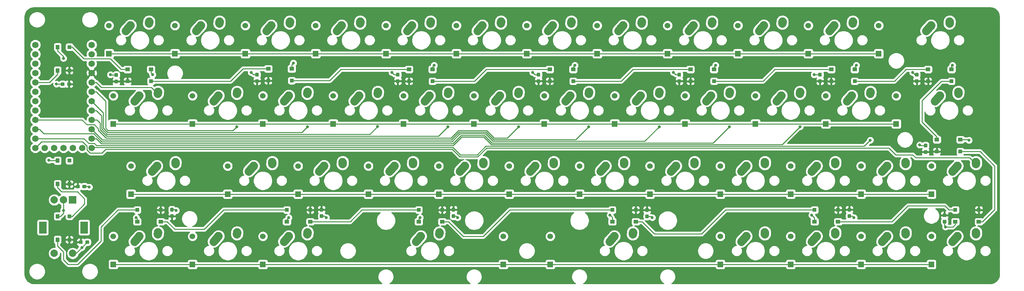
<source format=gbr>
G04 #@! TF.GenerationSoftware,KiCad,Pcbnew,(5.1.2)-2*
G04 #@! TF.CreationDate,2020-02-09T21:54:55+10:00*
G04 #@! TF.ProjectId,AbacusPCB,41626163-7573-4504-9342-2e6b69636164,rev?*
G04 #@! TF.SameCoordinates,Original*
G04 #@! TF.FileFunction,Copper,L2,Bot*
G04 #@! TF.FilePolarity,Positive*
%FSLAX46Y46*%
G04 Gerber Fmt 4.6, Leading zero omitted, Abs format (unit mm)*
G04 Created by KiCad (PCBNEW (5.1.2)-2) date 2020-02-09 21:54:55*
%MOMM*%
%LPD*%
G04 APERTURE LIST*
%ADD10R,1.000000X1.200000*%
%ADD11R,1.000000X1.000000*%
%ADD12R,1.200000X1.000000*%
%ADD13C,2.000000*%
%ADD14R,2.000000X3.200000*%
%ADD15R,2.000000X2.000000*%
%ADD16C,1.750000*%
%ADD17C,2.250000*%
%ADD18C,2.250000*%
%ADD19R,1.524000X1.524000*%
%ADD20C,1.524000*%
%ADD21C,0.100000*%
%ADD22C,0.950000*%
%ADD23C,0.800000*%
%ADD24C,0.250000*%
%ADD25C,0.254000*%
G04 APERTURE END LIST*
D10*
X93650000Y-120142000D03*
D11*
X96850000Y-120142000D03*
D10*
X93650000Y-126492000D03*
D11*
X96850000Y-126492000D03*
D12*
X118935500Y-126193750D03*
D11*
X118935500Y-129393750D03*
D12*
X112585500Y-126193750D03*
D11*
X112585500Y-129393750D03*
D12*
X157035500Y-126035000D03*
D11*
X157035500Y-129235000D03*
D12*
X150685500Y-126035000D03*
D11*
X150685500Y-129235000D03*
D12*
X195135500Y-126193750D03*
D11*
X195135500Y-129393750D03*
D12*
X188785500Y-126193750D03*
D11*
X188785500Y-129393750D03*
D12*
X233235500Y-126193750D03*
D11*
X233235500Y-129393750D03*
D12*
X226885500Y-126193750D03*
D11*
X226885500Y-129393750D03*
D12*
X271335500Y-126193750D03*
D11*
X271335500Y-129393750D03*
D12*
X264985500Y-126193750D03*
D11*
X264985500Y-129393750D03*
D12*
X309435500Y-126193750D03*
D11*
X309435500Y-129393750D03*
D12*
X303085500Y-126193750D03*
D11*
X303085500Y-129393750D03*
D12*
X335629250Y-126193750D03*
D11*
X335629250Y-129393750D03*
D12*
X329279250Y-126193750D03*
D11*
X329279250Y-129393750D03*
D12*
X338010500Y-145243750D03*
D11*
X338010500Y-148443750D03*
D12*
X331660500Y-145243750D03*
D11*
X331660500Y-148443750D03*
D12*
X336677000Y-167493750D03*
D11*
X336677000Y-164293750D03*
D12*
X343027000Y-167493750D03*
D11*
X343027000Y-164293750D03*
D12*
X298577000Y-167493750D03*
D11*
X298577000Y-164293750D03*
D12*
X304927000Y-167493750D03*
D11*
X304927000Y-164293750D03*
D12*
X243808250Y-167493750D03*
D11*
X243808250Y-164293750D03*
D12*
X250158250Y-167493750D03*
D11*
X250158250Y-164293750D03*
D12*
X191420750Y-167493750D03*
D11*
X191420750Y-164293750D03*
D12*
X197770750Y-167493750D03*
D11*
X197770750Y-164293750D03*
D12*
X155702000Y-167493750D03*
D11*
X155702000Y-164293750D03*
D12*
X162052000Y-167493750D03*
D11*
X162052000Y-164293750D03*
D12*
X115220750Y-167493750D03*
D11*
X115220750Y-164293750D03*
D12*
X121570750Y-167493750D03*
D11*
X121570750Y-164293750D03*
D10*
X93650000Y-166020750D03*
D11*
X96850000Y-166020750D03*
D10*
X93650000Y-172370750D03*
D11*
X96850000Y-172370750D03*
D10*
X93650000Y-150939500D03*
D11*
X96850000Y-150939500D03*
D10*
X93650000Y-157289500D03*
D11*
X96850000Y-157289500D03*
D13*
X97750000Y-176068750D03*
D14*
X100850000Y-169068750D03*
D13*
X92750000Y-161568750D03*
D14*
X89650000Y-169068750D03*
D13*
X95250000Y-161568750D03*
D15*
X97750000Y-161568750D03*
D13*
X92750000Y-176068750D03*
D16*
X102870000Y-119538750D03*
X102870000Y-142398750D03*
X102870000Y-122078750D03*
X102870000Y-124618750D03*
X102870000Y-127158750D03*
X102870000Y-129698750D03*
X102870000Y-132238750D03*
X102870000Y-134778750D03*
X102870000Y-137318750D03*
X102870000Y-139858750D03*
X102870000Y-144938750D03*
X102870000Y-147478750D03*
X100330000Y-147478750D03*
X97790000Y-147478750D03*
X95250000Y-147478750D03*
X92710000Y-147478750D03*
X90170000Y-147478750D03*
X87630000Y-147478750D03*
X87630000Y-144938750D03*
X87630000Y-142398750D03*
X87630000Y-139858750D03*
X87630000Y-137318750D03*
X87630000Y-134778750D03*
X87630000Y-132238750D03*
X87630000Y-129698750D03*
X87630000Y-127158750D03*
X87630000Y-124618750D03*
X87630000Y-122078750D03*
X87630000Y-119538750D03*
D17*
X120788750Y-170628750D03*
D18*
X120768750Y-170918750D02*
X120808750Y-170338750D01*
D17*
X120808750Y-170338750D03*
X115113751Y-172148750D03*
D18*
X114458750Y-172878750D02*
X115768752Y-171418750D01*
D17*
X115768750Y-171418750D03*
D19*
X107553125Y-121920000D03*
D20*
X107553125Y-114300000D03*
D19*
X125412500Y-121920000D03*
D20*
X125412500Y-114300000D03*
D19*
X144462500Y-121920000D03*
D20*
X144462500Y-114300000D03*
D19*
X163512500Y-121920000D03*
D20*
X163512500Y-114300000D03*
D19*
X182562500Y-121920000D03*
D20*
X182562500Y-114300000D03*
D19*
X201612500Y-121920000D03*
D20*
X201612500Y-114300000D03*
D19*
X220662500Y-121920000D03*
D20*
X220662500Y-114300000D03*
D19*
X239712500Y-121920000D03*
D20*
X239712500Y-114300000D03*
D19*
X258762500Y-121920000D03*
D20*
X258762500Y-114300000D03*
D19*
X277812500Y-121920000D03*
D20*
X277812500Y-114300000D03*
D19*
X296862500Y-121920000D03*
D20*
X296862500Y-114300000D03*
D19*
X315912500Y-121920000D03*
D20*
X315912500Y-114300000D03*
D19*
X108743750Y-140970000D03*
D20*
X108743750Y-133350000D03*
D19*
X130175000Y-140970000D03*
D20*
X130175000Y-133350000D03*
D19*
X149225000Y-140970000D03*
D20*
X149225000Y-133350000D03*
D19*
X168275000Y-140970000D03*
D20*
X168275000Y-133350000D03*
D19*
X187325000Y-140970000D03*
D20*
X187325000Y-133350000D03*
D19*
X206375000Y-140970000D03*
D20*
X206375000Y-133350000D03*
D19*
X225425000Y-140970000D03*
D20*
X225425000Y-133350000D03*
D19*
X244475000Y-140970000D03*
D20*
X244475000Y-133350000D03*
D19*
X263525000Y-140970000D03*
D20*
X263525000Y-133350000D03*
D19*
X282575000Y-140970000D03*
D20*
X282575000Y-133350000D03*
D19*
X301625000Y-140970000D03*
D20*
X301625000Y-133350000D03*
D19*
X320675000Y-140970000D03*
D20*
X320675000Y-133350000D03*
D19*
X113506250Y-160020000D03*
D20*
X113506250Y-152400000D03*
D19*
X139700000Y-160020000D03*
D20*
X139700000Y-152400000D03*
D19*
X158750000Y-160020000D03*
D20*
X158750000Y-152400000D03*
D19*
X177800000Y-160020000D03*
D20*
X177800000Y-152400000D03*
D19*
X196850000Y-160020000D03*
D20*
X196850000Y-152400000D03*
D19*
X215900000Y-160020000D03*
D20*
X215900000Y-152400000D03*
D19*
X234950000Y-160020000D03*
D20*
X234950000Y-152400000D03*
D19*
X254000000Y-160020000D03*
D20*
X254000000Y-152400000D03*
D19*
X273050000Y-160020000D03*
D20*
X273050000Y-152400000D03*
D19*
X292100000Y-160020000D03*
D20*
X292100000Y-152400000D03*
D19*
X311150000Y-160020000D03*
D20*
X311150000Y-152400000D03*
D19*
X330200000Y-160020000D03*
D20*
X330200000Y-152400000D03*
D19*
X108743750Y-179070000D03*
D20*
X108743750Y-171450000D03*
D19*
X130175000Y-179070000D03*
D20*
X130175000Y-171450000D03*
D19*
X149225000Y-179070000D03*
D20*
X149225000Y-171450000D03*
D19*
X214312500Y-179070000D03*
D20*
X214312500Y-171450000D03*
D19*
X227012500Y-179070000D03*
D20*
X227012500Y-171450000D03*
D19*
X273050000Y-179070000D03*
D20*
X273050000Y-171450000D03*
D19*
X311150000Y-179070000D03*
D20*
X311150000Y-171450000D03*
D19*
X330200000Y-179070000D03*
D20*
X330200000Y-171450000D03*
D19*
X292100000Y-179070000D03*
D20*
X292100000Y-171450000D03*
D17*
X342245000Y-151578750D03*
D18*
X342225000Y-151868750D02*
X342265000Y-151288750D01*
D17*
X342265000Y-151288750D03*
X336570001Y-153098750D03*
D18*
X335915000Y-153828750D02*
X337225002Y-152368750D01*
D17*
X337225000Y-152368750D03*
X142220000Y-170628750D03*
D18*
X142200000Y-170918750D02*
X142240000Y-170338750D01*
D17*
X142240000Y-170338750D03*
X136545001Y-172148750D03*
D18*
X135890000Y-172878750D02*
X137200002Y-171418750D01*
D17*
X137200000Y-171418750D03*
X304145000Y-170628750D03*
D18*
X304125000Y-170918750D02*
X304165000Y-170338750D01*
D17*
X304165000Y-170338750D03*
X298470001Y-172148750D03*
D18*
X297815000Y-172878750D02*
X299125002Y-171418750D01*
D17*
X299125000Y-171418750D03*
X161270000Y-170628750D03*
D18*
X161250000Y-170918750D02*
X161290000Y-170338750D01*
D17*
X161290000Y-170338750D03*
X155595001Y-172148750D03*
D18*
X154940000Y-172878750D02*
X156250002Y-171418750D01*
D17*
X156250000Y-171418750D03*
X285095000Y-170628750D03*
D18*
X285075000Y-170918750D02*
X285115000Y-170338750D01*
D17*
X285115000Y-170338750D03*
X279420001Y-172148750D03*
D18*
X278765000Y-172878750D02*
X280075002Y-171418750D01*
D17*
X280075000Y-171418750D03*
X323195000Y-170628750D03*
D18*
X323175000Y-170918750D02*
X323215000Y-170338750D01*
D17*
X323215000Y-170338750D03*
X317520001Y-172148750D03*
D18*
X316865000Y-172878750D02*
X318175002Y-171418750D01*
D17*
X318175000Y-171418750D03*
X342245000Y-170628750D03*
D18*
X342225000Y-170918750D02*
X342265000Y-170338750D01*
D17*
X342265000Y-170338750D03*
X336570001Y-172148750D03*
D18*
X335915000Y-172878750D02*
X337225002Y-171418750D01*
D17*
X337225000Y-171418750D03*
X118407500Y-113478750D03*
D18*
X118387500Y-113768750D02*
X118427500Y-113188750D01*
D17*
X118427500Y-113188750D03*
X112732501Y-114998750D03*
D18*
X112077500Y-115728750D02*
X113387502Y-114268750D01*
D17*
X113387500Y-114268750D03*
X244356250Y-171418750D03*
X243701251Y-172148750D03*
D18*
X243046250Y-172878750D02*
X244356252Y-171418750D01*
D17*
X249396250Y-170338750D03*
X249376250Y-170628750D03*
D18*
X249356250Y-170918750D02*
X249396250Y-170338750D01*
D17*
X196988750Y-170628750D03*
D18*
X196968750Y-170918750D02*
X197008750Y-170338750D01*
D17*
X197008750Y-170338750D03*
X191313751Y-172148750D03*
D18*
X190658750Y-172878750D02*
X191968752Y-171418750D01*
D17*
X191968750Y-171418750D03*
X270807500Y-113478750D03*
D18*
X270787500Y-113768750D02*
X270827500Y-113188750D01*
D17*
X270827500Y-113188750D03*
X265132501Y-114998750D03*
D18*
X264477500Y-115728750D02*
X265787502Y-114268750D01*
D17*
X265787500Y-114268750D03*
X194607500Y-113478750D03*
D18*
X194587500Y-113768750D02*
X194627500Y-113188750D01*
D17*
X194627500Y-113188750D03*
X188932501Y-114998750D03*
D18*
X188277500Y-115728750D02*
X189587502Y-114268750D01*
D17*
X189587500Y-114268750D03*
X156507500Y-113478750D03*
D18*
X156487500Y-113768750D02*
X156527500Y-113188750D01*
D17*
X156527500Y-113188750D03*
X150832501Y-114998750D03*
D18*
X150177500Y-115728750D02*
X151487502Y-114268750D01*
D17*
X151487500Y-114268750D03*
X180320000Y-132528750D03*
D18*
X180300000Y-132818750D02*
X180340000Y-132238750D01*
D17*
X180340000Y-132238750D03*
X174645001Y-134048750D03*
D18*
X173990000Y-134778750D02*
X175300002Y-133318750D01*
D17*
X175300000Y-133318750D03*
X308907500Y-113478750D03*
D18*
X308887500Y-113768750D02*
X308927500Y-113188750D01*
D17*
X308927500Y-113188750D03*
X303232501Y-114998750D03*
D18*
X302577500Y-115728750D02*
X303887502Y-114268750D01*
D17*
X303887500Y-114268750D03*
X218420000Y-132528750D03*
D18*
X218400000Y-132818750D02*
X218440000Y-132238750D01*
D17*
X218440000Y-132238750D03*
X212745001Y-134048750D03*
D18*
X212090000Y-134778750D02*
X213400002Y-133318750D01*
D17*
X213400000Y-133318750D03*
X199370000Y-132528750D03*
D18*
X199350000Y-132818750D02*
X199390000Y-132238750D01*
D17*
X199390000Y-132238750D03*
X193695001Y-134048750D03*
D18*
X193040000Y-134778750D02*
X194350002Y-133318750D01*
D17*
X194350000Y-133318750D03*
X142220000Y-132528750D03*
D18*
X142200000Y-132818750D02*
X142240000Y-132238750D01*
D17*
X142240000Y-132238750D03*
X136545001Y-134048750D03*
D18*
X135890000Y-134778750D02*
X137200002Y-133318750D01*
D17*
X137200000Y-133318750D03*
X213657500Y-113478750D03*
D18*
X213637500Y-113768750D02*
X213677500Y-113188750D01*
D17*
X213677500Y-113188750D03*
X207982501Y-114998750D03*
D18*
X207327500Y-115728750D02*
X208637502Y-114268750D01*
D17*
X208637500Y-114268750D03*
X335101250Y-113478750D03*
D18*
X335081250Y-113768750D02*
X335121250Y-113188750D01*
D17*
X335121250Y-113188750D03*
X329426251Y-114998750D03*
D18*
X328771250Y-115728750D02*
X330081252Y-114268750D01*
D17*
X330081250Y-114268750D03*
X137457500Y-113478750D03*
D18*
X137437500Y-113768750D02*
X137477500Y-113188750D01*
D17*
X137477500Y-113188750D03*
X131782501Y-114998750D03*
D18*
X131127500Y-115728750D02*
X132437502Y-114268750D01*
D17*
X132437500Y-114268750D03*
X289857500Y-113478750D03*
D18*
X289837500Y-113768750D02*
X289877500Y-113188750D01*
D17*
X289877500Y-113188750D03*
X284182501Y-114998750D03*
D18*
X283527500Y-115728750D02*
X284837502Y-114268750D01*
D17*
X284837500Y-114268750D03*
X232707500Y-113478750D03*
D18*
X232687500Y-113768750D02*
X232727500Y-113188750D01*
D17*
X232727500Y-113188750D03*
X227032501Y-114998750D03*
D18*
X226377500Y-115728750D02*
X227687502Y-114268750D01*
D17*
X227687500Y-114268750D03*
X237470000Y-132528750D03*
D18*
X237450000Y-132818750D02*
X237490000Y-132238750D01*
D17*
X237490000Y-132238750D03*
X231795001Y-134048750D03*
D18*
X231140000Y-134778750D02*
X232450002Y-133318750D01*
D17*
X232450000Y-133318750D03*
X251757500Y-113478750D03*
D18*
X251737500Y-113768750D02*
X251777500Y-113188750D01*
D17*
X251777500Y-113188750D03*
X246082501Y-114998750D03*
D18*
X245427500Y-115728750D02*
X246737502Y-114268750D01*
D17*
X246737500Y-114268750D03*
X161270000Y-132528750D03*
D18*
X161250000Y-132818750D02*
X161290000Y-132238750D01*
D17*
X161290000Y-132238750D03*
X155595001Y-134048750D03*
D18*
X154940000Y-134778750D02*
X156250002Y-133318750D01*
D17*
X156250000Y-133318750D03*
X120788750Y-132528750D03*
D18*
X120768750Y-132818750D02*
X120808750Y-132238750D01*
D17*
X120808750Y-132238750D03*
X115113751Y-134048750D03*
D18*
X114458750Y-134778750D02*
X115768752Y-133318750D01*
D17*
X115768750Y-133318750D03*
X175557500Y-113478750D03*
D18*
X175537500Y-113768750D02*
X175577500Y-113188750D01*
D17*
X175577500Y-113188750D03*
X169882501Y-114998750D03*
D18*
X169227500Y-115728750D02*
X170537502Y-114268750D01*
D17*
X170537500Y-114268750D03*
X151745000Y-151578750D03*
D18*
X151725000Y-151868750D02*
X151765000Y-151288750D01*
D17*
X151765000Y-151288750D03*
X146070001Y-153098750D03*
D18*
X145415000Y-153828750D02*
X146725002Y-152368750D01*
D17*
X146725000Y-152368750D03*
X256520000Y-132528750D03*
D18*
X256500000Y-132818750D02*
X256540000Y-132238750D01*
D17*
X256540000Y-132238750D03*
X250845001Y-134048750D03*
D18*
X250190000Y-134778750D02*
X251500002Y-133318750D01*
D17*
X251500000Y-133318750D03*
X125551250Y-151578750D03*
D18*
X125531250Y-151868750D02*
X125571250Y-151288750D01*
D17*
X125571250Y-151288750D03*
X119876251Y-153098750D03*
D18*
X119221250Y-153828750D02*
X120531252Y-152368750D01*
D17*
X120531250Y-152368750D03*
X189845000Y-151578750D03*
D18*
X189825000Y-151868750D02*
X189865000Y-151288750D01*
D17*
X189865000Y-151288750D03*
X184170001Y-153098750D03*
D18*
X183515000Y-153828750D02*
X184825002Y-152368750D01*
D17*
X184825000Y-152368750D03*
X323195000Y-151578750D03*
D18*
X323175000Y-151868750D02*
X323215000Y-151288750D01*
D17*
X323215000Y-151288750D03*
X317520001Y-153098750D03*
D18*
X316865000Y-153828750D02*
X318175002Y-152368750D01*
D17*
X318175000Y-152368750D03*
X304145000Y-151578750D03*
D18*
X304125000Y-151868750D02*
X304165000Y-151288750D01*
D17*
X304165000Y-151288750D03*
X298470001Y-153098750D03*
D18*
X297815000Y-153828750D02*
X299125002Y-152368750D01*
D17*
X299125000Y-152368750D03*
X208895000Y-151578750D03*
D18*
X208875000Y-151868750D02*
X208915000Y-151288750D01*
D17*
X208915000Y-151288750D03*
X203220001Y-153098750D03*
D18*
X202565000Y-153828750D02*
X203875002Y-152368750D01*
D17*
X203875000Y-152368750D03*
X313670000Y-132528750D03*
D18*
X313650000Y-132818750D02*
X313690000Y-132238750D01*
D17*
X313690000Y-132238750D03*
X307995001Y-134048750D03*
D18*
X307340000Y-134778750D02*
X308650002Y-133318750D01*
D17*
X308650000Y-133318750D03*
X275570000Y-132528750D03*
D18*
X275550000Y-132818750D02*
X275590000Y-132238750D01*
D17*
X275590000Y-132238750D03*
X269895001Y-134048750D03*
D18*
X269240000Y-134778750D02*
X270550002Y-133318750D01*
D17*
X270550000Y-133318750D03*
X294620000Y-132528750D03*
D18*
X294600000Y-132818750D02*
X294640000Y-132238750D01*
D17*
X294640000Y-132238750D03*
X288945001Y-134048750D03*
D18*
X288290000Y-134778750D02*
X289600002Y-133318750D01*
D17*
X289600000Y-133318750D03*
X170795000Y-151578750D03*
D18*
X170775000Y-151868750D02*
X170815000Y-151288750D01*
D17*
X170815000Y-151288750D03*
X165120001Y-153098750D03*
D18*
X164465000Y-153828750D02*
X165775002Y-152368750D01*
D17*
X165775000Y-152368750D03*
X337482500Y-132528750D03*
D18*
X337462500Y-132818750D02*
X337502500Y-132238750D01*
D17*
X337502500Y-132238750D03*
X331807501Y-134048750D03*
D18*
X331152500Y-134778750D02*
X332462502Y-133318750D01*
D17*
X332462500Y-133318750D03*
X285095000Y-151578750D03*
D18*
X285075000Y-151868750D02*
X285115000Y-151288750D01*
D17*
X285115000Y-151288750D03*
X279420001Y-153098750D03*
D18*
X278765000Y-153828750D02*
X280075002Y-152368750D01*
D17*
X280075000Y-152368750D03*
X246995000Y-151578750D03*
D18*
X246975000Y-151868750D02*
X247015000Y-151288750D01*
D17*
X247015000Y-151288750D03*
X241320001Y-153098750D03*
D18*
X240665000Y-153828750D02*
X241975002Y-152368750D01*
D17*
X241975000Y-152368750D03*
X266045000Y-151578750D03*
D18*
X266025000Y-151868750D02*
X266065000Y-151288750D01*
D17*
X266065000Y-151288750D03*
X260370001Y-153098750D03*
D18*
X259715000Y-153828750D02*
X261025002Y-152368750D01*
D17*
X261025000Y-152368750D03*
X227945000Y-151578750D03*
D18*
X227925000Y-151868750D02*
X227965000Y-151288750D01*
D17*
X227965000Y-151288750D03*
X222270001Y-153098750D03*
D18*
X221615000Y-153828750D02*
X222925002Y-152368750D01*
D17*
X222925000Y-152368750D03*
D21*
G36*
X97070779Y-129701144D02*
G01*
X97093834Y-129704563D01*
X97116443Y-129710227D01*
X97138387Y-129718079D01*
X97159457Y-129728044D01*
X97179448Y-129740026D01*
X97198168Y-129753910D01*
X97215438Y-129769562D01*
X97231090Y-129786832D01*
X97244974Y-129805552D01*
X97256956Y-129825543D01*
X97266921Y-129846613D01*
X97274773Y-129868557D01*
X97280437Y-129891166D01*
X97283856Y-129914221D01*
X97285000Y-129937500D01*
X97285000Y-130412500D01*
X97283856Y-130435779D01*
X97280437Y-130458834D01*
X97274773Y-130481443D01*
X97266921Y-130503387D01*
X97256956Y-130524457D01*
X97244974Y-130544448D01*
X97231090Y-130563168D01*
X97215438Y-130580438D01*
X97198168Y-130596090D01*
X97179448Y-130609974D01*
X97159457Y-130621956D01*
X97138387Y-130631921D01*
X97116443Y-130639773D01*
X97093834Y-130645437D01*
X97070779Y-130648856D01*
X97047500Y-130650000D01*
X96472500Y-130650000D01*
X96449221Y-130648856D01*
X96426166Y-130645437D01*
X96403557Y-130639773D01*
X96381613Y-130631921D01*
X96360543Y-130621956D01*
X96340552Y-130609974D01*
X96321832Y-130596090D01*
X96304562Y-130580438D01*
X96288910Y-130563168D01*
X96275026Y-130544448D01*
X96263044Y-130524457D01*
X96253079Y-130503387D01*
X96245227Y-130481443D01*
X96239563Y-130458834D01*
X96236144Y-130435779D01*
X96235000Y-130412500D01*
X96235000Y-129937500D01*
X96236144Y-129914221D01*
X96239563Y-129891166D01*
X96245227Y-129868557D01*
X96253079Y-129846613D01*
X96263044Y-129825543D01*
X96275026Y-129805552D01*
X96288910Y-129786832D01*
X96304562Y-129769562D01*
X96321832Y-129753910D01*
X96340552Y-129740026D01*
X96360543Y-129728044D01*
X96381613Y-129718079D01*
X96403557Y-129710227D01*
X96426166Y-129704563D01*
X96449221Y-129701144D01*
X96472500Y-129700000D01*
X97047500Y-129700000D01*
X97070779Y-129701144D01*
X97070779Y-129701144D01*
G37*
D22*
X96760000Y-130175000D03*
D21*
G36*
X95320779Y-129701144D02*
G01*
X95343834Y-129704563D01*
X95366443Y-129710227D01*
X95388387Y-129718079D01*
X95409457Y-129728044D01*
X95429448Y-129740026D01*
X95448168Y-129753910D01*
X95465438Y-129769562D01*
X95481090Y-129786832D01*
X95494974Y-129805552D01*
X95506956Y-129825543D01*
X95516921Y-129846613D01*
X95524773Y-129868557D01*
X95530437Y-129891166D01*
X95533856Y-129914221D01*
X95535000Y-129937500D01*
X95535000Y-130412500D01*
X95533856Y-130435779D01*
X95530437Y-130458834D01*
X95524773Y-130481443D01*
X95516921Y-130503387D01*
X95506956Y-130524457D01*
X95494974Y-130544448D01*
X95481090Y-130563168D01*
X95465438Y-130580438D01*
X95448168Y-130596090D01*
X95429448Y-130609974D01*
X95409457Y-130621956D01*
X95388387Y-130631921D01*
X95366443Y-130639773D01*
X95343834Y-130645437D01*
X95320779Y-130648856D01*
X95297500Y-130650000D01*
X94722500Y-130650000D01*
X94699221Y-130648856D01*
X94676166Y-130645437D01*
X94653557Y-130639773D01*
X94631613Y-130631921D01*
X94610543Y-130621956D01*
X94590552Y-130609974D01*
X94571832Y-130596090D01*
X94554562Y-130580438D01*
X94538910Y-130563168D01*
X94525026Y-130544448D01*
X94513044Y-130524457D01*
X94503079Y-130503387D01*
X94495227Y-130481443D01*
X94489563Y-130458834D01*
X94486144Y-130435779D01*
X94485000Y-130412500D01*
X94485000Y-129937500D01*
X94486144Y-129914221D01*
X94489563Y-129891166D01*
X94495227Y-129868557D01*
X94503079Y-129846613D01*
X94513044Y-129825543D01*
X94525026Y-129805552D01*
X94538910Y-129786832D01*
X94554562Y-129769562D01*
X94571832Y-129753910D01*
X94590552Y-129740026D01*
X94610543Y-129728044D01*
X94631613Y-129718079D01*
X94653557Y-129710227D01*
X94676166Y-129704563D01*
X94699221Y-129701144D01*
X94722500Y-129700000D01*
X95297500Y-129700000D01*
X95320779Y-129701144D01*
X95320779Y-129701144D01*
G37*
D22*
X95010000Y-130175000D03*
D21*
G36*
X109798279Y-127188644D02*
G01*
X109821334Y-127192063D01*
X109843943Y-127197727D01*
X109865887Y-127205579D01*
X109886957Y-127215544D01*
X109906948Y-127227526D01*
X109925668Y-127241410D01*
X109942938Y-127257062D01*
X109958590Y-127274332D01*
X109972474Y-127293052D01*
X109984456Y-127313043D01*
X109994421Y-127334113D01*
X110002273Y-127356057D01*
X110007937Y-127378666D01*
X110011356Y-127401721D01*
X110012500Y-127425000D01*
X110012500Y-128000000D01*
X110011356Y-128023279D01*
X110007937Y-128046334D01*
X110002273Y-128068943D01*
X109994421Y-128090887D01*
X109984456Y-128111957D01*
X109972474Y-128131948D01*
X109958590Y-128150668D01*
X109942938Y-128167938D01*
X109925668Y-128183590D01*
X109906948Y-128197474D01*
X109886957Y-128209456D01*
X109865887Y-128219421D01*
X109843943Y-128227273D01*
X109821334Y-128232937D01*
X109798279Y-128236356D01*
X109775000Y-128237500D01*
X109300000Y-128237500D01*
X109276721Y-128236356D01*
X109253666Y-128232937D01*
X109231057Y-128227273D01*
X109209113Y-128219421D01*
X109188043Y-128209456D01*
X109168052Y-128197474D01*
X109149332Y-128183590D01*
X109132062Y-128167938D01*
X109116410Y-128150668D01*
X109102526Y-128131948D01*
X109090544Y-128111957D01*
X109080579Y-128090887D01*
X109072727Y-128068943D01*
X109067063Y-128046334D01*
X109063644Y-128023279D01*
X109062500Y-128000000D01*
X109062500Y-127425000D01*
X109063644Y-127401721D01*
X109067063Y-127378666D01*
X109072727Y-127356057D01*
X109080579Y-127334113D01*
X109090544Y-127313043D01*
X109102526Y-127293052D01*
X109116410Y-127274332D01*
X109132062Y-127257062D01*
X109149332Y-127241410D01*
X109168052Y-127227526D01*
X109188043Y-127215544D01*
X109209113Y-127205579D01*
X109231057Y-127197727D01*
X109253666Y-127192063D01*
X109276721Y-127188644D01*
X109300000Y-127187500D01*
X109775000Y-127187500D01*
X109798279Y-127188644D01*
X109798279Y-127188644D01*
G37*
D22*
X109537500Y-127712500D03*
D21*
G36*
X109798279Y-128938644D02*
G01*
X109821334Y-128942063D01*
X109843943Y-128947727D01*
X109865887Y-128955579D01*
X109886957Y-128965544D01*
X109906948Y-128977526D01*
X109925668Y-128991410D01*
X109942938Y-129007062D01*
X109958590Y-129024332D01*
X109972474Y-129043052D01*
X109984456Y-129063043D01*
X109994421Y-129084113D01*
X110002273Y-129106057D01*
X110007937Y-129128666D01*
X110011356Y-129151721D01*
X110012500Y-129175000D01*
X110012500Y-129750000D01*
X110011356Y-129773279D01*
X110007937Y-129796334D01*
X110002273Y-129818943D01*
X109994421Y-129840887D01*
X109984456Y-129861957D01*
X109972474Y-129881948D01*
X109958590Y-129900668D01*
X109942938Y-129917938D01*
X109925668Y-129933590D01*
X109906948Y-129947474D01*
X109886957Y-129959456D01*
X109865887Y-129969421D01*
X109843943Y-129977273D01*
X109821334Y-129982937D01*
X109798279Y-129986356D01*
X109775000Y-129987500D01*
X109300000Y-129987500D01*
X109276721Y-129986356D01*
X109253666Y-129982937D01*
X109231057Y-129977273D01*
X109209113Y-129969421D01*
X109188043Y-129959456D01*
X109168052Y-129947474D01*
X109149332Y-129933590D01*
X109132062Y-129917938D01*
X109116410Y-129900668D01*
X109102526Y-129881948D01*
X109090544Y-129861957D01*
X109080579Y-129840887D01*
X109072727Y-129818943D01*
X109067063Y-129796334D01*
X109063644Y-129773279D01*
X109062500Y-129750000D01*
X109062500Y-129175000D01*
X109063644Y-129151721D01*
X109067063Y-129128666D01*
X109072727Y-129106057D01*
X109080579Y-129084113D01*
X109090544Y-129063043D01*
X109102526Y-129043052D01*
X109116410Y-129024332D01*
X109132062Y-129007062D01*
X109149332Y-128991410D01*
X109168052Y-128977526D01*
X109188043Y-128965544D01*
X109209113Y-128955579D01*
X109231057Y-128947727D01*
X109253666Y-128942063D01*
X109276721Y-128938644D01*
X109300000Y-128937500D01*
X109775000Y-128937500D01*
X109798279Y-128938644D01*
X109798279Y-128938644D01*
G37*
D22*
X109537500Y-129462500D03*
D21*
G36*
X147898279Y-127107394D02*
G01*
X147921334Y-127110813D01*
X147943943Y-127116477D01*
X147965887Y-127124329D01*
X147986957Y-127134294D01*
X148006948Y-127146276D01*
X148025668Y-127160160D01*
X148042938Y-127175812D01*
X148058590Y-127193082D01*
X148072474Y-127211802D01*
X148084456Y-127231793D01*
X148094421Y-127252863D01*
X148102273Y-127274807D01*
X148107937Y-127297416D01*
X148111356Y-127320471D01*
X148112500Y-127343750D01*
X148112500Y-127918750D01*
X148111356Y-127942029D01*
X148107937Y-127965084D01*
X148102273Y-127987693D01*
X148094421Y-128009637D01*
X148084456Y-128030707D01*
X148072474Y-128050698D01*
X148058590Y-128069418D01*
X148042938Y-128086688D01*
X148025668Y-128102340D01*
X148006948Y-128116224D01*
X147986957Y-128128206D01*
X147965887Y-128138171D01*
X147943943Y-128146023D01*
X147921334Y-128151687D01*
X147898279Y-128155106D01*
X147875000Y-128156250D01*
X147400000Y-128156250D01*
X147376721Y-128155106D01*
X147353666Y-128151687D01*
X147331057Y-128146023D01*
X147309113Y-128138171D01*
X147288043Y-128128206D01*
X147268052Y-128116224D01*
X147249332Y-128102340D01*
X147232062Y-128086688D01*
X147216410Y-128069418D01*
X147202526Y-128050698D01*
X147190544Y-128030707D01*
X147180579Y-128009637D01*
X147172727Y-127987693D01*
X147167063Y-127965084D01*
X147163644Y-127942029D01*
X147162500Y-127918750D01*
X147162500Y-127343750D01*
X147163644Y-127320471D01*
X147167063Y-127297416D01*
X147172727Y-127274807D01*
X147180579Y-127252863D01*
X147190544Y-127231793D01*
X147202526Y-127211802D01*
X147216410Y-127193082D01*
X147232062Y-127175812D01*
X147249332Y-127160160D01*
X147268052Y-127146276D01*
X147288043Y-127134294D01*
X147309113Y-127124329D01*
X147331057Y-127116477D01*
X147353666Y-127110813D01*
X147376721Y-127107394D01*
X147400000Y-127106250D01*
X147875000Y-127106250D01*
X147898279Y-127107394D01*
X147898279Y-127107394D01*
G37*
D22*
X147637500Y-127631250D03*
D21*
G36*
X147898279Y-128857394D02*
G01*
X147921334Y-128860813D01*
X147943943Y-128866477D01*
X147965887Y-128874329D01*
X147986957Y-128884294D01*
X148006948Y-128896276D01*
X148025668Y-128910160D01*
X148042938Y-128925812D01*
X148058590Y-128943082D01*
X148072474Y-128961802D01*
X148084456Y-128981793D01*
X148094421Y-129002863D01*
X148102273Y-129024807D01*
X148107937Y-129047416D01*
X148111356Y-129070471D01*
X148112500Y-129093750D01*
X148112500Y-129668750D01*
X148111356Y-129692029D01*
X148107937Y-129715084D01*
X148102273Y-129737693D01*
X148094421Y-129759637D01*
X148084456Y-129780707D01*
X148072474Y-129800698D01*
X148058590Y-129819418D01*
X148042938Y-129836688D01*
X148025668Y-129852340D01*
X148006948Y-129866224D01*
X147986957Y-129878206D01*
X147965887Y-129888171D01*
X147943943Y-129896023D01*
X147921334Y-129901687D01*
X147898279Y-129905106D01*
X147875000Y-129906250D01*
X147400000Y-129906250D01*
X147376721Y-129905106D01*
X147353666Y-129901687D01*
X147331057Y-129896023D01*
X147309113Y-129888171D01*
X147288043Y-129878206D01*
X147268052Y-129866224D01*
X147249332Y-129852340D01*
X147232062Y-129836688D01*
X147216410Y-129819418D01*
X147202526Y-129800698D01*
X147190544Y-129780707D01*
X147180579Y-129759637D01*
X147172727Y-129737693D01*
X147167063Y-129715084D01*
X147163644Y-129692029D01*
X147162500Y-129668750D01*
X147162500Y-129093750D01*
X147163644Y-129070471D01*
X147167063Y-129047416D01*
X147172727Y-129024807D01*
X147180579Y-129002863D01*
X147190544Y-128981793D01*
X147202526Y-128961802D01*
X147216410Y-128943082D01*
X147232062Y-128925812D01*
X147249332Y-128910160D01*
X147268052Y-128896276D01*
X147288043Y-128884294D01*
X147309113Y-128874329D01*
X147331057Y-128866477D01*
X147353666Y-128860813D01*
X147376721Y-128857394D01*
X147400000Y-128856250D01*
X147875000Y-128856250D01*
X147898279Y-128857394D01*
X147898279Y-128857394D01*
G37*
D22*
X147637500Y-129381250D03*
D21*
G36*
X185998279Y-128857394D02*
G01*
X186021334Y-128860813D01*
X186043943Y-128866477D01*
X186065887Y-128874329D01*
X186086957Y-128884294D01*
X186106948Y-128896276D01*
X186125668Y-128910160D01*
X186142938Y-128925812D01*
X186158590Y-128943082D01*
X186172474Y-128961802D01*
X186184456Y-128981793D01*
X186194421Y-129002863D01*
X186202273Y-129024807D01*
X186207937Y-129047416D01*
X186211356Y-129070471D01*
X186212500Y-129093750D01*
X186212500Y-129668750D01*
X186211356Y-129692029D01*
X186207937Y-129715084D01*
X186202273Y-129737693D01*
X186194421Y-129759637D01*
X186184456Y-129780707D01*
X186172474Y-129800698D01*
X186158590Y-129819418D01*
X186142938Y-129836688D01*
X186125668Y-129852340D01*
X186106948Y-129866224D01*
X186086957Y-129878206D01*
X186065887Y-129888171D01*
X186043943Y-129896023D01*
X186021334Y-129901687D01*
X185998279Y-129905106D01*
X185975000Y-129906250D01*
X185500000Y-129906250D01*
X185476721Y-129905106D01*
X185453666Y-129901687D01*
X185431057Y-129896023D01*
X185409113Y-129888171D01*
X185388043Y-129878206D01*
X185368052Y-129866224D01*
X185349332Y-129852340D01*
X185332062Y-129836688D01*
X185316410Y-129819418D01*
X185302526Y-129800698D01*
X185290544Y-129780707D01*
X185280579Y-129759637D01*
X185272727Y-129737693D01*
X185267063Y-129715084D01*
X185263644Y-129692029D01*
X185262500Y-129668750D01*
X185262500Y-129093750D01*
X185263644Y-129070471D01*
X185267063Y-129047416D01*
X185272727Y-129024807D01*
X185280579Y-129002863D01*
X185290544Y-128981793D01*
X185302526Y-128961802D01*
X185316410Y-128943082D01*
X185332062Y-128925812D01*
X185349332Y-128910160D01*
X185368052Y-128896276D01*
X185388043Y-128884294D01*
X185409113Y-128874329D01*
X185431057Y-128866477D01*
X185453666Y-128860813D01*
X185476721Y-128857394D01*
X185500000Y-128856250D01*
X185975000Y-128856250D01*
X185998279Y-128857394D01*
X185998279Y-128857394D01*
G37*
D22*
X185737500Y-129381250D03*
D21*
G36*
X185998279Y-127107394D02*
G01*
X186021334Y-127110813D01*
X186043943Y-127116477D01*
X186065887Y-127124329D01*
X186086957Y-127134294D01*
X186106948Y-127146276D01*
X186125668Y-127160160D01*
X186142938Y-127175812D01*
X186158590Y-127193082D01*
X186172474Y-127211802D01*
X186184456Y-127231793D01*
X186194421Y-127252863D01*
X186202273Y-127274807D01*
X186207937Y-127297416D01*
X186211356Y-127320471D01*
X186212500Y-127343750D01*
X186212500Y-127918750D01*
X186211356Y-127942029D01*
X186207937Y-127965084D01*
X186202273Y-127987693D01*
X186194421Y-128009637D01*
X186184456Y-128030707D01*
X186172474Y-128050698D01*
X186158590Y-128069418D01*
X186142938Y-128086688D01*
X186125668Y-128102340D01*
X186106948Y-128116224D01*
X186086957Y-128128206D01*
X186065887Y-128138171D01*
X186043943Y-128146023D01*
X186021334Y-128151687D01*
X185998279Y-128155106D01*
X185975000Y-128156250D01*
X185500000Y-128156250D01*
X185476721Y-128155106D01*
X185453666Y-128151687D01*
X185431057Y-128146023D01*
X185409113Y-128138171D01*
X185388043Y-128128206D01*
X185368052Y-128116224D01*
X185349332Y-128102340D01*
X185332062Y-128086688D01*
X185316410Y-128069418D01*
X185302526Y-128050698D01*
X185290544Y-128030707D01*
X185280579Y-128009637D01*
X185272727Y-127987693D01*
X185267063Y-127965084D01*
X185263644Y-127942029D01*
X185262500Y-127918750D01*
X185262500Y-127343750D01*
X185263644Y-127320471D01*
X185267063Y-127297416D01*
X185272727Y-127274807D01*
X185280579Y-127252863D01*
X185290544Y-127231793D01*
X185302526Y-127211802D01*
X185316410Y-127193082D01*
X185332062Y-127175812D01*
X185349332Y-127160160D01*
X185368052Y-127146276D01*
X185388043Y-127134294D01*
X185409113Y-127124329D01*
X185431057Y-127116477D01*
X185453666Y-127110813D01*
X185476721Y-127107394D01*
X185500000Y-127106250D01*
X185975000Y-127106250D01*
X185998279Y-127107394D01*
X185998279Y-127107394D01*
G37*
D22*
X185737500Y-127631250D03*
D21*
G36*
X224098279Y-127107394D02*
G01*
X224121334Y-127110813D01*
X224143943Y-127116477D01*
X224165887Y-127124329D01*
X224186957Y-127134294D01*
X224206948Y-127146276D01*
X224225668Y-127160160D01*
X224242938Y-127175812D01*
X224258590Y-127193082D01*
X224272474Y-127211802D01*
X224284456Y-127231793D01*
X224294421Y-127252863D01*
X224302273Y-127274807D01*
X224307937Y-127297416D01*
X224311356Y-127320471D01*
X224312500Y-127343750D01*
X224312500Y-127918750D01*
X224311356Y-127942029D01*
X224307937Y-127965084D01*
X224302273Y-127987693D01*
X224294421Y-128009637D01*
X224284456Y-128030707D01*
X224272474Y-128050698D01*
X224258590Y-128069418D01*
X224242938Y-128086688D01*
X224225668Y-128102340D01*
X224206948Y-128116224D01*
X224186957Y-128128206D01*
X224165887Y-128138171D01*
X224143943Y-128146023D01*
X224121334Y-128151687D01*
X224098279Y-128155106D01*
X224075000Y-128156250D01*
X223600000Y-128156250D01*
X223576721Y-128155106D01*
X223553666Y-128151687D01*
X223531057Y-128146023D01*
X223509113Y-128138171D01*
X223488043Y-128128206D01*
X223468052Y-128116224D01*
X223449332Y-128102340D01*
X223432062Y-128086688D01*
X223416410Y-128069418D01*
X223402526Y-128050698D01*
X223390544Y-128030707D01*
X223380579Y-128009637D01*
X223372727Y-127987693D01*
X223367063Y-127965084D01*
X223363644Y-127942029D01*
X223362500Y-127918750D01*
X223362500Y-127343750D01*
X223363644Y-127320471D01*
X223367063Y-127297416D01*
X223372727Y-127274807D01*
X223380579Y-127252863D01*
X223390544Y-127231793D01*
X223402526Y-127211802D01*
X223416410Y-127193082D01*
X223432062Y-127175812D01*
X223449332Y-127160160D01*
X223468052Y-127146276D01*
X223488043Y-127134294D01*
X223509113Y-127124329D01*
X223531057Y-127116477D01*
X223553666Y-127110813D01*
X223576721Y-127107394D01*
X223600000Y-127106250D01*
X224075000Y-127106250D01*
X224098279Y-127107394D01*
X224098279Y-127107394D01*
G37*
D22*
X223837500Y-127631250D03*
D21*
G36*
X224098279Y-128857394D02*
G01*
X224121334Y-128860813D01*
X224143943Y-128866477D01*
X224165887Y-128874329D01*
X224186957Y-128884294D01*
X224206948Y-128896276D01*
X224225668Y-128910160D01*
X224242938Y-128925812D01*
X224258590Y-128943082D01*
X224272474Y-128961802D01*
X224284456Y-128981793D01*
X224294421Y-129002863D01*
X224302273Y-129024807D01*
X224307937Y-129047416D01*
X224311356Y-129070471D01*
X224312500Y-129093750D01*
X224312500Y-129668750D01*
X224311356Y-129692029D01*
X224307937Y-129715084D01*
X224302273Y-129737693D01*
X224294421Y-129759637D01*
X224284456Y-129780707D01*
X224272474Y-129800698D01*
X224258590Y-129819418D01*
X224242938Y-129836688D01*
X224225668Y-129852340D01*
X224206948Y-129866224D01*
X224186957Y-129878206D01*
X224165887Y-129888171D01*
X224143943Y-129896023D01*
X224121334Y-129901687D01*
X224098279Y-129905106D01*
X224075000Y-129906250D01*
X223600000Y-129906250D01*
X223576721Y-129905106D01*
X223553666Y-129901687D01*
X223531057Y-129896023D01*
X223509113Y-129888171D01*
X223488043Y-129878206D01*
X223468052Y-129866224D01*
X223449332Y-129852340D01*
X223432062Y-129836688D01*
X223416410Y-129819418D01*
X223402526Y-129800698D01*
X223390544Y-129780707D01*
X223380579Y-129759637D01*
X223372727Y-129737693D01*
X223367063Y-129715084D01*
X223363644Y-129692029D01*
X223362500Y-129668750D01*
X223362500Y-129093750D01*
X223363644Y-129070471D01*
X223367063Y-129047416D01*
X223372727Y-129024807D01*
X223380579Y-129002863D01*
X223390544Y-128981793D01*
X223402526Y-128961802D01*
X223416410Y-128943082D01*
X223432062Y-128925812D01*
X223449332Y-128910160D01*
X223468052Y-128896276D01*
X223488043Y-128884294D01*
X223509113Y-128874329D01*
X223531057Y-128866477D01*
X223553666Y-128860813D01*
X223576721Y-128857394D01*
X223600000Y-128856250D01*
X224075000Y-128856250D01*
X224098279Y-128857394D01*
X224098279Y-128857394D01*
G37*
D22*
X223837500Y-129381250D03*
D21*
G36*
X262198279Y-128857394D02*
G01*
X262221334Y-128860813D01*
X262243943Y-128866477D01*
X262265887Y-128874329D01*
X262286957Y-128884294D01*
X262306948Y-128896276D01*
X262325668Y-128910160D01*
X262342938Y-128925812D01*
X262358590Y-128943082D01*
X262372474Y-128961802D01*
X262384456Y-128981793D01*
X262394421Y-129002863D01*
X262402273Y-129024807D01*
X262407937Y-129047416D01*
X262411356Y-129070471D01*
X262412500Y-129093750D01*
X262412500Y-129668750D01*
X262411356Y-129692029D01*
X262407937Y-129715084D01*
X262402273Y-129737693D01*
X262394421Y-129759637D01*
X262384456Y-129780707D01*
X262372474Y-129800698D01*
X262358590Y-129819418D01*
X262342938Y-129836688D01*
X262325668Y-129852340D01*
X262306948Y-129866224D01*
X262286957Y-129878206D01*
X262265887Y-129888171D01*
X262243943Y-129896023D01*
X262221334Y-129901687D01*
X262198279Y-129905106D01*
X262175000Y-129906250D01*
X261700000Y-129906250D01*
X261676721Y-129905106D01*
X261653666Y-129901687D01*
X261631057Y-129896023D01*
X261609113Y-129888171D01*
X261588043Y-129878206D01*
X261568052Y-129866224D01*
X261549332Y-129852340D01*
X261532062Y-129836688D01*
X261516410Y-129819418D01*
X261502526Y-129800698D01*
X261490544Y-129780707D01*
X261480579Y-129759637D01*
X261472727Y-129737693D01*
X261467063Y-129715084D01*
X261463644Y-129692029D01*
X261462500Y-129668750D01*
X261462500Y-129093750D01*
X261463644Y-129070471D01*
X261467063Y-129047416D01*
X261472727Y-129024807D01*
X261480579Y-129002863D01*
X261490544Y-128981793D01*
X261502526Y-128961802D01*
X261516410Y-128943082D01*
X261532062Y-128925812D01*
X261549332Y-128910160D01*
X261568052Y-128896276D01*
X261588043Y-128884294D01*
X261609113Y-128874329D01*
X261631057Y-128866477D01*
X261653666Y-128860813D01*
X261676721Y-128857394D01*
X261700000Y-128856250D01*
X262175000Y-128856250D01*
X262198279Y-128857394D01*
X262198279Y-128857394D01*
G37*
D22*
X261937500Y-129381250D03*
D21*
G36*
X262198279Y-127107394D02*
G01*
X262221334Y-127110813D01*
X262243943Y-127116477D01*
X262265887Y-127124329D01*
X262286957Y-127134294D01*
X262306948Y-127146276D01*
X262325668Y-127160160D01*
X262342938Y-127175812D01*
X262358590Y-127193082D01*
X262372474Y-127211802D01*
X262384456Y-127231793D01*
X262394421Y-127252863D01*
X262402273Y-127274807D01*
X262407937Y-127297416D01*
X262411356Y-127320471D01*
X262412500Y-127343750D01*
X262412500Y-127918750D01*
X262411356Y-127942029D01*
X262407937Y-127965084D01*
X262402273Y-127987693D01*
X262394421Y-128009637D01*
X262384456Y-128030707D01*
X262372474Y-128050698D01*
X262358590Y-128069418D01*
X262342938Y-128086688D01*
X262325668Y-128102340D01*
X262306948Y-128116224D01*
X262286957Y-128128206D01*
X262265887Y-128138171D01*
X262243943Y-128146023D01*
X262221334Y-128151687D01*
X262198279Y-128155106D01*
X262175000Y-128156250D01*
X261700000Y-128156250D01*
X261676721Y-128155106D01*
X261653666Y-128151687D01*
X261631057Y-128146023D01*
X261609113Y-128138171D01*
X261588043Y-128128206D01*
X261568052Y-128116224D01*
X261549332Y-128102340D01*
X261532062Y-128086688D01*
X261516410Y-128069418D01*
X261502526Y-128050698D01*
X261490544Y-128030707D01*
X261480579Y-128009637D01*
X261472727Y-127987693D01*
X261467063Y-127965084D01*
X261463644Y-127942029D01*
X261462500Y-127918750D01*
X261462500Y-127343750D01*
X261463644Y-127320471D01*
X261467063Y-127297416D01*
X261472727Y-127274807D01*
X261480579Y-127252863D01*
X261490544Y-127231793D01*
X261502526Y-127211802D01*
X261516410Y-127193082D01*
X261532062Y-127175812D01*
X261549332Y-127160160D01*
X261568052Y-127146276D01*
X261588043Y-127134294D01*
X261609113Y-127124329D01*
X261631057Y-127116477D01*
X261653666Y-127110813D01*
X261676721Y-127107394D01*
X261700000Y-127106250D01*
X262175000Y-127106250D01*
X262198279Y-127107394D01*
X262198279Y-127107394D01*
G37*
D22*
X261937500Y-127631250D03*
D21*
G36*
X300298279Y-127107394D02*
G01*
X300321334Y-127110813D01*
X300343943Y-127116477D01*
X300365887Y-127124329D01*
X300386957Y-127134294D01*
X300406948Y-127146276D01*
X300425668Y-127160160D01*
X300442938Y-127175812D01*
X300458590Y-127193082D01*
X300472474Y-127211802D01*
X300484456Y-127231793D01*
X300494421Y-127252863D01*
X300502273Y-127274807D01*
X300507937Y-127297416D01*
X300511356Y-127320471D01*
X300512500Y-127343750D01*
X300512500Y-127918750D01*
X300511356Y-127942029D01*
X300507937Y-127965084D01*
X300502273Y-127987693D01*
X300494421Y-128009637D01*
X300484456Y-128030707D01*
X300472474Y-128050698D01*
X300458590Y-128069418D01*
X300442938Y-128086688D01*
X300425668Y-128102340D01*
X300406948Y-128116224D01*
X300386957Y-128128206D01*
X300365887Y-128138171D01*
X300343943Y-128146023D01*
X300321334Y-128151687D01*
X300298279Y-128155106D01*
X300275000Y-128156250D01*
X299800000Y-128156250D01*
X299776721Y-128155106D01*
X299753666Y-128151687D01*
X299731057Y-128146023D01*
X299709113Y-128138171D01*
X299688043Y-128128206D01*
X299668052Y-128116224D01*
X299649332Y-128102340D01*
X299632062Y-128086688D01*
X299616410Y-128069418D01*
X299602526Y-128050698D01*
X299590544Y-128030707D01*
X299580579Y-128009637D01*
X299572727Y-127987693D01*
X299567063Y-127965084D01*
X299563644Y-127942029D01*
X299562500Y-127918750D01*
X299562500Y-127343750D01*
X299563644Y-127320471D01*
X299567063Y-127297416D01*
X299572727Y-127274807D01*
X299580579Y-127252863D01*
X299590544Y-127231793D01*
X299602526Y-127211802D01*
X299616410Y-127193082D01*
X299632062Y-127175812D01*
X299649332Y-127160160D01*
X299668052Y-127146276D01*
X299688043Y-127134294D01*
X299709113Y-127124329D01*
X299731057Y-127116477D01*
X299753666Y-127110813D01*
X299776721Y-127107394D01*
X299800000Y-127106250D01*
X300275000Y-127106250D01*
X300298279Y-127107394D01*
X300298279Y-127107394D01*
G37*
D22*
X300037500Y-127631250D03*
D21*
G36*
X300298279Y-128857394D02*
G01*
X300321334Y-128860813D01*
X300343943Y-128866477D01*
X300365887Y-128874329D01*
X300386957Y-128884294D01*
X300406948Y-128896276D01*
X300425668Y-128910160D01*
X300442938Y-128925812D01*
X300458590Y-128943082D01*
X300472474Y-128961802D01*
X300484456Y-128981793D01*
X300494421Y-129002863D01*
X300502273Y-129024807D01*
X300507937Y-129047416D01*
X300511356Y-129070471D01*
X300512500Y-129093750D01*
X300512500Y-129668750D01*
X300511356Y-129692029D01*
X300507937Y-129715084D01*
X300502273Y-129737693D01*
X300494421Y-129759637D01*
X300484456Y-129780707D01*
X300472474Y-129800698D01*
X300458590Y-129819418D01*
X300442938Y-129836688D01*
X300425668Y-129852340D01*
X300406948Y-129866224D01*
X300386957Y-129878206D01*
X300365887Y-129888171D01*
X300343943Y-129896023D01*
X300321334Y-129901687D01*
X300298279Y-129905106D01*
X300275000Y-129906250D01*
X299800000Y-129906250D01*
X299776721Y-129905106D01*
X299753666Y-129901687D01*
X299731057Y-129896023D01*
X299709113Y-129888171D01*
X299688043Y-129878206D01*
X299668052Y-129866224D01*
X299649332Y-129852340D01*
X299632062Y-129836688D01*
X299616410Y-129819418D01*
X299602526Y-129800698D01*
X299590544Y-129780707D01*
X299580579Y-129759637D01*
X299572727Y-129737693D01*
X299567063Y-129715084D01*
X299563644Y-129692029D01*
X299562500Y-129668750D01*
X299562500Y-129093750D01*
X299563644Y-129070471D01*
X299567063Y-129047416D01*
X299572727Y-129024807D01*
X299580579Y-129002863D01*
X299590544Y-128981793D01*
X299602526Y-128961802D01*
X299616410Y-128943082D01*
X299632062Y-128925812D01*
X299649332Y-128910160D01*
X299668052Y-128896276D01*
X299688043Y-128884294D01*
X299709113Y-128874329D01*
X299731057Y-128866477D01*
X299753666Y-128860813D01*
X299776721Y-128857394D01*
X299800000Y-128856250D01*
X300275000Y-128856250D01*
X300298279Y-128857394D01*
X300298279Y-128857394D01*
G37*
D22*
X300037500Y-129381250D03*
D21*
G36*
X326492029Y-128857394D02*
G01*
X326515084Y-128860813D01*
X326537693Y-128866477D01*
X326559637Y-128874329D01*
X326580707Y-128884294D01*
X326600698Y-128896276D01*
X326619418Y-128910160D01*
X326636688Y-128925812D01*
X326652340Y-128943082D01*
X326666224Y-128961802D01*
X326678206Y-128981793D01*
X326688171Y-129002863D01*
X326696023Y-129024807D01*
X326701687Y-129047416D01*
X326705106Y-129070471D01*
X326706250Y-129093750D01*
X326706250Y-129668750D01*
X326705106Y-129692029D01*
X326701687Y-129715084D01*
X326696023Y-129737693D01*
X326688171Y-129759637D01*
X326678206Y-129780707D01*
X326666224Y-129800698D01*
X326652340Y-129819418D01*
X326636688Y-129836688D01*
X326619418Y-129852340D01*
X326600698Y-129866224D01*
X326580707Y-129878206D01*
X326559637Y-129888171D01*
X326537693Y-129896023D01*
X326515084Y-129901687D01*
X326492029Y-129905106D01*
X326468750Y-129906250D01*
X325993750Y-129906250D01*
X325970471Y-129905106D01*
X325947416Y-129901687D01*
X325924807Y-129896023D01*
X325902863Y-129888171D01*
X325881793Y-129878206D01*
X325861802Y-129866224D01*
X325843082Y-129852340D01*
X325825812Y-129836688D01*
X325810160Y-129819418D01*
X325796276Y-129800698D01*
X325784294Y-129780707D01*
X325774329Y-129759637D01*
X325766477Y-129737693D01*
X325760813Y-129715084D01*
X325757394Y-129692029D01*
X325756250Y-129668750D01*
X325756250Y-129093750D01*
X325757394Y-129070471D01*
X325760813Y-129047416D01*
X325766477Y-129024807D01*
X325774329Y-129002863D01*
X325784294Y-128981793D01*
X325796276Y-128961802D01*
X325810160Y-128943082D01*
X325825812Y-128925812D01*
X325843082Y-128910160D01*
X325861802Y-128896276D01*
X325881793Y-128884294D01*
X325902863Y-128874329D01*
X325924807Y-128866477D01*
X325947416Y-128860813D01*
X325970471Y-128857394D01*
X325993750Y-128856250D01*
X326468750Y-128856250D01*
X326492029Y-128857394D01*
X326492029Y-128857394D01*
G37*
D22*
X326231250Y-129381250D03*
D21*
G36*
X326492029Y-127107394D02*
G01*
X326515084Y-127110813D01*
X326537693Y-127116477D01*
X326559637Y-127124329D01*
X326580707Y-127134294D01*
X326600698Y-127146276D01*
X326619418Y-127160160D01*
X326636688Y-127175812D01*
X326652340Y-127193082D01*
X326666224Y-127211802D01*
X326678206Y-127231793D01*
X326688171Y-127252863D01*
X326696023Y-127274807D01*
X326701687Y-127297416D01*
X326705106Y-127320471D01*
X326706250Y-127343750D01*
X326706250Y-127918750D01*
X326705106Y-127942029D01*
X326701687Y-127965084D01*
X326696023Y-127987693D01*
X326688171Y-128009637D01*
X326678206Y-128030707D01*
X326666224Y-128050698D01*
X326652340Y-128069418D01*
X326636688Y-128086688D01*
X326619418Y-128102340D01*
X326600698Y-128116224D01*
X326580707Y-128128206D01*
X326559637Y-128138171D01*
X326537693Y-128146023D01*
X326515084Y-128151687D01*
X326492029Y-128155106D01*
X326468750Y-128156250D01*
X325993750Y-128156250D01*
X325970471Y-128155106D01*
X325947416Y-128151687D01*
X325924807Y-128146023D01*
X325902863Y-128138171D01*
X325881793Y-128128206D01*
X325861802Y-128116224D01*
X325843082Y-128102340D01*
X325825812Y-128086688D01*
X325810160Y-128069418D01*
X325796276Y-128050698D01*
X325784294Y-128030707D01*
X325774329Y-128009637D01*
X325766477Y-127987693D01*
X325760813Y-127965084D01*
X325757394Y-127942029D01*
X325756250Y-127918750D01*
X325756250Y-127343750D01*
X325757394Y-127320471D01*
X325760813Y-127297416D01*
X325766477Y-127274807D01*
X325774329Y-127252863D01*
X325784294Y-127231793D01*
X325796276Y-127211802D01*
X325810160Y-127193082D01*
X325825812Y-127175812D01*
X325843082Y-127160160D01*
X325861802Y-127146276D01*
X325881793Y-127134294D01*
X325902863Y-127124329D01*
X325924807Y-127116477D01*
X325947416Y-127110813D01*
X325970471Y-127107394D01*
X325993750Y-127106250D01*
X326468750Y-127106250D01*
X326492029Y-127107394D01*
X326492029Y-127107394D01*
G37*
D22*
X326231250Y-127631250D03*
D21*
G36*
X328873279Y-148069894D02*
G01*
X328896334Y-148073313D01*
X328918943Y-148078977D01*
X328940887Y-148086829D01*
X328961957Y-148096794D01*
X328981948Y-148108776D01*
X329000668Y-148122660D01*
X329017938Y-148138312D01*
X329033590Y-148155582D01*
X329047474Y-148174302D01*
X329059456Y-148194293D01*
X329069421Y-148215363D01*
X329077273Y-148237307D01*
X329082937Y-148259916D01*
X329086356Y-148282971D01*
X329087500Y-148306250D01*
X329087500Y-148881250D01*
X329086356Y-148904529D01*
X329082937Y-148927584D01*
X329077273Y-148950193D01*
X329069421Y-148972137D01*
X329059456Y-148993207D01*
X329047474Y-149013198D01*
X329033590Y-149031918D01*
X329017938Y-149049188D01*
X329000668Y-149064840D01*
X328981948Y-149078724D01*
X328961957Y-149090706D01*
X328940887Y-149100671D01*
X328918943Y-149108523D01*
X328896334Y-149114187D01*
X328873279Y-149117606D01*
X328850000Y-149118750D01*
X328375000Y-149118750D01*
X328351721Y-149117606D01*
X328328666Y-149114187D01*
X328306057Y-149108523D01*
X328284113Y-149100671D01*
X328263043Y-149090706D01*
X328243052Y-149078724D01*
X328224332Y-149064840D01*
X328207062Y-149049188D01*
X328191410Y-149031918D01*
X328177526Y-149013198D01*
X328165544Y-148993207D01*
X328155579Y-148972137D01*
X328147727Y-148950193D01*
X328142063Y-148927584D01*
X328138644Y-148904529D01*
X328137500Y-148881250D01*
X328137500Y-148306250D01*
X328138644Y-148282971D01*
X328142063Y-148259916D01*
X328147727Y-148237307D01*
X328155579Y-148215363D01*
X328165544Y-148194293D01*
X328177526Y-148174302D01*
X328191410Y-148155582D01*
X328207062Y-148138312D01*
X328224332Y-148122660D01*
X328243052Y-148108776D01*
X328263043Y-148096794D01*
X328284113Y-148086829D01*
X328306057Y-148078977D01*
X328328666Y-148073313D01*
X328351721Y-148069894D01*
X328375000Y-148068750D01*
X328850000Y-148068750D01*
X328873279Y-148069894D01*
X328873279Y-148069894D01*
G37*
D22*
X328612500Y-148593750D03*
D21*
G36*
X328873279Y-146319894D02*
G01*
X328896334Y-146323313D01*
X328918943Y-146328977D01*
X328940887Y-146336829D01*
X328961957Y-146346794D01*
X328981948Y-146358776D01*
X329000668Y-146372660D01*
X329017938Y-146388312D01*
X329033590Y-146405582D01*
X329047474Y-146424302D01*
X329059456Y-146444293D01*
X329069421Y-146465363D01*
X329077273Y-146487307D01*
X329082937Y-146509916D01*
X329086356Y-146532971D01*
X329087500Y-146556250D01*
X329087500Y-147131250D01*
X329086356Y-147154529D01*
X329082937Y-147177584D01*
X329077273Y-147200193D01*
X329069421Y-147222137D01*
X329059456Y-147243207D01*
X329047474Y-147263198D01*
X329033590Y-147281918D01*
X329017938Y-147299188D01*
X329000668Y-147314840D01*
X328981948Y-147328724D01*
X328961957Y-147340706D01*
X328940887Y-147350671D01*
X328918943Y-147358523D01*
X328896334Y-147364187D01*
X328873279Y-147367606D01*
X328850000Y-147368750D01*
X328375000Y-147368750D01*
X328351721Y-147367606D01*
X328328666Y-147364187D01*
X328306057Y-147358523D01*
X328284113Y-147350671D01*
X328263043Y-147340706D01*
X328243052Y-147328724D01*
X328224332Y-147314840D01*
X328207062Y-147299188D01*
X328191410Y-147281918D01*
X328177526Y-147263198D01*
X328165544Y-147243207D01*
X328155579Y-147222137D01*
X328147727Y-147200193D01*
X328142063Y-147177584D01*
X328138644Y-147154529D01*
X328137500Y-147131250D01*
X328137500Y-146556250D01*
X328138644Y-146532971D01*
X328142063Y-146509916D01*
X328147727Y-146487307D01*
X328155579Y-146465363D01*
X328165544Y-146444293D01*
X328177526Y-146424302D01*
X328191410Y-146405582D01*
X328207062Y-146388312D01*
X328224332Y-146372660D01*
X328243052Y-146358776D01*
X328263043Y-146346794D01*
X328284113Y-146336829D01*
X328306057Y-146328977D01*
X328328666Y-146323313D01*
X328351721Y-146319894D01*
X328375000Y-146318750D01*
X328850000Y-146318750D01*
X328873279Y-146319894D01*
X328873279Y-146319894D01*
G37*
D22*
X328612500Y-146843750D03*
D21*
G36*
X334016779Y-166957394D02*
G01*
X334039834Y-166960813D01*
X334062443Y-166966477D01*
X334084387Y-166974329D01*
X334105457Y-166984294D01*
X334125448Y-166996276D01*
X334144168Y-167010160D01*
X334161438Y-167025812D01*
X334177090Y-167043082D01*
X334190974Y-167061802D01*
X334202956Y-167081793D01*
X334212921Y-167102863D01*
X334220773Y-167124807D01*
X334226437Y-167147416D01*
X334229856Y-167170471D01*
X334231000Y-167193750D01*
X334231000Y-167768750D01*
X334229856Y-167792029D01*
X334226437Y-167815084D01*
X334220773Y-167837693D01*
X334212921Y-167859637D01*
X334202956Y-167880707D01*
X334190974Y-167900698D01*
X334177090Y-167919418D01*
X334161438Y-167936688D01*
X334144168Y-167952340D01*
X334125448Y-167966224D01*
X334105457Y-167978206D01*
X334084387Y-167988171D01*
X334062443Y-167996023D01*
X334039834Y-168001687D01*
X334016779Y-168005106D01*
X333993500Y-168006250D01*
X333518500Y-168006250D01*
X333495221Y-168005106D01*
X333472166Y-168001687D01*
X333449557Y-167996023D01*
X333427613Y-167988171D01*
X333406543Y-167978206D01*
X333386552Y-167966224D01*
X333367832Y-167952340D01*
X333350562Y-167936688D01*
X333334910Y-167919418D01*
X333321026Y-167900698D01*
X333309044Y-167880707D01*
X333299079Y-167859637D01*
X333291227Y-167837693D01*
X333285563Y-167815084D01*
X333282144Y-167792029D01*
X333281000Y-167768750D01*
X333281000Y-167193750D01*
X333282144Y-167170471D01*
X333285563Y-167147416D01*
X333291227Y-167124807D01*
X333299079Y-167102863D01*
X333309044Y-167081793D01*
X333321026Y-167061802D01*
X333334910Y-167043082D01*
X333350562Y-167025812D01*
X333367832Y-167010160D01*
X333386552Y-166996276D01*
X333406543Y-166984294D01*
X333427613Y-166974329D01*
X333449557Y-166966477D01*
X333472166Y-166960813D01*
X333495221Y-166957394D01*
X333518500Y-166956250D01*
X333993500Y-166956250D01*
X334016779Y-166957394D01*
X334016779Y-166957394D01*
G37*
D22*
X333756000Y-167481250D03*
D21*
G36*
X334016779Y-165207394D02*
G01*
X334039834Y-165210813D01*
X334062443Y-165216477D01*
X334084387Y-165224329D01*
X334105457Y-165234294D01*
X334125448Y-165246276D01*
X334144168Y-165260160D01*
X334161438Y-165275812D01*
X334177090Y-165293082D01*
X334190974Y-165311802D01*
X334202956Y-165331793D01*
X334212921Y-165352863D01*
X334220773Y-165374807D01*
X334226437Y-165397416D01*
X334229856Y-165420471D01*
X334231000Y-165443750D01*
X334231000Y-166018750D01*
X334229856Y-166042029D01*
X334226437Y-166065084D01*
X334220773Y-166087693D01*
X334212921Y-166109637D01*
X334202956Y-166130707D01*
X334190974Y-166150698D01*
X334177090Y-166169418D01*
X334161438Y-166186688D01*
X334144168Y-166202340D01*
X334125448Y-166216224D01*
X334105457Y-166228206D01*
X334084387Y-166238171D01*
X334062443Y-166246023D01*
X334039834Y-166251687D01*
X334016779Y-166255106D01*
X333993500Y-166256250D01*
X333518500Y-166256250D01*
X333495221Y-166255106D01*
X333472166Y-166251687D01*
X333449557Y-166246023D01*
X333427613Y-166238171D01*
X333406543Y-166228206D01*
X333386552Y-166216224D01*
X333367832Y-166202340D01*
X333350562Y-166186688D01*
X333334910Y-166169418D01*
X333321026Y-166150698D01*
X333309044Y-166130707D01*
X333299079Y-166109637D01*
X333291227Y-166087693D01*
X333285563Y-166065084D01*
X333282144Y-166042029D01*
X333281000Y-166018750D01*
X333281000Y-165443750D01*
X333282144Y-165420471D01*
X333285563Y-165397416D01*
X333291227Y-165374807D01*
X333299079Y-165352863D01*
X333309044Y-165331793D01*
X333321026Y-165311802D01*
X333334910Y-165293082D01*
X333350562Y-165275812D01*
X333367832Y-165260160D01*
X333386552Y-165246276D01*
X333406543Y-165234294D01*
X333427613Y-165224329D01*
X333449557Y-165216477D01*
X333472166Y-165210813D01*
X333495221Y-165207394D01*
X333518500Y-165206250D01*
X333993500Y-165206250D01*
X334016779Y-165207394D01*
X334016779Y-165207394D01*
G37*
D22*
X333756000Y-165731250D03*
D21*
G36*
X308235779Y-163701144D02*
G01*
X308258834Y-163704563D01*
X308281443Y-163710227D01*
X308303387Y-163718079D01*
X308324457Y-163728044D01*
X308344448Y-163740026D01*
X308363168Y-163753910D01*
X308380438Y-163769562D01*
X308396090Y-163786832D01*
X308409974Y-163805552D01*
X308421956Y-163825543D01*
X308431921Y-163846613D01*
X308439773Y-163868557D01*
X308445437Y-163891166D01*
X308448856Y-163914221D01*
X308450000Y-163937500D01*
X308450000Y-164512500D01*
X308448856Y-164535779D01*
X308445437Y-164558834D01*
X308439773Y-164581443D01*
X308431921Y-164603387D01*
X308421956Y-164624457D01*
X308409974Y-164644448D01*
X308396090Y-164663168D01*
X308380438Y-164680438D01*
X308363168Y-164696090D01*
X308344448Y-164709974D01*
X308324457Y-164721956D01*
X308303387Y-164731921D01*
X308281443Y-164739773D01*
X308258834Y-164745437D01*
X308235779Y-164748856D01*
X308212500Y-164750000D01*
X307737500Y-164750000D01*
X307714221Y-164748856D01*
X307691166Y-164745437D01*
X307668557Y-164739773D01*
X307646613Y-164731921D01*
X307625543Y-164721956D01*
X307605552Y-164709974D01*
X307586832Y-164696090D01*
X307569562Y-164680438D01*
X307553910Y-164663168D01*
X307540026Y-164644448D01*
X307528044Y-164624457D01*
X307518079Y-164603387D01*
X307510227Y-164581443D01*
X307504563Y-164558834D01*
X307501144Y-164535779D01*
X307500000Y-164512500D01*
X307500000Y-163937500D01*
X307501144Y-163914221D01*
X307504563Y-163891166D01*
X307510227Y-163868557D01*
X307518079Y-163846613D01*
X307528044Y-163825543D01*
X307540026Y-163805552D01*
X307553910Y-163786832D01*
X307569562Y-163769562D01*
X307586832Y-163753910D01*
X307605552Y-163740026D01*
X307625543Y-163728044D01*
X307646613Y-163718079D01*
X307668557Y-163710227D01*
X307691166Y-163704563D01*
X307714221Y-163701144D01*
X307737500Y-163700000D01*
X308212500Y-163700000D01*
X308235779Y-163701144D01*
X308235779Y-163701144D01*
G37*
D22*
X307975000Y-164225000D03*
D21*
G36*
X308235779Y-165451144D02*
G01*
X308258834Y-165454563D01*
X308281443Y-165460227D01*
X308303387Y-165468079D01*
X308324457Y-165478044D01*
X308344448Y-165490026D01*
X308363168Y-165503910D01*
X308380438Y-165519562D01*
X308396090Y-165536832D01*
X308409974Y-165555552D01*
X308421956Y-165575543D01*
X308431921Y-165596613D01*
X308439773Y-165618557D01*
X308445437Y-165641166D01*
X308448856Y-165664221D01*
X308450000Y-165687500D01*
X308450000Y-166262500D01*
X308448856Y-166285779D01*
X308445437Y-166308834D01*
X308439773Y-166331443D01*
X308431921Y-166353387D01*
X308421956Y-166374457D01*
X308409974Y-166394448D01*
X308396090Y-166413168D01*
X308380438Y-166430438D01*
X308363168Y-166446090D01*
X308344448Y-166459974D01*
X308324457Y-166471956D01*
X308303387Y-166481921D01*
X308281443Y-166489773D01*
X308258834Y-166495437D01*
X308235779Y-166498856D01*
X308212500Y-166500000D01*
X307737500Y-166500000D01*
X307714221Y-166498856D01*
X307691166Y-166495437D01*
X307668557Y-166489773D01*
X307646613Y-166481921D01*
X307625543Y-166471956D01*
X307605552Y-166459974D01*
X307586832Y-166446090D01*
X307569562Y-166430438D01*
X307553910Y-166413168D01*
X307540026Y-166394448D01*
X307528044Y-166374457D01*
X307518079Y-166353387D01*
X307510227Y-166331443D01*
X307504563Y-166308834D01*
X307501144Y-166285779D01*
X307500000Y-166262500D01*
X307500000Y-165687500D01*
X307501144Y-165664221D01*
X307504563Y-165641166D01*
X307510227Y-165618557D01*
X307518079Y-165596613D01*
X307528044Y-165575543D01*
X307540026Y-165555552D01*
X307553910Y-165536832D01*
X307569562Y-165519562D01*
X307586832Y-165503910D01*
X307605552Y-165490026D01*
X307625543Y-165478044D01*
X307646613Y-165468079D01*
X307668557Y-165460227D01*
X307691166Y-165454563D01*
X307714221Y-165451144D01*
X307737500Y-165450000D01*
X308212500Y-165450000D01*
X308235779Y-165451144D01*
X308235779Y-165451144D01*
G37*
D22*
X307975000Y-165975000D03*
D21*
G36*
X253467029Y-165532394D02*
G01*
X253490084Y-165535813D01*
X253512693Y-165541477D01*
X253534637Y-165549329D01*
X253555707Y-165559294D01*
X253575698Y-165571276D01*
X253594418Y-165585160D01*
X253611688Y-165600812D01*
X253627340Y-165618082D01*
X253641224Y-165636802D01*
X253653206Y-165656793D01*
X253663171Y-165677863D01*
X253671023Y-165699807D01*
X253676687Y-165722416D01*
X253680106Y-165745471D01*
X253681250Y-165768750D01*
X253681250Y-166343750D01*
X253680106Y-166367029D01*
X253676687Y-166390084D01*
X253671023Y-166412693D01*
X253663171Y-166434637D01*
X253653206Y-166455707D01*
X253641224Y-166475698D01*
X253627340Y-166494418D01*
X253611688Y-166511688D01*
X253594418Y-166527340D01*
X253575698Y-166541224D01*
X253555707Y-166553206D01*
X253534637Y-166563171D01*
X253512693Y-166571023D01*
X253490084Y-166576687D01*
X253467029Y-166580106D01*
X253443750Y-166581250D01*
X252968750Y-166581250D01*
X252945471Y-166580106D01*
X252922416Y-166576687D01*
X252899807Y-166571023D01*
X252877863Y-166563171D01*
X252856793Y-166553206D01*
X252836802Y-166541224D01*
X252818082Y-166527340D01*
X252800812Y-166511688D01*
X252785160Y-166494418D01*
X252771276Y-166475698D01*
X252759294Y-166455707D01*
X252749329Y-166434637D01*
X252741477Y-166412693D01*
X252735813Y-166390084D01*
X252732394Y-166367029D01*
X252731250Y-166343750D01*
X252731250Y-165768750D01*
X252732394Y-165745471D01*
X252735813Y-165722416D01*
X252741477Y-165699807D01*
X252749329Y-165677863D01*
X252759294Y-165656793D01*
X252771276Y-165636802D01*
X252785160Y-165618082D01*
X252800812Y-165600812D01*
X252818082Y-165585160D01*
X252836802Y-165571276D01*
X252856793Y-165559294D01*
X252877863Y-165549329D01*
X252899807Y-165541477D01*
X252922416Y-165535813D01*
X252945471Y-165532394D01*
X252968750Y-165531250D01*
X253443750Y-165531250D01*
X253467029Y-165532394D01*
X253467029Y-165532394D01*
G37*
D22*
X253206250Y-166056250D03*
D21*
G36*
X253467029Y-163782394D02*
G01*
X253490084Y-163785813D01*
X253512693Y-163791477D01*
X253534637Y-163799329D01*
X253555707Y-163809294D01*
X253575698Y-163821276D01*
X253594418Y-163835160D01*
X253611688Y-163850812D01*
X253627340Y-163868082D01*
X253641224Y-163886802D01*
X253653206Y-163906793D01*
X253663171Y-163927863D01*
X253671023Y-163949807D01*
X253676687Y-163972416D01*
X253680106Y-163995471D01*
X253681250Y-164018750D01*
X253681250Y-164593750D01*
X253680106Y-164617029D01*
X253676687Y-164640084D01*
X253671023Y-164662693D01*
X253663171Y-164684637D01*
X253653206Y-164705707D01*
X253641224Y-164725698D01*
X253627340Y-164744418D01*
X253611688Y-164761688D01*
X253594418Y-164777340D01*
X253575698Y-164791224D01*
X253555707Y-164803206D01*
X253534637Y-164813171D01*
X253512693Y-164821023D01*
X253490084Y-164826687D01*
X253467029Y-164830106D01*
X253443750Y-164831250D01*
X252968750Y-164831250D01*
X252945471Y-164830106D01*
X252922416Y-164826687D01*
X252899807Y-164821023D01*
X252877863Y-164813171D01*
X252856793Y-164803206D01*
X252836802Y-164791224D01*
X252818082Y-164777340D01*
X252800812Y-164761688D01*
X252785160Y-164744418D01*
X252771276Y-164725698D01*
X252759294Y-164705707D01*
X252749329Y-164684637D01*
X252741477Y-164662693D01*
X252735813Y-164640084D01*
X252732394Y-164617029D01*
X252731250Y-164593750D01*
X252731250Y-164018750D01*
X252732394Y-163995471D01*
X252735813Y-163972416D01*
X252741477Y-163949807D01*
X252749329Y-163927863D01*
X252759294Y-163906793D01*
X252771276Y-163886802D01*
X252785160Y-163868082D01*
X252800812Y-163850812D01*
X252818082Y-163835160D01*
X252836802Y-163821276D01*
X252856793Y-163809294D01*
X252877863Y-163799329D01*
X252899807Y-163791477D01*
X252922416Y-163785813D01*
X252945471Y-163782394D01*
X252968750Y-163781250D01*
X253443750Y-163781250D01*
X253467029Y-163782394D01*
X253467029Y-163782394D01*
G37*
D22*
X253206250Y-164306250D03*
D21*
G36*
X201079529Y-163701144D02*
G01*
X201102584Y-163704563D01*
X201125193Y-163710227D01*
X201147137Y-163718079D01*
X201168207Y-163728044D01*
X201188198Y-163740026D01*
X201206918Y-163753910D01*
X201224188Y-163769562D01*
X201239840Y-163786832D01*
X201253724Y-163805552D01*
X201265706Y-163825543D01*
X201275671Y-163846613D01*
X201283523Y-163868557D01*
X201289187Y-163891166D01*
X201292606Y-163914221D01*
X201293750Y-163937500D01*
X201293750Y-164512500D01*
X201292606Y-164535779D01*
X201289187Y-164558834D01*
X201283523Y-164581443D01*
X201275671Y-164603387D01*
X201265706Y-164624457D01*
X201253724Y-164644448D01*
X201239840Y-164663168D01*
X201224188Y-164680438D01*
X201206918Y-164696090D01*
X201188198Y-164709974D01*
X201168207Y-164721956D01*
X201147137Y-164731921D01*
X201125193Y-164739773D01*
X201102584Y-164745437D01*
X201079529Y-164748856D01*
X201056250Y-164750000D01*
X200581250Y-164750000D01*
X200557971Y-164748856D01*
X200534916Y-164745437D01*
X200512307Y-164739773D01*
X200490363Y-164731921D01*
X200469293Y-164721956D01*
X200449302Y-164709974D01*
X200430582Y-164696090D01*
X200413312Y-164680438D01*
X200397660Y-164663168D01*
X200383776Y-164644448D01*
X200371794Y-164624457D01*
X200361829Y-164603387D01*
X200353977Y-164581443D01*
X200348313Y-164558834D01*
X200344894Y-164535779D01*
X200343750Y-164512500D01*
X200343750Y-163937500D01*
X200344894Y-163914221D01*
X200348313Y-163891166D01*
X200353977Y-163868557D01*
X200361829Y-163846613D01*
X200371794Y-163825543D01*
X200383776Y-163805552D01*
X200397660Y-163786832D01*
X200413312Y-163769562D01*
X200430582Y-163753910D01*
X200449302Y-163740026D01*
X200469293Y-163728044D01*
X200490363Y-163718079D01*
X200512307Y-163710227D01*
X200534916Y-163704563D01*
X200557971Y-163701144D01*
X200581250Y-163700000D01*
X201056250Y-163700000D01*
X201079529Y-163701144D01*
X201079529Y-163701144D01*
G37*
D22*
X200818750Y-164225000D03*
D21*
G36*
X201079529Y-165451144D02*
G01*
X201102584Y-165454563D01*
X201125193Y-165460227D01*
X201147137Y-165468079D01*
X201168207Y-165478044D01*
X201188198Y-165490026D01*
X201206918Y-165503910D01*
X201224188Y-165519562D01*
X201239840Y-165536832D01*
X201253724Y-165555552D01*
X201265706Y-165575543D01*
X201275671Y-165596613D01*
X201283523Y-165618557D01*
X201289187Y-165641166D01*
X201292606Y-165664221D01*
X201293750Y-165687500D01*
X201293750Y-166262500D01*
X201292606Y-166285779D01*
X201289187Y-166308834D01*
X201283523Y-166331443D01*
X201275671Y-166353387D01*
X201265706Y-166374457D01*
X201253724Y-166394448D01*
X201239840Y-166413168D01*
X201224188Y-166430438D01*
X201206918Y-166446090D01*
X201188198Y-166459974D01*
X201168207Y-166471956D01*
X201147137Y-166481921D01*
X201125193Y-166489773D01*
X201102584Y-166495437D01*
X201079529Y-166498856D01*
X201056250Y-166500000D01*
X200581250Y-166500000D01*
X200557971Y-166498856D01*
X200534916Y-166495437D01*
X200512307Y-166489773D01*
X200490363Y-166481921D01*
X200469293Y-166471956D01*
X200449302Y-166459974D01*
X200430582Y-166446090D01*
X200413312Y-166430438D01*
X200397660Y-166413168D01*
X200383776Y-166394448D01*
X200371794Y-166374457D01*
X200361829Y-166353387D01*
X200353977Y-166331443D01*
X200348313Y-166308834D01*
X200344894Y-166285779D01*
X200343750Y-166262500D01*
X200343750Y-165687500D01*
X200344894Y-165664221D01*
X200348313Y-165641166D01*
X200353977Y-165618557D01*
X200361829Y-165596613D01*
X200371794Y-165575543D01*
X200383776Y-165555552D01*
X200397660Y-165536832D01*
X200413312Y-165519562D01*
X200430582Y-165503910D01*
X200449302Y-165490026D01*
X200469293Y-165478044D01*
X200490363Y-165468079D01*
X200512307Y-165460227D01*
X200534916Y-165454563D01*
X200557971Y-165451144D01*
X200581250Y-165450000D01*
X201056250Y-165450000D01*
X201079529Y-165451144D01*
X201079529Y-165451144D01*
G37*
D22*
X200818750Y-165975000D03*
D21*
G36*
X165360779Y-165451144D02*
G01*
X165383834Y-165454563D01*
X165406443Y-165460227D01*
X165428387Y-165468079D01*
X165449457Y-165478044D01*
X165469448Y-165490026D01*
X165488168Y-165503910D01*
X165505438Y-165519562D01*
X165521090Y-165536832D01*
X165534974Y-165555552D01*
X165546956Y-165575543D01*
X165556921Y-165596613D01*
X165564773Y-165618557D01*
X165570437Y-165641166D01*
X165573856Y-165664221D01*
X165575000Y-165687500D01*
X165575000Y-166262500D01*
X165573856Y-166285779D01*
X165570437Y-166308834D01*
X165564773Y-166331443D01*
X165556921Y-166353387D01*
X165546956Y-166374457D01*
X165534974Y-166394448D01*
X165521090Y-166413168D01*
X165505438Y-166430438D01*
X165488168Y-166446090D01*
X165469448Y-166459974D01*
X165449457Y-166471956D01*
X165428387Y-166481921D01*
X165406443Y-166489773D01*
X165383834Y-166495437D01*
X165360779Y-166498856D01*
X165337500Y-166500000D01*
X164862500Y-166500000D01*
X164839221Y-166498856D01*
X164816166Y-166495437D01*
X164793557Y-166489773D01*
X164771613Y-166481921D01*
X164750543Y-166471956D01*
X164730552Y-166459974D01*
X164711832Y-166446090D01*
X164694562Y-166430438D01*
X164678910Y-166413168D01*
X164665026Y-166394448D01*
X164653044Y-166374457D01*
X164643079Y-166353387D01*
X164635227Y-166331443D01*
X164629563Y-166308834D01*
X164626144Y-166285779D01*
X164625000Y-166262500D01*
X164625000Y-165687500D01*
X164626144Y-165664221D01*
X164629563Y-165641166D01*
X164635227Y-165618557D01*
X164643079Y-165596613D01*
X164653044Y-165575543D01*
X164665026Y-165555552D01*
X164678910Y-165536832D01*
X164694562Y-165519562D01*
X164711832Y-165503910D01*
X164730552Y-165490026D01*
X164750543Y-165478044D01*
X164771613Y-165468079D01*
X164793557Y-165460227D01*
X164816166Y-165454563D01*
X164839221Y-165451144D01*
X164862500Y-165450000D01*
X165337500Y-165450000D01*
X165360779Y-165451144D01*
X165360779Y-165451144D01*
G37*
D22*
X165100000Y-165975000D03*
D21*
G36*
X165360779Y-163701144D02*
G01*
X165383834Y-163704563D01*
X165406443Y-163710227D01*
X165428387Y-163718079D01*
X165449457Y-163728044D01*
X165469448Y-163740026D01*
X165488168Y-163753910D01*
X165505438Y-163769562D01*
X165521090Y-163786832D01*
X165534974Y-163805552D01*
X165546956Y-163825543D01*
X165556921Y-163846613D01*
X165564773Y-163868557D01*
X165570437Y-163891166D01*
X165573856Y-163914221D01*
X165575000Y-163937500D01*
X165575000Y-164512500D01*
X165573856Y-164535779D01*
X165570437Y-164558834D01*
X165564773Y-164581443D01*
X165556921Y-164603387D01*
X165546956Y-164624457D01*
X165534974Y-164644448D01*
X165521090Y-164663168D01*
X165505438Y-164680438D01*
X165488168Y-164696090D01*
X165469448Y-164709974D01*
X165449457Y-164721956D01*
X165428387Y-164731921D01*
X165406443Y-164739773D01*
X165383834Y-164745437D01*
X165360779Y-164748856D01*
X165337500Y-164750000D01*
X164862500Y-164750000D01*
X164839221Y-164748856D01*
X164816166Y-164745437D01*
X164793557Y-164739773D01*
X164771613Y-164731921D01*
X164750543Y-164721956D01*
X164730552Y-164709974D01*
X164711832Y-164696090D01*
X164694562Y-164680438D01*
X164678910Y-164663168D01*
X164665026Y-164644448D01*
X164653044Y-164624457D01*
X164643079Y-164603387D01*
X164635227Y-164581443D01*
X164629563Y-164558834D01*
X164626144Y-164535779D01*
X164625000Y-164512500D01*
X164625000Y-163937500D01*
X164626144Y-163914221D01*
X164629563Y-163891166D01*
X164635227Y-163868557D01*
X164643079Y-163846613D01*
X164653044Y-163825543D01*
X164665026Y-163805552D01*
X164678910Y-163786832D01*
X164694562Y-163769562D01*
X164711832Y-163753910D01*
X164730552Y-163740026D01*
X164750543Y-163728044D01*
X164771613Y-163718079D01*
X164793557Y-163710227D01*
X164816166Y-163704563D01*
X164839221Y-163701144D01*
X164862500Y-163700000D01*
X165337500Y-163700000D01*
X165360779Y-163701144D01*
X165360779Y-163701144D01*
G37*
D22*
X165100000Y-164225000D03*
D21*
G36*
X124879529Y-165451144D02*
G01*
X124902584Y-165454563D01*
X124925193Y-165460227D01*
X124947137Y-165468079D01*
X124968207Y-165478044D01*
X124988198Y-165490026D01*
X125006918Y-165503910D01*
X125024188Y-165519562D01*
X125039840Y-165536832D01*
X125053724Y-165555552D01*
X125065706Y-165575543D01*
X125075671Y-165596613D01*
X125083523Y-165618557D01*
X125089187Y-165641166D01*
X125092606Y-165664221D01*
X125093750Y-165687500D01*
X125093750Y-166262500D01*
X125092606Y-166285779D01*
X125089187Y-166308834D01*
X125083523Y-166331443D01*
X125075671Y-166353387D01*
X125065706Y-166374457D01*
X125053724Y-166394448D01*
X125039840Y-166413168D01*
X125024188Y-166430438D01*
X125006918Y-166446090D01*
X124988198Y-166459974D01*
X124968207Y-166471956D01*
X124947137Y-166481921D01*
X124925193Y-166489773D01*
X124902584Y-166495437D01*
X124879529Y-166498856D01*
X124856250Y-166500000D01*
X124381250Y-166500000D01*
X124357971Y-166498856D01*
X124334916Y-166495437D01*
X124312307Y-166489773D01*
X124290363Y-166481921D01*
X124269293Y-166471956D01*
X124249302Y-166459974D01*
X124230582Y-166446090D01*
X124213312Y-166430438D01*
X124197660Y-166413168D01*
X124183776Y-166394448D01*
X124171794Y-166374457D01*
X124161829Y-166353387D01*
X124153977Y-166331443D01*
X124148313Y-166308834D01*
X124144894Y-166285779D01*
X124143750Y-166262500D01*
X124143750Y-165687500D01*
X124144894Y-165664221D01*
X124148313Y-165641166D01*
X124153977Y-165618557D01*
X124161829Y-165596613D01*
X124171794Y-165575543D01*
X124183776Y-165555552D01*
X124197660Y-165536832D01*
X124213312Y-165519562D01*
X124230582Y-165503910D01*
X124249302Y-165490026D01*
X124269293Y-165478044D01*
X124290363Y-165468079D01*
X124312307Y-165460227D01*
X124334916Y-165454563D01*
X124357971Y-165451144D01*
X124381250Y-165450000D01*
X124856250Y-165450000D01*
X124879529Y-165451144D01*
X124879529Y-165451144D01*
G37*
D22*
X124618750Y-165975000D03*
D21*
G36*
X124879529Y-163701144D02*
G01*
X124902584Y-163704563D01*
X124925193Y-163710227D01*
X124947137Y-163718079D01*
X124968207Y-163728044D01*
X124988198Y-163740026D01*
X125006918Y-163753910D01*
X125024188Y-163769562D01*
X125039840Y-163786832D01*
X125053724Y-163805552D01*
X125065706Y-163825543D01*
X125075671Y-163846613D01*
X125083523Y-163868557D01*
X125089187Y-163891166D01*
X125092606Y-163914221D01*
X125093750Y-163937500D01*
X125093750Y-164512500D01*
X125092606Y-164535779D01*
X125089187Y-164558834D01*
X125083523Y-164581443D01*
X125075671Y-164603387D01*
X125065706Y-164624457D01*
X125053724Y-164644448D01*
X125039840Y-164663168D01*
X125024188Y-164680438D01*
X125006918Y-164696090D01*
X124988198Y-164709974D01*
X124968207Y-164721956D01*
X124947137Y-164731921D01*
X124925193Y-164739773D01*
X124902584Y-164745437D01*
X124879529Y-164748856D01*
X124856250Y-164750000D01*
X124381250Y-164750000D01*
X124357971Y-164748856D01*
X124334916Y-164745437D01*
X124312307Y-164739773D01*
X124290363Y-164731921D01*
X124269293Y-164721956D01*
X124249302Y-164709974D01*
X124230582Y-164696090D01*
X124213312Y-164680438D01*
X124197660Y-164663168D01*
X124183776Y-164644448D01*
X124171794Y-164624457D01*
X124161829Y-164603387D01*
X124153977Y-164581443D01*
X124148313Y-164558834D01*
X124144894Y-164535779D01*
X124143750Y-164512500D01*
X124143750Y-163937500D01*
X124144894Y-163914221D01*
X124148313Y-163891166D01*
X124153977Y-163868557D01*
X124161829Y-163846613D01*
X124171794Y-163825543D01*
X124183776Y-163805552D01*
X124197660Y-163786832D01*
X124213312Y-163769562D01*
X124230582Y-163753910D01*
X124249302Y-163740026D01*
X124269293Y-163728044D01*
X124290363Y-163718079D01*
X124312307Y-163710227D01*
X124334916Y-163704563D01*
X124357971Y-163701144D01*
X124381250Y-163700000D01*
X124856250Y-163700000D01*
X124879529Y-163701144D01*
X124879529Y-163701144D01*
G37*
D22*
X124618750Y-164225000D03*
D21*
G36*
X101992029Y-172563644D02*
G01*
X102015084Y-172567063D01*
X102037693Y-172572727D01*
X102059637Y-172580579D01*
X102080707Y-172590544D01*
X102100698Y-172602526D01*
X102119418Y-172616410D01*
X102136688Y-172632062D01*
X102152340Y-172649332D01*
X102166224Y-172668052D01*
X102178206Y-172688043D01*
X102188171Y-172709113D01*
X102196023Y-172731057D01*
X102201687Y-172753666D01*
X102205106Y-172776721D01*
X102206250Y-172800000D01*
X102206250Y-173275000D01*
X102205106Y-173298279D01*
X102201687Y-173321334D01*
X102196023Y-173343943D01*
X102188171Y-173365887D01*
X102178206Y-173386957D01*
X102166224Y-173406948D01*
X102152340Y-173425668D01*
X102136688Y-173442938D01*
X102119418Y-173458590D01*
X102100698Y-173472474D01*
X102080707Y-173484456D01*
X102059637Y-173494421D01*
X102037693Y-173502273D01*
X102015084Y-173507937D01*
X101992029Y-173511356D01*
X101968750Y-173512500D01*
X101393750Y-173512500D01*
X101370471Y-173511356D01*
X101347416Y-173507937D01*
X101324807Y-173502273D01*
X101302863Y-173494421D01*
X101281793Y-173484456D01*
X101261802Y-173472474D01*
X101243082Y-173458590D01*
X101225812Y-173442938D01*
X101210160Y-173425668D01*
X101196276Y-173406948D01*
X101184294Y-173386957D01*
X101174329Y-173365887D01*
X101166477Y-173343943D01*
X101160813Y-173321334D01*
X101157394Y-173298279D01*
X101156250Y-173275000D01*
X101156250Y-172800000D01*
X101157394Y-172776721D01*
X101160813Y-172753666D01*
X101166477Y-172731057D01*
X101174329Y-172709113D01*
X101184294Y-172688043D01*
X101196276Y-172668052D01*
X101210160Y-172649332D01*
X101225812Y-172632062D01*
X101243082Y-172616410D01*
X101261802Y-172602526D01*
X101281793Y-172590544D01*
X101302863Y-172580579D01*
X101324807Y-172572727D01*
X101347416Y-172567063D01*
X101370471Y-172563644D01*
X101393750Y-172562500D01*
X101968750Y-172562500D01*
X101992029Y-172563644D01*
X101992029Y-172563644D01*
G37*
D22*
X101681250Y-173037500D03*
D21*
G36*
X100242029Y-172563644D02*
G01*
X100265084Y-172567063D01*
X100287693Y-172572727D01*
X100309637Y-172580579D01*
X100330707Y-172590544D01*
X100350698Y-172602526D01*
X100369418Y-172616410D01*
X100386688Y-172632062D01*
X100402340Y-172649332D01*
X100416224Y-172668052D01*
X100428206Y-172688043D01*
X100438171Y-172709113D01*
X100446023Y-172731057D01*
X100451687Y-172753666D01*
X100455106Y-172776721D01*
X100456250Y-172800000D01*
X100456250Y-173275000D01*
X100455106Y-173298279D01*
X100451687Y-173321334D01*
X100446023Y-173343943D01*
X100438171Y-173365887D01*
X100428206Y-173386957D01*
X100416224Y-173406948D01*
X100402340Y-173425668D01*
X100386688Y-173442938D01*
X100369418Y-173458590D01*
X100350698Y-173472474D01*
X100330707Y-173484456D01*
X100309637Y-173494421D01*
X100287693Y-173502273D01*
X100265084Y-173507937D01*
X100242029Y-173511356D01*
X100218750Y-173512500D01*
X99643750Y-173512500D01*
X99620471Y-173511356D01*
X99597416Y-173507937D01*
X99574807Y-173502273D01*
X99552863Y-173494421D01*
X99531793Y-173484456D01*
X99511802Y-173472474D01*
X99493082Y-173458590D01*
X99475812Y-173442938D01*
X99460160Y-173425668D01*
X99446276Y-173406948D01*
X99434294Y-173386957D01*
X99424329Y-173365887D01*
X99416477Y-173343943D01*
X99410813Y-173321334D01*
X99407394Y-173298279D01*
X99406250Y-173275000D01*
X99406250Y-172800000D01*
X99407394Y-172776721D01*
X99410813Y-172753666D01*
X99416477Y-172731057D01*
X99424329Y-172709113D01*
X99434294Y-172688043D01*
X99446276Y-172668052D01*
X99460160Y-172649332D01*
X99475812Y-172632062D01*
X99493082Y-172616410D01*
X99511802Y-172602526D01*
X99531793Y-172590544D01*
X99552863Y-172580579D01*
X99574807Y-172572727D01*
X99597416Y-172567063D01*
X99620471Y-172563644D01*
X99643750Y-172562500D01*
X100218750Y-172562500D01*
X100242029Y-172563644D01*
X100242029Y-172563644D01*
G37*
D22*
X99931250Y-173037500D03*
D21*
G36*
X99448279Y-157482394D02*
G01*
X99471334Y-157485813D01*
X99493943Y-157491477D01*
X99515887Y-157499329D01*
X99536957Y-157509294D01*
X99556948Y-157521276D01*
X99575668Y-157535160D01*
X99592938Y-157550812D01*
X99608590Y-157568082D01*
X99622474Y-157586802D01*
X99634456Y-157606793D01*
X99644421Y-157627863D01*
X99652273Y-157649807D01*
X99657937Y-157672416D01*
X99661356Y-157695471D01*
X99662500Y-157718750D01*
X99662500Y-158193750D01*
X99661356Y-158217029D01*
X99657937Y-158240084D01*
X99652273Y-158262693D01*
X99644421Y-158284637D01*
X99634456Y-158305707D01*
X99622474Y-158325698D01*
X99608590Y-158344418D01*
X99592938Y-158361688D01*
X99575668Y-158377340D01*
X99556948Y-158391224D01*
X99536957Y-158403206D01*
X99515887Y-158413171D01*
X99493943Y-158421023D01*
X99471334Y-158426687D01*
X99448279Y-158430106D01*
X99425000Y-158431250D01*
X98850000Y-158431250D01*
X98826721Y-158430106D01*
X98803666Y-158426687D01*
X98781057Y-158421023D01*
X98759113Y-158413171D01*
X98738043Y-158403206D01*
X98718052Y-158391224D01*
X98699332Y-158377340D01*
X98682062Y-158361688D01*
X98666410Y-158344418D01*
X98652526Y-158325698D01*
X98640544Y-158305707D01*
X98630579Y-158284637D01*
X98622727Y-158262693D01*
X98617063Y-158240084D01*
X98613644Y-158217029D01*
X98612500Y-158193750D01*
X98612500Y-157718750D01*
X98613644Y-157695471D01*
X98617063Y-157672416D01*
X98622727Y-157649807D01*
X98630579Y-157627863D01*
X98640544Y-157606793D01*
X98652526Y-157586802D01*
X98666410Y-157568082D01*
X98682062Y-157550812D01*
X98699332Y-157535160D01*
X98718052Y-157521276D01*
X98738043Y-157509294D01*
X98759113Y-157499329D01*
X98781057Y-157491477D01*
X98803666Y-157485813D01*
X98826721Y-157482394D01*
X98850000Y-157481250D01*
X99425000Y-157481250D01*
X99448279Y-157482394D01*
X99448279Y-157482394D01*
G37*
D22*
X99137500Y-157956250D03*
D21*
G36*
X101198279Y-157482394D02*
G01*
X101221334Y-157485813D01*
X101243943Y-157491477D01*
X101265887Y-157499329D01*
X101286957Y-157509294D01*
X101306948Y-157521276D01*
X101325668Y-157535160D01*
X101342938Y-157550812D01*
X101358590Y-157568082D01*
X101372474Y-157586802D01*
X101384456Y-157606793D01*
X101394421Y-157627863D01*
X101402273Y-157649807D01*
X101407937Y-157672416D01*
X101411356Y-157695471D01*
X101412500Y-157718750D01*
X101412500Y-158193750D01*
X101411356Y-158217029D01*
X101407937Y-158240084D01*
X101402273Y-158262693D01*
X101394421Y-158284637D01*
X101384456Y-158305707D01*
X101372474Y-158325698D01*
X101358590Y-158344418D01*
X101342938Y-158361688D01*
X101325668Y-158377340D01*
X101306948Y-158391224D01*
X101286957Y-158403206D01*
X101265887Y-158413171D01*
X101243943Y-158421023D01*
X101221334Y-158426687D01*
X101198279Y-158430106D01*
X101175000Y-158431250D01*
X100600000Y-158431250D01*
X100576721Y-158430106D01*
X100553666Y-158426687D01*
X100531057Y-158421023D01*
X100509113Y-158413171D01*
X100488043Y-158403206D01*
X100468052Y-158391224D01*
X100449332Y-158377340D01*
X100432062Y-158361688D01*
X100416410Y-158344418D01*
X100402526Y-158325698D01*
X100390544Y-158305707D01*
X100380579Y-158284637D01*
X100372727Y-158262693D01*
X100367063Y-158240084D01*
X100363644Y-158217029D01*
X100362500Y-158193750D01*
X100362500Y-157718750D01*
X100363644Y-157695471D01*
X100367063Y-157672416D01*
X100372727Y-157649807D01*
X100380579Y-157627863D01*
X100390544Y-157606793D01*
X100402526Y-157586802D01*
X100416410Y-157568082D01*
X100432062Y-157550812D01*
X100449332Y-157535160D01*
X100468052Y-157521276D01*
X100488043Y-157509294D01*
X100509113Y-157499329D01*
X100531057Y-157491477D01*
X100553666Y-157485813D01*
X100576721Y-157482394D01*
X100600000Y-157481250D01*
X101175000Y-157481250D01*
X101198279Y-157482394D01*
X101198279Y-157482394D01*
G37*
D22*
X100887500Y-157956250D03*
D23*
X91281250Y-150812500D03*
X93345000Y-130175000D03*
X95250000Y-123190000D03*
X107950000Y-127635000D03*
X119380000Y-127635000D03*
X125730000Y-164465000D03*
X100211875Y-174506875D03*
X95250000Y-164465000D03*
X156210000Y-166370000D03*
X166370000Y-166370000D03*
X191770000Y-166370000D03*
X201930000Y-166370000D03*
X254635000Y-166370000D03*
X309245000Y-166370000D03*
X334010000Y-168910000D03*
X327025000Y-146685000D03*
X340360000Y-145415000D03*
X335915000Y-125095000D03*
X325120000Y-127000000D03*
X309880000Y-125095000D03*
X298450000Y-127635000D03*
X260350000Y-127000000D03*
X271780000Y-125095000D03*
X233680000Y-125095000D03*
X222250000Y-127000000D03*
X195580000Y-125095000D03*
X184150000Y-127000000D03*
X157480000Y-124460000D03*
X146050000Y-127000000D03*
X102235000Y-158115000D03*
X114935000Y-166370000D03*
X243205000Y-165735000D03*
X297815000Y-165735000D03*
X142200000Y-141723750D03*
X161290000Y-141763750D03*
X180300000Y-141695000D03*
X199350000Y-141723750D03*
X218424125Y-141747875D03*
X237450000Y-141723750D03*
X256540000Y-141732000D03*
X275550000Y-141723750D03*
X294640000Y-141732000D03*
X313650000Y-145375000D03*
D24*
X93650000Y-150939500D02*
X91408250Y-150939500D01*
X91408250Y-150939500D02*
X91281250Y-150812500D01*
X95010000Y-130175000D02*
X93345000Y-130175000D01*
X95250000Y-122742000D02*
X95250000Y-123190000D01*
X93650000Y-120142000D02*
X93650000Y-121142000D01*
X93650000Y-121142000D02*
X95250000Y-122742000D01*
X109537500Y-127712500D02*
X108027500Y-127712500D01*
X108027500Y-127712500D02*
X107950000Y-127635000D01*
X118935500Y-126193750D02*
X118935500Y-127190500D01*
X118935500Y-127190500D02*
X119380000Y-127635000D01*
X95250000Y-162982963D02*
X95250000Y-161568750D01*
X94400000Y-166020750D02*
X95250000Y-165170750D01*
X93650000Y-166020750D02*
X94400000Y-166020750D01*
X124618750Y-164225000D02*
X125490000Y-164225000D01*
X125490000Y-164225000D02*
X125730000Y-164465000D01*
X98650000Y-176068750D02*
X97750000Y-176068750D01*
X100211875Y-174506875D02*
X98650000Y-176068750D01*
X101681250Y-173037500D02*
X100211875Y-174506875D01*
X95250000Y-164465000D02*
X95250000Y-162982963D01*
X95250000Y-165170750D02*
X95250000Y-164465000D01*
X155702000Y-167493750D02*
X155702000Y-166878000D01*
X155702000Y-166878000D02*
X156210000Y-166370000D01*
X165100000Y-165975000D02*
X165975000Y-165975000D01*
X165975000Y-165975000D02*
X166370000Y-166370000D01*
X191420750Y-167493750D02*
X191420750Y-166719250D01*
X191420750Y-166719250D02*
X191770000Y-166370000D01*
X200818750Y-165975000D02*
X201535000Y-165975000D01*
X201535000Y-165975000D02*
X201930000Y-166370000D01*
X254321250Y-166056250D02*
X254635000Y-166370000D01*
X254321250Y-166056250D02*
X253206250Y-166056250D01*
X307975000Y-165975000D02*
X308850000Y-165975000D01*
X308850000Y-165975000D02*
X309245000Y-166370000D01*
X334575685Y-168910000D02*
X334010000Y-168910000D01*
X336010750Y-168910000D02*
X334575685Y-168910000D01*
X336677000Y-168243750D02*
X336010750Y-168910000D01*
X336677000Y-167493750D02*
X336677000Y-168243750D01*
X328612500Y-146843750D02*
X327183750Y-146843750D01*
X327183750Y-146843750D02*
X327025000Y-146685000D01*
X338010500Y-145243750D02*
X340188750Y-145243750D01*
X340188750Y-145243750D02*
X340360000Y-145415000D01*
X335629250Y-126193750D02*
X335629250Y-125380750D01*
X335629250Y-125380750D02*
X335915000Y-125095000D01*
X326231250Y-127631250D02*
X325751250Y-127631250D01*
X325751250Y-127631250D02*
X325120000Y-127000000D01*
X309435500Y-126193750D02*
X309435500Y-125539500D01*
X309435500Y-125539500D02*
X309880000Y-125095000D01*
X300037500Y-127631250D02*
X298453750Y-127631250D01*
X298453750Y-127631250D02*
X298450000Y-127635000D01*
X261937500Y-127631250D02*
X260981250Y-127631250D01*
X260981250Y-127631250D02*
X260350000Y-127000000D01*
X271335500Y-126193750D02*
X271335500Y-125539500D01*
X271335500Y-125539500D02*
X271780000Y-125095000D01*
X233235500Y-126193750D02*
X233235500Y-125539500D01*
X233235500Y-125539500D02*
X233680000Y-125095000D01*
X223837500Y-127631250D02*
X222881250Y-127631250D01*
X222881250Y-127631250D02*
X222250000Y-127000000D01*
X195135500Y-126193750D02*
X195135500Y-125539500D01*
X195135500Y-125539500D02*
X195580000Y-125095000D01*
X185737500Y-127631250D02*
X184781250Y-127631250D01*
X184781250Y-127631250D02*
X184150000Y-127000000D01*
X157035500Y-126035000D02*
X157035500Y-124904500D01*
X157035500Y-124904500D02*
X157480000Y-124460000D01*
X147637500Y-127631250D02*
X146681250Y-127631250D01*
X146681250Y-127631250D02*
X146050000Y-127000000D01*
X100887500Y-157956250D02*
X102076250Y-157956250D01*
X102076250Y-157956250D02*
X102235000Y-158115000D01*
X115220750Y-167493750D02*
X115220750Y-166655750D01*
X115220750Y-166655750D02*
X114935000Y-166370000D01*
X243808250Y-167493750D02*
X243808250Y-166338250D01*
X243808250Y-166338250D02*
X243205000Y-165735000D01*
X298577000Y-167493750D02*
X298577000Y-166497000D01*
X298577000Y-166497000D02*
X297815000Y-165735000D01*
X333756000Y-168656000D02*
X334010000Y-168910000D01*
X333756000Y-167481250D02*
X333756000Y-168656000D01*
X314900500Y-121920000D02*
X107553125Y-121920000D01*
X315912500Y-121920000D02*
X314900500Y-121920000D01*
X319663000Y-140970000D02*
X108743750Y-140970000D01*
X320675000Y-140970000D02*
X319663000Y-140970000D01*
X113506250Y-160020000D02*
X330200000Y-160020000D01*
X111601250Y-179070000D02*
X130175000Y-179070000D01*
X194249474Y-179070000D02*
X230187500Y-179070000D01*
X130175000Y-179070000D02*
X194249474Y-179070000D01*
X230187500Y-179070000D02*
X330200000Y-179070000D01*
X111601250Y-179070000D02*
X108743750Y-179070000D01*
X93650000Y-127492000D02*
X93650000Y-126492000D01*
X91443250Y-129698750D02*
X93650000Y-127492000D01*
X87630000Y-129698750D02*
X91443250Y-129698750D01*
X119063751Y-131113751D02*
X120768750Y-132818750D01*
X105522437Y-131113751D02*
X119063751Y-131113751D01*
X104107436Y-129698750D02*
X105522437Y-131113751D01*
X102870000Y-129698750D02*
X104107436Y-129698750D01*
X141175750Y-142748000D02*
X142200000Y-141723750D01*
X102870000Y-132238750D02*
X104107436Y-132238750D01*
X104107436Y-132238750D02*
X106680000Y-134811314D01*
X106680000Y-134811314D02*
X106680000Y-142113000D01*
X106680000Y-142113000D02*
X107315000Y-142748000D01*
X107315000Y-142748000D02*
X141175750Y-142748000D01*
X159797750Y-143256000D02*
X161290000Y-141763750D01*
X107186590Y-143256000D02*
X159797750Y-143256000D01*
X106044996Y-142114406D02*
X107186590Y-143256000D01*
X106045000Y-137953750D02*
X106044996Y-142114406D01*
X102870000Y-134778750D02*
X106045000Y-137953750D01*
X178231000Y-143764000D02*
X180300000Y-141695000D01*
X102870000Y-137318750D02*
X104107436Y-137318750D01*
X104107436Y-137318750D02*
X105594990Y-138806304D01*
X105594987Y-142300807D02*
X107058180Y-143764000D01*
X105594990Y-138806304D02*
X105594987Y-142300807D01*
X107058180Y-143764000D02*
X178231000Y-143764000D01*
X196801750Y-144272000D02*
X199350000Y-141723750D01*
X102870000Y-139858750D02*
X104287729Y-139858750D01*
X105144979Y-140716000D02*
X105144978Y-142487206D01*
X104287729Y-139858750D02*
X105144979Y-140716000D01*
X105144978Y-142487206D02*
X106929770Y-144272000D01*
X106929770Y-144272000D02*
X196801750Y-144272000D01*
X101574749Y-141198749D02*
X100234750Y-139858750D01*
X103606749Y-141198749D02*
X101574749Y-141198749D01*
X104694969Y-142286970D02*
X103606749Y-141198749D01*
X104694969Y-142673606D02*
X104694969Y-142286970D01*
X106801363Y-144780000D02*
X104694969Y-142673606D01*
X218424125Y-141747875D02*
X215392000Y-144780000D01*
X215392000Y-144780000D02*
X211836000Y-144780000D01*
X211836000Y-144780000D02*
X209804000Y-142748000D01*
X100234750Y-139858750D02*
X87630000Y-139858750D01*
X209804000Y-142748000D02*
X202184000Y-142748000D01*
X202184000Y-142748000D02*
X200152000Y-144780000D01*
X200152000Y-144780000D02*
X106801363Y-144780000D01*
X233943740Y-145230010D02*
X237450000Y-141723750D01*
X211649600Y-145230010D02*
X233943740Y-145230010D01*
X102870000Y-142398750D02*
X105759250Y-145288000D01*
X105759250Y-145288000D02*
X200280410Y-145288000D01*
X200280410Y-145288000D02*
X202370400Y-143198010D01*
X202370400Y-143198010D02*
X209617600Y-143198010D01*
X209617600Y-143198010D02*
X211649600Y-145230010D01*
X105630840Y-145796000D02*
X108712000Y-145796000D01*
X105601096Y-145796000D02*
X105630840Y-145796000D01*
X103442096Y-143637000D02*
X105601096Y-145796000D01*
X89940437Y-143637000D02*
X103442096Y-143637000D01*
X88702187Y-142398750D02*
X89940437Y-143637000D01*
X87630000Y-142398750D02*
X88702187Y-142398750D01*
X108712000Y-145796000D02*
X200408820Y-145796000D01*
X200408820Y-145796000D02*
X202556800Y-143648020D01*
X209431200Y-143648020D02*
X211463200Y-145680020D01*
X202556800Y-143648020D02*
X209431200Y-143648020D01*
X211463200Y-145680020D02*
X252591980Y-145680020D01*
X252591980Y-145680020D02*
X256540000Y-141732000D01*
X271143720Y-146130030D02*
X275550000Y-141723750D01*
X209244800Y-144098030D02*
X211276800Y-146130030D01*
X211276800Y-146130030D02*
X271143720Y-146130030D01*
X102870000Y-144938750D02*
X104107436Y-144938750D01*
X104107436Y-144938750D02*
X105472686Y-146304000D01*
X105472686Y-146304000D02*
X200660000Y-146304000D01*
X200660000Y-146304000D02*
X202865970Y-144098030D01*
X202865970Y-144098030D02*
X209244800Y-144098030D01*
X108712000Y-146812000D02*
X200788410Y-146812000D01*
X203052370Y-144548040D02*
X209058400Y-144548040D01*
X104140000Y-146812000D02*
X108712000Y-146812000D01*
X103606749Y-146278749D02*
X104140000Y-146812000D01*
X102082749Y-146278749D02*
X103606749Y-146278749D01*
X87630000Y-144938750D02*
X100742750Y-144938750D01*
X100742750Y-144938750D02*
X102082749Y-146278749D01*
X200788410Y-146812000D02*
X203052370Y-144548040D01*
X209058400Y-144548040D02*
X211090400Y-146580040D01*
X211090400Y-146580040D02*
X289791960Y-146580040D01*
X289791960Y-146580040D02*
X294640000Y-141732000D01*
X311994950Y-147030050D02*
X313650000Y-145375000D01*
X209585950Y-147030050D02*
X311994950Y-147030050D01*
X102870000Y-147478750D02*
X103028750Y-147320000D01*
X103028750Y-147320000D02*
X200660000Y-147320000D01*
X200660000Y-147320000D02*
X202692000Y-149352000D01*
X202692000Y-149352000D02*
X207264000Y-149352000D01*
X207264000Y-149352000D02*
X209585950Y-147030050D01*
X87630000Y-147478750D02*
X89312750Y-145796000D01*
X100423252Y-145796000D02*
X101600000Y-146972748D01*
X89312750Y-145796000D02*
X100423252Y-145796000D01*
X101600000Y-147984752D02*
X102459248Y-148844000D01*
X101600000Y-146972748D02*
X101600000Y-147984752D01*
X102459248Y-148844000D02*
X105664000Y-148844000D01*
X105664000Y-148844000D02*
X106680000Y-147828000D01*
X106680000Y-147828000D02*
X108712000Y-147828000D01*
X108712000Y-147828000D02*
X125476000Y-147828000D01*
X125476000Y-147828000D02*
X175260000Y-147828000D01*
X175260000Y-147828000D02*
X197104000Y-147828000D01*
X197104000Y-147828000D02*
X200531590Y-147828000D01*
X200531590Y-147828000D02*
X202563590Y-149860000D01*
X202563590Y-149860000D02*
X202584841Y-149838749D01*
X207392410Y-149860000D02*
X209772350Y-147480060D01*
X202563590Y-149860000D02*
X207392410Y-149860000D01*
X209772350Y-147480060D02*
X318676060Y-147480060D01*
X318676060Y-147480060D02*
X320548000Y-149352000D01*
X320548000Y-149352000D02*
X325120000Y-149352000D01*
X340520001Y-150163751D02*
X342225000Y-151868750D01*
X325931751Y-150163751D02*
X340520001Y-150163751D01*
X325120000Y-149352000D02*
X325931751Y-150163751D01*
X110835500Y-126193750D02*
X112585500Y-126193750D01*
X107920501Y-123278751D02*
X110835500Y-126193750D01*
X100736751Y-123278751D02*
X107920501Y-123278751D01*
X97600000Y-120142000D02*
X100736751Y-123278751D01*
X96850000Y-120142000D02*
X97600000Y-120142000D01*
X150685500Y-126035000D02*
X143840000Y-126035000D01*
X140481250Y-129393750D02*
X118935500Y-129393750D01*
X143840000Y-126035000D02*
X140481250Y-129393750D01*
X157035500Y-129235000D02*
X167310000Y-129235000D01*
X170351250Y-126193750D02*
X188785500Y-126193750D01*
X167310000Y-129235000D02*
X170351250Y-126193750D01*
X195135500Y-129393750D02*
X206521250Y-129393750D01*
X209721250Y-126193750D02*
X226885500Y-126193750D01*
X206521250Y-129393750D02*
X209721250Y-126193750D01*
X233235500Y-129393750D02*
X246233750Y-129393750D01*
X249433750Y-126193750D02*
X264985500Y-126193750D01*
X246233750Y-129393750D02*
X249433750Y-126193750D01*
X271335500Y-129393750D02*
X284626250Y-129393750D01*
X287826250Y-126193750D02*
X303085500Y-126193750D01*
X284626250Y-129393750D02*
X287826250Y-126193750D01*
X309435500Y-129393750D02*
X320186250Y-129393750D01*
X323386250Y-126193750D02*
X329279250Y-126193750D01*
X320186250Y-129393750D02*
X323386250Y-126193750D01*
X331660500Y-144493750D02*
X331660500Y-145243750D01*
X327660000Y-140493250D02*
X331660500Y-144493750D01*
X327660000Y-134620000D02*
X327660000Y-140493250D01*
X332886250Y-129393750D02*
X327660000Y-134620000D01*
X335629250Y-129393750D02*
X332886250Y-129393750D01*
X338010500Y-148443750D02*
X343388750Y-148443750D01*
X343388750Y-148443750D02*
X347345000Y-152400000D01*
X344027000Y-167493750D02*
X343027000Y-167493750D01*
X347345000Y-164175750D02*
X344027000Y-167493750D01*
X347345000Y-152400000D02*
X347345000Y-164175750D01*
X334927000Y-164293750D02*
X333828250Y-163195000D01*
X336677000Y-164293750D02*
X334927000Y-164293750D01*
X333828250Y-163195000D02*
X323850000Y-163195000D01*
X319551250Y-167493750D02*
X304927000Y-167493750D01*
X323850000Y-163195000D02*
X319551250Y-167493750D01*
X251908250Y-167493750D02*
X250158250Y-167493750D01*
X255229500Y-170815000D02*
X251908250Y-167493750D01*
X267970000Y-170815000D02*
X255229500Y-170815000D01*
X274491250Y-164293750D02*
X267970000Y-170815000D01*
X298577000Y-164293750D02*
X274491250Y-164293750D01*
X199520750Y-167493750D02*
X197770750Y-167493750D01*
X203477000Y-171450000D02*
X199520750Y-167493750D01*
X208915000Y-171450000D02*
X203477000Y-171450000D01*
X216071250Y-164293750D02*
X208915000Y-171450000D01*
X243808250Y-164293750D02*
X216071250Y-164293750D01*
X191420750Y-164293750D02*
X176066250Y-164293750D01*
X172866250Y-167493750D02*
X162052000Y-167493750D01*
X176066250Y-164293750D02*
X172866250Y-167493750D01*
X155702000Y-164293750D02*
X138601250Y-164293750D01*
X138601250Y-164293750D02*
X133350000Y-169545000D01*
X123320750Y-167493750D02*
X121570750Y-167493750D01*
X125372000Y-169545000D02*
X123320750Y-167493750D01*
X133350000Y-169545000D02*
X125372000Y-169545000D01*
X93650000Y-174120750D02*
X93650000Y-172370750D01*
X95250000Y-175720750D02*
X93650000Y-174120750D01*
X95250000Y-177800000D02*
X95250000Y-175720750D01*
X115220750Y-164293750D02*
X110026250Y-164293750D01*
X110026250Y-164293750D02*
X105410000Y-168910000D01*
X105410000Y-168910000D02*
X105410000Y-172720000D01*
X105410000Y-172720000D02*
X99060000Y-179070000D01*
X99060000Y-179070000D02*
X96520000Y-179070000D01*
X96520000Y-179070000D02*
X95250000Y-177800000D01*
X97600000Y-166020750D02*
X100965000Y-162655750D01*
X96850000Y-166020750D02*
X97600000Y-166020750D01*
X100965000Y-162655750D02*
X100965000Y-161290000D01*
X100965000Y-161290000D02*
X99060000Y-159385000D01*
X93650000Y-158289500D02*
X93650000Y-157289500D01*
X94745500Y-159385000D02*
X93650000Y-158289500D01*
X99060000Y-159385000D02*
X94745500Y-159385000D01*
D25*
G36*
X346562884Y-109454752D02*
G01*
X347032188Y-109596444D01*
X347465025Y-109826587D01*
X347844927Y-110136428D01*
X348157403Y-110514147D01*
X348390569Y-110945377D01*
X348535532Y-111413678D01*
X348590001Y-111931912D01*
X348590000Y-113473831D01*
X348590000Y-113473832D01*
X348590001Y-180148822D01*
X348590000Y-180148832D01*
X348590001Y-181736463D01*
X348538998Y-182256633D01*
X348397307Y-182725936D01*
X348167161Y-183158778D01*
X347857323Y-183538677D01*
X347479600Y-183851156D01*
X347048373Y-184084319D01*
X346580073Y-184229282D01*
X346061847Y-184283750D01*
X259866728Y-184283750D01*
X260170532Y-184080754D01*
X260471254Y-183780032D01*
X260707531Y-183426420D01*
X260870280Y-183033507D01*
X260953250Y-182616393D01*
X260953250Y-182191107D01*
X260870280Y-181773993D01*
X260707531Y-181381080D01*
X260471254Y-181027468D01*
X260170532Y-180726746D01*
X259816920Y-180490469D01*
X259424007Y-180327720D01*
X259006893Y-180244750D01*
X258581607Y-180244750D01*
X258164493Y-180327720D01*
X257771580Y-180490469D01*
X257417968Y-180726746D01*
X257117246Y-181027468D01*
X256880969Y-181381080D01*
X256718220Y-181773993D01*
X256635250Y-182191107D01*
X256635250Y-182616393D01*
X256718220Y-183033507D01*
X256880969Y-183426420D01*
X257117246Y-183780032D01*
X257417968Y-184080754D01*
X257721772Y-184283750D01*
X235990728Y-184283750D01*
X236294532Y-184080754D01*
X236595254Y-183780032D01*
X236831531Y-183426420D01*
X236994280Y-183033507D01*
X237077250Y-182616393D01*
X237077250Y-182191107D01*
X236994280Y-181773993D01*
X236831531Y-181381080D01*
X236595254Y-181027468D01*
X236294532Y-180726746D01*
X235940920Y-180490469D01*
X235548007Y-180327720D01*
X235130893Y-180244750D01*
X234705607Y-180244750D01*
X234288493Y-180327720D01*
X233895580Y-180490469D01*
X233541968Y-180726746D01*
X233241246Y-181027468D01*
X233004969Y-181381080D01*
X232842220Y-181773993D01*
X232759250Y-182191107D01*
X232759250Y-182616393D01*
X232842220Y-183033507D01*
X233004969Y-183426420D01*
X233241246Y-183780032D01*
X233541968Y-184080754D01*
X233845772Y-184283750D01*
X207479228Y-184283750D01*
X207783032Y-184080754D01*
X208083754Y-183780032D01*
X208320031Y-183426420D01*
X208482780Y-183033507D01*
X208565750Y-182616393D01*
X208565750Y-182191107D01*
X208482780Y-181773993D01*
X208320031Y-181381080D01*
X208083754Y-181027468D01*
X207783032Y-180726746D01*
X207429420Y-180490469D01*
X207036507Y-180327720D01*
X206619393Y-180244750D01*
X206194107Y-180244750D01*
X205776993Y-180327720D01*
X205384080Y-180490469D01*
X205030468Y-180726746D01*
X204729746Y-181027468D01*
X204493469Y-181381080D01*
X204330720Y-181773993D01*
X204247750Y-182191107D01*
X204247750Y-182616393D01*
X204330720Y-183033507D01*
X204493469Y-183426420D01*
X204729746Y-183780032D01*
X205030468Y-184080754D01*
X205334272Y-184283750D01*
X183603228Y-184283750D01*
X183907032Y-184080754D01*
X184207754Y-183780032D01*
X184444031Y-183426420D01*
X184606780Y-183033507D01*
X184689750Y-182616393D01*
X184689750Y-182191107D01*
X184606780Y-181773993D01*
X184444031Y-181381080D01*
X184207754Y-181027468D01*
X183907032Y-180726746D01*
X183553420Y-180490469D01*
X183160507Y-180327720D01*
X182743393Y-180244750D01*
X182318107Y-180244750D01*
X181900993Y-180327720D01*
X181508080Y-180490469D01*
X181154468Y-180726746D01*
X180853746Y-181027468D01*
X180617469Y-181381080D01*
X180454720Y-181773993D01*
X180371750Y-182191107D01*
X180371750Y-182616393D01*
X180454720Y-183033507D01*
X180617469Y-183426420D01*
X180853746Y-183780032D01*
X181154468Y-184080754D01*
X181458272Y-184283750D01*
X87344778Y-184283750D01*
X86824617Y-184232748D01*
X86355314Y-184091057D01*
X85922472Y-183860911D01*
X85542573Y-183551073D01*
X85230094Y-183173350D01*
X84996931Y-182742123D01*
X84851968Y-182273823D01*
X84797500Y-181755597D01*
X84797500Y-180754872D01*
X85871250Y-180754872D01*
X85871250Y-181195128D01*
X85957140Y-181626925D01*
X86125619Y-182033669D01*
X86370212Y-182399729D01*
X86681521Y-182711038D01*
X87047581Y-182955631D01*
X87454325Y-183124110D01*
X87886122Y-183210000D01*
X88326378Y-183210000D01*
X88758175Y-183124110D01*
X89164919Y-182955631D01*
X89530979Y-182711038D01*
X89842288Y-182399729D01*
X90086881Y-182033669D01*
X90255360Y-181626925D01*
X90341250Y-181195128D01*
X90341250Y-180754872D01*
X100158750Y-180754872D01*
X100158750Y-181195128D01*
X100244640Y-181626925D01*
X100413119Y-182033669D01*
X100657712Y-182399729D01*
X100969021Y-182711038D01*
X101335081Y-182955631D01*
X101741825Y-183124110D01*
X102173622Y-183210000D01*
X102613878Y-183210000D01*
X103045675Y-183124110D01*
X103452419Y-182955631D01*
X103818479Y-182711038D01*
X104129788Y-182399729D01*
X104374381Y-182033669D01*
X104542860Y-181626925D01*
X104628750Y-181195128D01*
X104628750Y-180754872D01*
X104542860Y-180323075D01*
X104374381Y-179916331D01*
X104129788Y-179550271D01*
X103818479Y-179238962D01*
X103452419Y-178994369D01*
X103045675Y-178825890D01*
X102613878Y-178740000D01*
X102173622Y-178740000D01*
X101741825Y-178825890D01*
X101335081Y-178994369D01*
X100969021Y-179238962D01*
X100657712Y-179550271D01*
X100413119Y-179916331D01*
X100244640Y-180323075D01*
X100158750Y-180754872D01*
X90341250Y-180754872D01*
X90255360Y-180323075D01*
X90086881Y-179916331D01*
X89842288Y-179550271D01*
X89530979Y-179238962D01*
X89164919Y-178994369D01*
X88758175Y-178825890D01*
X88326378Y-178740000D01*
X87886122Y-178740000D01*
X87454325Y-178825890D01*
X87047581Y-178994369D01*
X86681521Y-179238962D01*
X86370212Y-179550271D01*
X86125619Y-179916331D01*
X85957140Y-180323075D01*
X85871250Y-180754872D01*
X84797500Y-180754872D01*
X84797500Y-175907717D01*
X91115000Y-175907717D01*
X91115000Y-176229783D01*
X91177832Y-176545662D01*
X91301082Y-176843213D01*
X91480013Y-177111002D01*
X91707748Y-177338737D01*
X91975537Y-177517668D01*
X92273088Y-177640918D01*
X92588967Y-177703750D01*
X92911033Y-177703750D01*
X93226912Y-177640918D01*
X93524463Y-177517668D01*
X93792252Y-177338737D01*
X94019987Y-177111002D01*
X94198918Y-176843213D01*
X94322168Y-176545662D01*
X94385000Y-176229783D01*
X94385000Y-175930552D01*
X94490001Y-176035553D01*
X94490000Y-177762677D01*
X94486324Y-177800000D01*
X94490000Y-177837322D01*
X94490000Y-177837332D01*
X94500997Y-177948985D01*
X94530926Y-178047650D01*
X94544454Y-178092246D01*
X94615026Y-178224276D01*
X94654871Y-178272826D01*
X94709999Y-178340001D01*
X94739003Y-178363804D01*
X95956201Y-179581003D01*
X95979999Y-179610001D01*
X96095724Y-179704974D01*
X96227753Y-179775546D01*
X96371014Y-179819003D01*
X96482667Y-179830000D01*
X96482676Y-179830000D01*
X96519999Y-179833676D01*
X96557322Y-179830000D01*
X99022678Y-179830000D01*
X99060000Y-179833676D01*
X99097322Y-179830000D01*
X99097333Y-179830000D01*
X99208986Y-179819003D01*
X99352247Y-179775546D01*
X99484276Y-179704974D01*
X99600001Y-179610001D01*
X99623804Y-179580997D01*
X100896801Y-178308000D01*
X107343678Y-178308000D01*
X107343678Y-179832000D01*
X107355938Y-179956482D01*
X107392248Y-180076180D01*
X107451213Y-180186494D01*
X107530565Y-180283185D01*
X107627256Y-180362537D01*
X107737570Y-180421502D01*
X107857268Y-180457812D01*
X107981750Y-180470072D01*
X109505750Y-180470072D01*
X109630232Y-180457812D01*
X109749930Y-180421502D01*
X109860244Y-180362537D01*
X109956935Y-180283185D01*
X110036287Y-180186494D01*
X110095252Y-180076180D01*
X110131562Y-179956482D01*
X110143822Y-179832000D01*
X110143822Y-179830000D01*
X128774928Y-179830000D01*
X128774928Y-179832000D01*
X128787188Y-179956482D01*
X128823498Y-180076180D01*
X128882463Y-180186494D01*
X128961815Y-180283185D01*
X129058506Y-180362537D01*
X129168820Y-180421502D01*
X129288518Y-180457812D01*
X129413000Y-180470072D01*
X130937000Y-180470072D01*
X131061482Y-180457812D01*
X131181180Y-180421502D01*
X131291494Y-180362537D01*
X131388185Y-180283185D01*
X131467537Y-180186494D01*
X131526502Y-180076180D01*
X131562812Y-179956482D01*
X131575072Y-179832000D01*
X131575072Y-179830000D01*
X147824928Y-179830000D01*
X147824928Y-179832000D01*
X147837188Y-179956482D01*
X147873498Y-180076180D01*
X147932463Y-180186494D01*
X148011815Y-180283185D01*
X148108506Y-180362537D01*
X148218820Y-180421502D01*
X148338518Y-180457812D01*
X148463000Y-180470072D01*
X149987000Y-180470072D01*
X150111482Y-180457812D01*
X150231180Y-180421502D01*
X150341494Y-180362537D01*
X150438185Y-180283185D01*
X150517537Y-180186494D01*
X150576502Y-180076180D01*
X150612812Y-179956482D01*
X150625072Y-179832000D01*
X150625072Y-179830000D01*
X212912428Y-179830000D01*
X212912428Y-179832000D01*
X212924688Y-179956482D01*
X212960998Y-180076180D01*
X213019963Y-180186494D01*
X213099315Y-180283185D01*
X213196006Y-180362537D01*
X213306320Y-180421502D01*
X213426018Y-180457812D01*
X213550500Y-180470072D01*
X215074500Y-180470072D01*
X215198982Y-180457812D01*
X215318680Y-180421502D01*
X215428994Y-180362537D01*
X215525685Y-180283185D01*
X215605037Y-180186494D01*
X215664002Y-180076180D01*
X215700312Y-179956482D01*
X215712572Y-179832000D01*
X215712572Y-179830000D01*
X225612428Y-179830000D01*
X225612428Y-179832000D01*
X225624688Y-179956482D01*
X225660998Y-180076180D01*
X225719963Y-180186494D01*
X225799315Y-180283185D01*
X225896006Y-180362537D01*
X226006320Y-180421502D01*
X226126018Y-180457812D01*
X226250500Y-180470072D01*
X227774500Y-180470072D01*
X227898982Y-180457812D01*
X228018680Y-180421502D01*
X228128994Y-180362537D01*
X228225685Y-180283185D01*
X228305037Y-180186494D01*
X228364002Y-180076180D01*
X228400312Y-179956482D01*
X228412572Y-179832000D01*
X228412572Y-179830000D01*
X271649928Y-179830000D01*
X271649928Y-179832000D01*
X271662188Y-179956482D01*
X271698498Y-180076180D01*
X271757463Y-180186494D01*
X271836815Y-180283185D01*
X271933506Y-180362537D01*
X272043820Y-180421502D01*
X272163518Y-180457812D01*
X272288000Y-180470072D01*
X273812000Y-180470072D01*
X273936482Y-180457812D01*
X274056180Y-180421502D01*
X274166494Y-180362537D01*
X274263185Y-180283185D01*
X274342537Y-180186494D01*
X274401502Y-180076180D01*
X274437812Y-179956482D01*
X274450072Y-179832000D01*
X274450072Y-179830000D01*
X290699928Y-179830000D01*
X290699928Y-179832000D01*
X290712188Y-179956482D01*
X290748498Y-180076180D01*
X290807463Y-180186494D01*
X290886815Y-180283185D01*
X290983506Y-180362537D01*
X291093820Y-180421502D01*
X291213518Y-180457812D01*
X291338000Y-180470072D01*
X292862000Y-180470072D01*
X292986482Y-180457812D01*
X293106180Y-180421502D01*
X293216494Y-180362537D01*
X293313185Y-180283185D01*
X293392537Y-180186494D01*
X293451502Y-180076180D01*
X293487812Y-179956482D01*
X293500072Y-179832000D01*
X293500072Y-179830000D01*
X309749928Y-179830000D01*
X309749928Y-179832000D01*
X309762188Y-179956482D01*
X309798498Y-180076180D01*
X309857463Y-180186494D01*
X309936815Y-180283185D01*
X310033506Y-180362537D01*
X310143820Y-180421502D01*
X310263518Y-180457812D01*
X310388000Y-180470072D01*
X311912000Y-180470072D01*
X312036482Y-180457812D01*
X312156180Y-180421502D01*
X312266494Y-180362537D01*
X312363185Y-180283185D01*
X312442537Y-180186494D01*
X312501502Y-180076180D01*
X312537812Y-179956482D01*
X312550072Y-179832000D01*
X312550072Y-179830000D01*
X328799928Y-179830000D01*
X328799928Y-179832000D01*
X328812188Y-179956482D01*
X328848498Y-180076180D01*
X328907463Y-180186494D01*
X328986815Y-180283185D01*
X329083506Y-180362537D01*
X329193820Y-180421502D01*
X329313518Y-180457812D01*
X329438000Y-180470072D01*
X330962000Y-180470072D01*
X331086482Y-180457812D01*
X331206180Y-180421502D01*
X331316494Y-180362537D01*
X331413185Y-180283185D01*
X331492537Y-180186494D01*
X331551502Y-180076180D01*
X331587812Y-179956482D01*
X331600072Y-179832000D01*
X331600072Y-178308000D01*
X331587812Y-178183518D01*
X331551502Y-178063820D01*
X331492537Y-177953506D01*
X331413185Y-177856815D01*
X331316494Y-177777463D01*
X331206180Y-177718498D01*
X331086482Y-177682188D01*
X330962000Y-177669928D01*
X329438000Y-177669928D01*
X329313518Y-177682188D01*
X329193820Y-177718498D01*
X329083506Y-177777463D01*
X328986815Y-177856815D01*
X328907463Y-177953506D01*
X328848498Y-178063820D01*
X328812188Y-178183518D01*
X328799928Y-178308000D01*
X328799928Y-178310000D01*
X312550072Y-178310000D01*
X312550072Y-178308000D01*
X312537812Y-178183518D01*
X312501502Y-178063820D01*
X312442537Y-177953506D01*
X312363185Y-177856815D01*
X312266494Y-177777463D01*
X312156180Y-177718498D01*
X312036482Y-177682188D01*
X311912000Y-177669928D01*
X310388000Y-177669928D01*
X310263518Y-177682188D01*
X310143820Y-177718498D01*
X310033506Y-177777463D01*
X309936815Y-177856815D01*
X309857463Y-177953506D01*
X309798498Y-178063820D01*
X309762188Y-178183518D01*
X309749928Y-178308000D01*
X309749928Y-178310000D01*
X293500072Y-178310000D01*
X293500072Y-178308000D01*
X293487812Y-178183518D01*
X293451502Y-178063820D01*
X293392537Y-177953506D01*
X293313185Y-177856815D01*
X293216494Y-177777463D01*
X293106180Y-177718498D01*
X292986482Y-177682188D01*
X292862000Y-177669928D01*
X291338000Y-177669928D01*
X291213518Y-177682188D01*
X291093820Y-177718498D01*
X290983506Y-177777463D01*
X290886815Y-177856815D01*
X290807463Y-177953506D01*
X290748498Y-178063820D01*
X290712188Y-178183518D01*
X290699928Y-178308000D01*
X290699928Y-178310000D01*
X274450072Y-178310000D01*
X274450072Y-178308000D01*
X274437812Y-178183518D01*
X274401502Y-178063820D01*
X274342537Y-177953506D01*
X274263185Y-177856815D01*
X274166494Y-177777463D01*
X274056180Y-177718498D01*
X273936482Y-177682188D01*
X273812000Y-177669928D01*
X272288000Y-177669928D01*
X272163518Y-177682188D01*
X272043820Y-177718498D01*
X271933506Y-177777463D01*
X271836815Y-177856815D01*
X271757463Y-177953506D01*
X271698498Y-178063820D01*
X271662188Y-178183518D01*
X271649928Y-178308000D01*
X271649928Y-178310000D01*
X228412572Y-178310000D01*
X228412572Y-178308000D01*
X228400312Y-178183518D01*
X228364002Y-178063820D01*
X228305037Y-177953506D01*
X228225685Y-177856815D01*
X228128994Y-177777463D01*
X228018680Y-177718498D01*
X227898982Y-177682188D01*
X227774500Y-177669928D01*
X226250500Y-177669928D01*
X226126018Y-177682188D01*
X226006320Y-177718498D01*
X225896006Y-177777463D01*
X225799315Y-177856815D01*
X225719963Y-177953506D01*
X225660998Y-178063820D01*
X225624688Y-178183518D01*
X225612428Y-178308000D01*
X225612428Y-178310000D01*
X215712572Y-178310000D01*
X215712572Y-178308000D01*
X215700312Y-178183518D01*
X215664002Y-178063820D01*
X215605037Y-177953506D01*
X215525685Y-177856815D01*
X215428994Y-177777463D01*
X215318680Y-177718498D01*
X215198982Y-177682188D01*
X215074500Y-177669928D01*
X213550500Y-177669928D01*
X213426018Y-177682188D01*
X213306320Y-177718498D01*
X213196006Y-177777463D01*
X213099315Y-177856815D01*
X213019963Y-177953506D01*
X212960998Y-178063820D01*
X212924688Y-178183518D01*
X212912428Y-178308000D01*
X212912428Y-178310000D01*
X150625072Y-178310000D01*
X150625072Y-178308000D01*
X150612812Y-178183518D01*
X150576502Y-178063820D01*
X150517537Y-177953506D01*
X150438185Y-177856815D01*
X150341494Y-177777463D01*
X150231180Y-177718498D01*
X150111482Y-177682188D01*
X149987000Y-177669928D01*
X148463000Y-177669928D01*
X148338518Y-177682188D01*
X148218820Y-177718498D01*
X148108506Y-177777463D01*
X148011815Y-177856815D01*
X147932463Y-177953506D01*
X147873498Y-178063820D01*
X147837188Y-178183518D01*
X147824928Y-178308000D01*
X147824928Y-178310000D01*
X131575072Y-178310000D01*
X131575072Y-178308000D01*
X131562812Y-178183518D01*
X131526502Y-178063820D01*
X131467537Y-177953506D01*
X131388185Y-177856815D01*
X131291494Y-177777463D01*
X131181180Y-177718498D01*
X131061482Y-177682188D01*
X130937000Y-177669928D01*
X129413000Y-177669928D01*
X129288518Y-177682188D01*
X129168820Y-177718498D01*
X129058506Y-177777463D01*
X128961815Y-177856815D01*
X128882463Y-177953506D01*
X128823498Y-178063820D01*
X128787188Y-178183518D01*
X128774928Y-178308000D01*
X128774928Y-178310000D01*
X110143822Y-178310000D01*
X110143822Y-178308000D01*
X110131562Y-178183518D01*
X110095252Y-178063820D01*
X110036287Y-177953506D01*
X109956935Y-177856815D01*
X109860244Y-177777463D01*
X109749930Y-177718498D01*
X109630232Y-177682188D01*
X109505750Y-177669928D01*
X107981750Y-177669928D01*
X107857268Y-177682188D01*
X107737570Y-177718498D01*
X107627256Y-177777463D01*
X107530565Y-177856815D01*
X107451213Y-177953506D01*
X107392248Y-178063820D01*
X107355938Y-178183518D01*
X107343678Y-178308000D01*
X100896801Y-178308000D01*
X103934773Y-175270028D01*
X111678750Y-175270028D01*
X111678750Y-175567472D01*
X111736779Y-175859201D01*
X111850606Y-176134003D01*
X112015857Y-176381319D01*
X112226181Y-176591643D01*
X112473497Y-176756894D01*
X112748299Y-176870721D01*
X113040028Y-176928750D01*
X113337472Y-176928750D01*
X113629201Y-176870721D01*
X113904003Y-176756894D01*
X114151319Y-176591643D01*
X114361643Y-176381319D01*
X114526894Y-176134003D01*
X114640721Y-175859201D01*
X114698750Y-175567472D01*
X114698750Y-175270028D01*
X114676830Y-175159826D01*
X115639850Y-175159826D01*
X115639850Y-175677674D01*
X115740877Y-176185572D01*
X115939049Y-176664001D01*
X116226750Y-177094576D01*
X116592924Y-177460750D01*
X117023499Y-177748451D01*
X117501928Y-177946623D01*
X118009826Y-178047650D01*
X118527674Y-178047650D01*
X119035572Y-177946623D01*
X119514001Y-177748451D01*
X119944576Y-177460750D01*
X120310750Y-177094576D01*
X120598451Y-176664001D01*
X120796623Y-176185572D01*
X120897650Y-175677674D01*
X120897650Y-175270028D01*
X121838750Y-175270028D01*
X121838750Y-175567472D01*
X121896779Y-175859201D01*
X122010606Y-176134003D01*
X122175857Y-176381319D01*
X122386181Y-176591643D01*
X122633497Y-176756894D01*
X122908299Y-176870721D01*
X123200028Y-176928750D01*
X123497472Y-176928750D01*
X123789201Y-176870721D01*
X124064003Y-176756894D01*
X124311319Y-176591643D01*
X124521643Y-176381319D01*
X124686894Y-176134003D01*
X124800721Y-175859201D01*
X124858750Y-175567472D01*
X124858750Y-175270028D01*
X133110000Y-175270028D01*
X133110000Y-175567472D01*
X133168029Y-175859201D01*
X133281856Y-176134003D01*
X133447107Y-176381319D01*
X133657431Y-176591643D01*
X133904747Y-176756894D01*
X134179549Y-176870721D01*
X134471278Y-176928750D01*
X134768722Y-176928750D01*
X135060451Y-176870721D01*
X135335253Y-176756894D01*
X135582569Y-176591643D01*
X135792893Y-176381319D01*
X135958144Y-176134003D01*
X136071971Y-175859201D01*
X136130000Y-175567472D01*
X136130000Y-175270028D01*
X136108080Y-175159826D01*
X137071100Y-175159826D01*
X137071100Y-175677674D01*
X137172127Y-176185572D01*
X137370299Y-176664001D01*
X137658000Y-177094576D01*
X138024174Y-177460750D01*
X138454749Y-177748451D01*
X138933178Y-177946623D01*
X139441076Y-178047650D01*
X139958924Y-178047650D01*
X140466822Y-177946623D01*
X140945251Y-177748451D01*
X141375826Y-177460750D01*
X141742000Y-177094576D01*
X142029701Y-176664001D01*
X142227873Y-176185572D01*
X142328900Y-175677674D01*
X142328900Y-175270028D01*
X143270000Y-175270028D01*
X143270000Y-175567472D01*
X143328029Y-175859201D01*
X143441856Y-176134003D01*
X143607107Y-176381319D01*
X143817431Y-176591643D01*
X144064747Y-176756894D01*
X144339549Y-176870721D01*
X144631278Y-176928750D01*
X144928722Y-176928750D01*
X145220451Y-176870721D01*
X145495253Y-176756894D01*
X145742569Y-176591643D01*
X145952893Y-176381319D01*
X146118144Y-176134003D01*
X146231971Y-175859201D01*
X146290000Y-175567472D01*
X146290000Y-175270028D01*
X152160000Y-175270028D01*
X152160000Y-175567472D01*
X152218029Y-175859201D01*
X152331856Y-176134003D01*
X152497107Y-176381319D01*
X152707431Y-176591643D01*
X152954747Y-176756894D01*
X153229549Y-176870721D01*
X153521278Y-176928750D01*
X153818722Y-176928750D01*
X154110451Y-176870721D01*
X154385253Y-176756894D01*
X154632569Y-176591643D01*
X154842893Y-176381319D01*
X155008144Y-176134003D01*
X155121971Y-175859201D01*
X155180000Y-175567472D01*
X155180000Y-175270028D01*
X155158080Y-175159826D01*
X156121100Y-175159826D01*
X156121100Y-175677674D01*
X156222127Y-176185572D01*
X156420299Y-176664001D01*
X156708000Y-177094576D01*
X157074174Y-177460750D01*
X157504749Y-177748451D01*
X157983178Y-177946623D01*
X158491076Y-178047650D01*
X159008924Y-178047650D01*
X159516822Y-177946623D01*
X159995251Y-177748451D01*
X160425826Y-177460750D01*
X160792000Y-177094576D01*
X161079701Y-176664001D01*
X161277873Y-176185572D01*
X161378900Y-175677674D01*
X161378900Y-175270028D01*
X162320000Y-175270028D01*
X162320000Y-175567472D01*
X162378029Y-175859201D01*
X162491856Y-176134003D01*
X162657107Y-176381319D01*
X162867431Y-176591643D01*
X163114747Y-176756894D01*
X163389549Y-176870721D01*
X163681278Y-176928750D01*
X163978722Y-176928750D01*
X164270451Y-176870721D01*
X164545253Y-176756894D01*
X164792569Y-176591643D01*
X165002893Y-176381319D01*
X165168144Y-176134003D01*
X165281971Y-175859201D01*
X165340000Y-175567472D01*
X165340000Y-175270028D01*
X165325797Y-175198622D01*
X170008750Y-175198622D01*
X170008750Y-175638878D01*
X170094640Y-176070675D01*
X170263119Y-176477419D01*
X170507712Y-176843479D01*
X170819021Y-177154788D01*
X171185081Y-177399381D01*
X171591825Y-177567860D01*
X172023622Y-177653750D01*
X172463878Y-177653750D01*
X172895675Y-177567860D01*
X173302419Y-177399381D01*
X173668479Y-177154788D01*
X173979788Y-176843479D01*
X174224381Y-176477419D01*
X174392860Y-176070675D01*
X174478750Y-175638878D01*
X174478750Y-175270028D01*
X187878750Y-175270028D01*
X187878750Y-175567472D01*
X187936779Y-175859201D01*
X188050606Y-176134003D01*
X188215857Y-176381319D01*
X188426181Y-176591643D01*
X188673497Y-176756894D01*
X188948299Y-176870721D01*
X189240028Y-176928750D01*
X189537472Y-176928750D01*
X189829201Y-176870721D01*
X190104003Y-176756894D01*
X190351319Y-176591643D01*
X190561643Y-176381319D01*
X190726894Y-176134003D01*
X190840721Y-175859201D01*
X190898750Y-175567472D01*
X190898750Y-175270028D01*
X190876830Y-175159826D01*
X191839850Y-175159826D01*
X191839850Y-175677674D01*
X191940877Y-176185572D01*
X192139049Y-176664001D01*
X192426750Y-177094576D01*
X192792924Y-177460750D01*
X193223499Y-177748451D01*
X193701928Y-177946623D01*
X194209826Y-178047650D01*
X194727674Y-178047650D01*
X195235572Y-177946623D01*
X195714001Y-177748451D01*
X196144576Y-177460750D01*
X196510750Y-177094576D01*
X196798451Y-176664001D01*
X196996623Y-176185572D01*
X197097650Y-175677674D01*
X197097650Y-175270028D01*
X198038750Y-175270028D01*
X198038750Y-175567472D01*
X198096779Y-175859201D01*
X198210606Y-176134003D01*
X198375857Y-176381319D01*
X198586181Y-176591643D01*
X198833497Y-176756894D01*
X199108299Y-176870721D01*
X199400028Y-176928750D01*
X199697472Y-176928750D01*
X199989201Y-176870721D01*
X200264003Y-176756894D01*
X200511319Y-176591643D01*
X200721643Y-176381319D01*
X200886894Y-176134003D01*
X201000721Y-175859201D01*
X201058750Y-175567472D01*
X201058750Y-175270028D01*
X201044547Y-175198622D01*
X218427500Y-175198622D01*
X218427500Y-175638878D01*
X218513390Y-176070675D01*
X218681869Y-176477419D01*
X218926462Y-176843479D01*
X219237771Y-177154788D01*
X219603831Y-177399381D01*
X220010575Y-177567860D01*
X220442372Y-177653750D01*
X220882628Y-177653750D01*
X221314425Y-177567860D01*
X221721169Y-177399381D01*
X222087229Y-177154788D01*
X222398538Y-176843479D01*
X222643131Y-176477419D01*
X222811610Y-176070675D01*
X222897500Y-175638878D01*
X222897500Y-175270028D01*
X240266250Y-175270028D01*
X240266250Y-175567472D01*
X240324279Y-175859201D01*
X240438106Y-176134003D01*
X240603357Y-176381319D01*
X240813681Y-176591643D01*
X241060997Y-176756894D01*
X241335799Y-176870721D01*
X241627528Y-176928750D01*
X241924972Y-176928750D01*
X242216701Y-176870721D01*
X242491503Y-176756894D01*
X242738819Y-176591643D01*
X242949143Y-176381319D01*
X243114394Y-176134003D01*
X243228221Y-175859201D01*
X243286250Y-175567472D01*
X243286250Y-175270028D01*
X243264330Y-175159826D01*
X244227350Y-175159826D01*
X244227350Y-175677674D01*
X244328377Y-176185572D01*
X244526549Y-176664001D01*
X244814250Y-177094576D01*
X245180424Y-177460750D01*
X245610999Y-177748451D01*
X246089428Y-177946623D01*
X246597326Y-178047650D01*
X247115174Y-178047650D01*
X247623072Y-177946623D01*
X248101501Y-177748451D01*
X248532076Y-177460750D01*
X248898250Y-177094576D01*
X249185951Y-176664001D01*
X249384123Y-176185572D01*
X249485150Y-175677674D01*
X249485150Y-175270028D01*
X250426250Y-175270028D01*
X250426250Y-175567472D01*
X250484279Y-175859201D01*
X250598106Y-176134003D01*
X250763357Y-176381319D01*
X250973681Y-176591643D01*
X251220997Y-176756894D01*
X251495799Y-176870721D01*
X251787528Y-176928750D01*
X252084972Y-176928750D01*
X252376701Y-176870721D01*
X252651503Y-176756894D01*
X252898819Y-176591643D01*
X253109143Y-176381319D01*
X253274394Y-176134003D01*
X253388221Y-175859201D01*
X253446250Y-175567472D01*
X253446250Y-175270028D01*
X253432047Y-175198622D01*
X266846250Y-175198622D01*
X266846250Y-175638878D01*
X266932140Y-176070675D01*
X267100619Y-176477419D01*
X267345212Y-176843479D01*
X267656521Y-177154788D01*
X268022581Y-177399381D01*
X268429325Y-177567860D01*
X268861122Y-177653750D01*
X269301378Y-177653750D01*
X269733175Y-177567860D01*
X270139919Y-177399381D01*
X270505979Y-177154788D01*
X270817288Y-176843479D01*
X271061881Y-176477419D01*
X271230360Y-176070675D01*
X271316250Y-175638878D01*
X271316250Y-175270028D01*
X275985000Y-175270028D01*
X275985000Y-175567472D01*
X276043029Y-175859201D01*
X276156856Y-176134003D01*
X276322107Y-176381319D01*
X276532431Y-176591643D01*
X276779747Y-176756894D01*
X277054549Y-176870721D01*
X277346278Y-176928750D01*
X277643722Y-176928750D01*
X277935451Y-176870721D01*
X278210253Y-176756894D01*
X278457569Y-176591643D01*
X278667893Y-176381319D01*
X278833144Y-176134003D01*
X278946971Y-175859201D01*
X279005000Y-175567472D01*
X279005000Y-175270028D01*
X278983080Y-175159826D01*
X279946100Y-175159826D01*
X279946100Y-175677674D01*
X280047127Y-176185572D01*
X280245299Y-176664001D01*
X280533000Y-177094576D01*
X280899174Y-177460750D01*
X281329749Y-177748451D01*
X281808178Y-177946623D01*
X282316076Y-178047650D01*
X282833924Y-178047650D01*
X283341822Y-177946623D01*
X283820251Y-177748451D01*
X284250826Y-177460750D01*
X284617000Y-177094576D01*
X284904701Y-176664001D01*
X285102873Y-176185572D01*
X285203900Y-175677674D01*
X285203900Y-175270028D01*
X286145000Y-175270028D01*
X286145000Y-175567472D01*
X286203029Y-175859201D01*
X286316856Y-176134003D01*
X286482107Y-176381319D01*
X286692431Y-176591643D01*
X286939747Y-176756894D01*
X287214549Y-176870721D01*
X287506278Y-176928750D01*
X287803722Y-176928750D01*
X288095451Y-176870721D01*
X288370253Y-176756894D01*
X288617569Y-176591643D01*
X288827893Y-176381319D01*
X288993144Y-176134003D01*
X289106971Y-175859201D01*
X289165000Y-175567472D01*
X289165000Y-175270028D01*
X295035000Y-175270028D01*
X295035000Y-175567472D01*
X295093029Y-175859201D01*
X295206856Y-176134003D01*
X295372107Y-176381319D01*
X295582431Y-176591643D01*
X295829747Y-176756894D01*
X296104549Y-176870721D01*
X296396278Y-176928750D01*
X296693722Y-176928750D01*
X296985451Y-176870721D01*
X297260253Y-176756894D01*
X297507569Y-176591643D01*
X297717893Y-176381319D01*
X297883144Y-176134003D01*
X297996971Y-175859201D01*
X298055000Y-175567472D01*
X298055000Y-175270028D01*
X298033080Y-175159826D01*
X298996100Y-175159826D01*
X298996100Y-175677674D01*
X299097127Y-176185572D01*
X299295299Y-176664001D01*
X299583000Y-177094576D01*
X299949174Y-177460750D01*
X300379749Y-177748451D01*
X300858178Y-177946623D01*
X301366076Y-178047650D01*
X301883924Y-178047650D01*
X302391822Y-177946623D01*
X302870251Y-177748451D01*
X303300826Y-177460750D01*
X303667000Y-177094576D01*
X303954701Y-176664001D01*
X304152873Y-176185572D01*
X304253900Y-175677674D01*
X304253900Y-175270028D01*
X305195000Y-175270028D01*
X305195000Y-175567472D01*
X305253029Y-175859201D01*
X305366856Y-176134003D01*
X305532107Y-176381319D01*
X305742431Y-176591643D01*
X305989747Y-176756894D01*
X306264549Y-176870721D01*
X306556278Y-176928750D01*
X306853722Y-176928750D01*
X307145451Y-176870721D01*
X307420253Y-176756894D01*
X307667569Y-176591643D01*
X307877893Y-176381319D01*
X308043144Y-176134003D01*
X308156971Y-175859201D01*
X308215000Y-175567472D01*
X308215000Y-175270028D01*
X314085000Y-175270028D01*
X314085000Y-175567472D01*
X314143029Y-175859201D01*
X314256856Y-176134003D01*
X314422107Y-176381319D01*
X314632431Y-176591643D01*
X314879747Y-176756894D01*
X315154549Y-176870721D01*
X315446278Y-176928750D01*
X315743722Y-176928750D01*
X316035451Y-176870721D01*
X316310253Y-176756894D01*
X316557569Y-176591643D01*
X316767893Y-176381319D01*
X316933144Y-176134003D01*
X317046971Y-175859201D01*
X317105000Y-175567472D01*
X317105000Y-175270028D01*
X317083080Y-175159826D01*
X318046100Y-175159826D01*
X318046100Y-175677674D01*
X318147127Y-176185572D01*
X318345299Y-176664001D01*
X318633000Y-177094576D01*
X318999174Y-177460750D01*
X319429749Y-177748451D01*
X319908178Y-177946623D01*
X320416076Y-178047650D01*
X320933924Y-178047650D01*
X321441822Y-177946623D01*
X321920251Y-177748451D01*
X322350826Y-177460750D01*
X322717000Y-177094576D01*
X323004701Y-176664001D01*
X323202873Y-176185572D01*
X323303900Y-175677674D01*
X323303900Y-175270028D01*
X324245000Y-175270028D01*
X324245000Y-175567472D01*
X324303029Y-175859201D01*
X324416856Y-176134003D01*
X324582107Y-176381319D01*
X324792431Y-176591643D01*
X325039747Y-176756894D01*
X325314549Y-176870721D01*
X325606278Y-176928750D01*
X325903722Y-176928750D01*
X326195451Y-176870721D01*
X326470253Y-176756894D01*
X326717569Y-176591643D01*
X326927893Y-176381319D01*
X327093144Y-176134003D01*
X327206971Y-175859201D01*
X327265000Y-175567472D01*
X327265000Y-175270028D01*
X333135000Y-175270028D01*
X333135000Y-175567472D01*
X333193029Y-175859201D01*
X333306856Y-176134003D01*
X333472107Y-176381319D01*
X333682431Y-176591643D01*
X333929747Y-176756894D01*
X334204549Y-176870721D01*
X334496278Y-176928750D01*
X334793722Y-176928750D01*
X335085451Y-176870721D01*
X335360253Y-176756894D01*
X335607569Y-176591643D01*
X335817893Y-176381319D01*
X335983144Y-176134003D01*
X336096971Y-175859201D01*
X336155000Y-175567472D01*
X336155000Y-175270028D01*
X336133080Y-175159826D01*
X337096100Y-175159826D01*
X337096100Y-175677674D01*
X337197127Y-176185572D01*
X337395299Y-176664001D01*
X337683000Y-177094576D01*
X338049174Y-177460750D01*
X338479749Y-177748451D01*
X338958178Y-177946623D01*
X339466076Y-178047650D01*
X339983924Y-178047650D01*
X340491822Y-177946623D01*
X340970251Y-177748451D01*
X341400826Y-177460750D01*
X341767000Y-177094576D01*
X342054701Y-176664001D01*
X342252873Y-176185572D01*
X342353900Y-175677674D01*
X342353900Y-175270028D01*
X343295000Y-175270028D01*
X343295000Y-175567472D01*
X343353029Y-175859201D01*
X343466856Y-176134003D01*
X343632107Y-176381319D01*
X343842431Y-176591643D01*
X344089747Y-176756894D01*
X344364549Y-176870721D01*
X344656278Y-176928750D01*
X344953722Y-176928750D01*
X345245451Y-176870721D01*
X345520253Y-176756894D01*
X345767569Y-176591643D01*
X345977893Y-176381319D01*
X346143144Y-176134003D01*
X346256971Y-175859201D01*
X346315000Y-175567472D01*
X346315000Y-175270028D01*
X346256971Y-174978299D01*
X346143144Y-174703497D01*
X345977893Y-174456181D01*
X345767569Y-174245857D01*
X345520253Y-174080606D01*
X345245451Y-173966779D01*
X344953722Y-173908750D01*
X344656278Y-173908750D01*
X344364549Y-173966779D01*
X344089747Y-174080606D01*
X343842431Y-174245857D01*
X343632107Y-174456181D01*
X343466856Y-174703497D01*
X343353029Y-174978299D01*
X343295000Y-175270028D01*
X342353900Y-175270028D01*
X342353900Y-175159826D01*
X342252873Y-174651928D01*
X342054701Y-174173499D01*
X341767000Y-173742924D01*
X341400826Y-173376750D01*
X340970251Y-173089049D01*
X340491822Y-172890877D01*
X339983924Y-172789850D01*
X339466076Y-172789850D01*
X338958178Y-172890877D01*
X338479749Y-173089049D01*
X338049174Y-173376750D01*
X337683000Y-173742924D01*
X337395299Y-174173499D01*
X337197127Y-174651928D01*
X337096100Y-175159826D01*
X336133080Y-175159826D01*
X336096971Y-174978299D01*
X335983144Y-174703497D01*
X335941814Y-174641642D01*
X336010626Y-174644677D01*
X336353304Y-174592089D01*
X336679139Y-174473659D01*
X336975607Y-174293937D01*
X337167243Y-174118492D01*
X338503200Y-172629566D01*
X338592081Y-172540685D01*
X338666827Y-172428820D01*
X338746444Y-172320337D01*
X338762979Y-172284919D01*
X338784692Y-172252423D01*
X338836175Y-172128132D01*
X338893101Y-172006195D01*
X338902410Y-171968226D01*
X338917364Y-171932123D01*
X338943610Y-171800176D01*
X338975653Y-171669477D01*
X338977375Y-171630427D01*
X338985000Y-171592095D01*
X338985000Y-171457552D01*
X338990929Y-171323124D01*
X338985000Y-171284489D01*
X338985000Y-171245405D01*
X338958751Y-171113441D01*
X338938341Y-170980446D01*
X338924989Y-170943711D01*
X338917364Y-170905377D01*
X338865874Y-170781070D01*
X338819911Y-170654611D01*
X338799650Y-170621188D01*
X338784692Y-170585077D01*
X338709935Y-170473196D01*
X338640189Y-170358143D01*
X338613798Y-170329316D01*
X338592081Y-170296815D01*
X338496934Y-170201668D01*
X338406083Y-170102433D01*
X338374575Y-170079309D01*
X338346935Y-170051669D01*
X338235050Y-169976909D01*
X338126588Y-169897308D01*
X338091176Y-169880776D01*
X338058673Y-169859058D01*
X337934353Y-169807563D01*
X337812446Y-169750651D01*
X337774486Y-169741345D01*
X337738373Y-169726386D01*
X337606388Y-169700132D01*
X337475728Y-169668099D01*
X337436689Y-169666377D01*
X337398345Y-169658750D01*
X337263758Y-169658750D01*
X337129375Y-169652823D01*
X337090753Y-169658750D01*
X337051655Y-169658750D01*
X336919644Y-169685009D01*
X336786697Y-169705411D01*
X336749976Y-169718758D01*
X336711627Y-169726386D01*
X336587269Y-169777897D01*
X336460863Y-169823841D01*
X336427454Y-169844094D01*
X336391327Y-169859058D01*
X336279400Y-169933845D01*
X336164394Y-170003563D01*
X336135578Y-170029945D01*
X336103065Y-170051669D01*
X336007887Y-170146847D01*
X335972758Y-170179008D01*
X335946837Y-170207897D01*
X335857919Y-170296815D01*
X335831273Y-170336693D01*
X334547284Y-171767703D01*
X334393558Y-171977164D01*
X334246901Y-172291306D01*
X334164349Y-172628024D01*
X334149073Y-172974376D01*
X334201661Y-173317054D01*
X334320091Y-173642889D01*
X334482875Y-173911416D01*
X334204549Y-173966779D01*
X333929747Y-174080606D01*
X333682431Y-174245857D01*
X333472107Y-174456181D01*
X333306856Y-174703497D01*
X333193029Y-174978299D01*
X333135000Y-175270028D01*
X327265000Y-175270028D01*
X327206971Y-174978299D01*
X327093144Y-174703497D01*
X326927893Y-174456181D01*
X326717569Y-174245857D01*
X326470253Y-174080606D01*
X326195451Y-173966779D01*
X325903722Y-173908750D01*
X325606278Y-173908750D01*
X325314549Y-173966779D01*
X325039747Y-174080606D01*
X324792431Y-174245857D01*
X324582107Y-174456181D01*
X324416856Y-174703497D01*
X324303029Y-174978299D01*
X324245000Y-175270028D01*
X323303900Y-175270028D01*
X323303900Y-175159826D01*
X323202873Y-174651928D01*
X323004701Y-174173499D01*
X322717000Y-173742924D01*
X322350826Y-173376750D01*
X321920251Y-173089049D01*
X321441822Y-172890877D01*
X320933924Y-172789850D01*
X320416076Y-172789850D01*
X319908178Y-172890877D01*
X319429749Y-173089049D01*
X318999174Y-173376750D01*
X318633000Y-173742924D01*
X318345299Y-174173499D01*
X318147127Y-174651928D01*
X318046100Y-175159826D01*
X317083080Y-175159826D01*
X317046971Y-174978299D01*
X316933144Y-174703497D01*
X316891814Y-174641642D01*
X316960626Y-174644677D01*
X317303304Y-174592089D01*
X317629139Y-174473659D01*
X317925607Y-174293937D01*
X318117243Y-174118492D01*
X319453200Y-172629566D01*
X319542081Y-172540685D01*
X319616827Y-172428820D01*
X319696444Y-172320337D01*
X319712979Y-172284919D01*
X319734692Y-172252423D01*
X319786175Y-172128132D01*
X319843101Y-172006195D01*
X319852410Y-171968226D01*
X319867364Y-171932123D01*
X319893610Y-171800176D01*
X319925653Y-171669477D01*
X319927375Y-171630427D01*
X319935000Y-171592095D01*
X319935000Y-171457552D01*
X319940929Y-171323124D01*
X319935000Y-171284489D01*
X319935000Y-171245405D01*
X319908751Y-171113441D01*
X319888341Y-170980446D01*
X319874989Y-170943711D01*
X319867364Y-170905377D01*
X319858471Y-170883907D01*
X321413223Y-170883907D01*
X321420840Y-171143612D01*
X321498413Y-171481511D01*
X321640419Y-171797784D01*
X321841396Y-172080276D01*
X322093624Y-172318131D01*
X322387408Y-172502209D01*
X322711459Y-172625434D01*
X323053323Y-172683074D01*
X323399862Y-172672910D01*
X323737761Y-172595337D01*
X324054034Y-172453331D01*
X324336526Y-172252354D01*
X324574381Y-172000126D01*
X324758459Y-171706342D01*
X324881684Y-171382291D01*
X324893466Y-171312408D01*
X328803000Y-171312408D01*
X328803000Y-171587592D01*
X328856686Y-171857490D01*
X328961995Y-172111727D01*
X329114880Y-172340535D01*
X329309465Y-172535120D01*
X329538273Y-172688005D01*
X329792510Y-172793314D01*
X330062408Y-172847000D01*
X330337592Y-172847000D01*
X330607490Y-172793314D01*
X330861727Y-172688005D01*
X331090535Y-172535120D01*
X331285120Y-172340535D01*
X331438005Y-172111727D01*
X331543314Y-171857490D01*
X331597000Y-171587592D01*
X331597000Y-171312408D01*
X331543314Y-171042510D01*
X331438005Y-170788273D01*
X331285120Y-170559465D01*
X331090535Y-170364880D01*
X330861727Y-170211995D01*
X330607490Y-170106686D01*
X330337592Y-170053000D01*
X330062408Y-170053000D01*
X329792510Y-170106686D01*
X329538273Y-170211995D01*
X329309465Y-170364880D01*
X329114880Y-170559465D01*
X328961995Y-170788273D01*
X328856686Y-171042510D01*
X328803000Y-171312408D01*
X324893466Y-171312408D01*
X324924881Y-171126089D01*
X324963099Y-170571925D01*
X324975000Y-170512095D01*
X324975000Y-170399361D01*
X324976777Y-170373594D01*
X324975000Y-170313006D01*
X324975000Y-170165405D01*
X324969922Y-170139878D01*
X324969160Y-170113887D01*
X324936159Y-169970137D01*
X324907364Y-169825377D01*
X324897407Y-169801338D01*
X324891587Y-169775988D01*
X324831177Y-169641444D01*
X324774692Y-169505077D01*
X324760230Y-169483433D01*
X324749581Y-169459716D01*
X324664096Y-169339559D01*
X324582081Y-169216815D01*
X324563678Y-169198412D01*
X324548604Y-169177224D01*
X324441311Y-169076045D01*
X324336935Y-168971669D01*
X324315294Y-168957209D01*
X324296376Y-168939369D01*
X324171407Y-168861066D01*
X324048673Y-168779058D01*
X324024628Y-168769098D01*
X324002592Y-168755291D01*
X323864740Y-168702871D01*
X323728373Y-168646386D01*
X323702846Y-168641308D01*
X323678541Y-168632066D01*
X323533108Y-168607545D01*
X323388345Y-168578750D01*
X323362323Y-168578750D01*
X323336677Y-168574426D01*
X323189237Y-168578750D01*
X323041655Y-168578750D01*
X323016133Y-168583827D01*
X322990138Y-168584589D01*
X322846375Y-168617594D01*
X322701627Y-168646386D01*
X322677587Y-168656344D01*
X322652239Y-168662163D01*
X322517689Y-168722575D01*
X322381327Y-168779058D01*
X322359687Y-168793517D01*
X322335966Y-168804168D01*
X322215796Y-168889663D01*
X322093065Y-168971669D01*
X322074662Y-168990072D01*
X322053474Y-169005146D01*
X321952288Y-169112446D01*
X321847919Y-169216815D01*
X321833461Y-169238453D01*
X321815619Y-169257373D01*
X321737310Y-169382352D01*
X321655308Y-169505077D01*
X321645348Y-169529122D01*
X321631541Y-169551158D01*
X321579119Y-169689014D01*
X321522636Y-169825377D01*
X321517559Y-169850902D01*
X321508316Y-169875208D01*
X321483794Y-170020648D01*
X321455000Y-170165405D01*
X321455000Y-170278136D01*
X321413223Y-170883907D01*
X319858471Y-170883907D01*
X319815874Y-170781070D01*
X319769911Y-170654611D01*
X319749650Y-170621188D01*
X319734692Y-170585077D01*
X319659935Y-170473196D01*
X319590189Y-170358143D01*
X319563798Y-170329316D01*
X319542081Y-170296815D01*
X319446934Y-170201668D01*
X319356083Y-170102433D01*
X319324575Y-170079309D01*
X319296935Y-170051669D01*
X319185050Y-169976909D01*
X319076588Y-169897308D01*
X319041176Y-169880776D01*
X319008673Y-169859058D01*
X318884353Y-169807563D01*
X318762446Y-169750651D01*
X318724486Y-169741345D01*
X318688373Y-169726386D01*
X318556388Y-169700132D01*
X318425728Y-169668099D01*
X318386689Y-169666377D01*
X318348345Y-169658750D01*
X318213758Y-169658750D01*
X318079375Y-169652823D01*
X318040753Y-169658750D01*
X318001655Y-169658750D01*
X317869644Y-169685009D01*
X317736697Y-169705411D01*
X317699976Y-169718758D01*
X317661627Y-169726386D01*
X317537269Y-169777897D01*
X317410863Y-169823841D01*
X317377454Y-169844094D01*
X317341327Y-169859058D01*
X317229400Y-169933845D01*
X317114394Y-170003563D01*
X317085578Y-170029945D01*
X317053065Y-170051669D01*
X316957887Y-170146847D01*
X316922758Y-170179008D01*
X316896837Y-170207897D01*
X316807919Y-170296815D01*
X316781273Y-170336693D01*
X315497284Y-171767703D01*
X315343558Y-171977164D01*
X315196901Y-172291306D01*
X315114349Y-172628024D01*
X315099073Y-172974376D01*
X315151661Y-173317054D01*
X315270091Y-173642889D01*
X315432875Y-173911416D01*
X315154549Y-173966779D01*
X314879747Y-174080606D01*
X314632431Y-174245857D01*
X314422107Y-174456181D01*
X314256856Y-174703497D01*
X314143029Y-174978299D01*
X314085000Y-175270028D01*
X308215000Y-175270028D01*
X308156971Y-174978299D01*
X308043144Y-174703497D01*
X307877893Y-174456181D01*
X307667569Y-174245857D01*
X307420253Y-174080606D01*
X307145451Y-173966779D01*
X306853722Y-173908750D01*
X306556278Y-173908750D01*
X306264549Y-173966779D01*
X305989747Y-174080606D01*
X305742431Y-174245857D01*
X305532107Y-174456181D01*
X305366856Y-174703497D01*
X305253029Y-174978299D01*
X305195000Y-175270028D01*
X304253900Y-175270028D01*
X304253900Y-175159826D01*
X304152873Y-174651928D01*
X303954701Y-174173499D01*
X303667000Y-173742924D01*
X303300826Y-173376750D01*
X302870251Y-173089049D01*
X302391822Y-172890877D01*
X301883924Y-172789850D01*
X301366076Y-172789850D01*
X300858178Y-172890877D01*
X300379749Y-173089049D01*
X299949174Y-173376750D01*
X299583000Y-173742924D01*
X299295299Y-174173499D01*
X299097127Y-174651928D01*
X298996100Y-175159826D01*
X298033080Y-175159826D01*
X297996971Y-174978299D01*
X297883144Y-174703497D01*
X297841814Y-174641642D01*
X297910626Y-174644677D01*
X298253304Y-174592089D01*
X298579139Y-174473659D01*
X298875607Y-174293937D01*
X299067243Y-174118492D01*
X300403200Y-172629566D01*
X300492081Y-172540685D01*
X300566827Y-172428820D01*
X300646444Y-172320337D01*
X300662979Y-172284919D01*
X300684692Y-172252423D01*
X300736175Y-172128132D01*
X300793101Y-172006195D01*
X300802410Y-171968226D01*
X300817364Y-171932123D01*
X300843610Y-171800176D01*
X300875653Y-171669477D01*
X300877375Y-171630427D01*
X300885000Y-171592095D01*
X300885000Y-171457552D01*
X300890929Y-171323124D01*
X300885000Y-171284489D01*
X300885000Y-171245405D01*
X300858751Y-171113441D01*
X300838341Y-170980446D01*
X300824989Y-170943711D01*
X300817364Y-170905377D01*
X300808471Y-170883907D01*
X302363223Y-170883907D01*
X302370840Y-171143612D01*
X302448413Y-171481511D01*
X302590419Y-171797784D01*
X302791396Y-172080276D01*
X303043624Y-172318131D01*
X303337408Y-172502209D01*
X303661459Y-172625434D01*
X304003323Y-172683074D01*
X304349862Y-172672910D01*
X304687761Y-172595337D01*
X305004034Y-172453331D01*
X305286526Y-172252354D01*
X305524381Y-172000126D01*
X305708459Y-171706342D01*
X305831684Y-171382291D01*
X305843466Y-171312408D01*
X309753000Y-171312408D01*
X309753000Y-171587592D01*
X309806686Y-171857490D01*
X309911995Y-172111727D01*
X310064880Y-172340535D01*
X310259465Y-172535120D01*
X310488273Y-172688005D01*
X310742510Y-172793314D01*
X311012408Y-172847000D01*
X311287592Y-172847000D01*
X311557490Y-172793314D01*
X311811727Y-172688005D01*
X312040535Y-172535120D01*
X312235120Y-172340535D01*
X312388005Y-172111727D01*
X312493314Y-171857490D01*
X312547000Y-171587592D01*
X312547000Y-171312408D01*
X312493314Y-171042510D01*
X312388005Y-170788273D01*
X312235120Y-170559465D01*
X312040535Y-170364880D01*
X311811727Y-170211995D01*
X311557490Y-170106686D01*
X311287592Y-170053000D01*
X311012408Y-170053000D01*
X310742510Y-170106686D01*
X310488273Y-170211995D01*
X310259465Y-170364880D01*
X310064880Y-170559465D01*
X309911995Y-170788273D01*
X309806686Y-171042510D01*
X309753000Y-171312408D01*
X305843466Y-171312408D01*
X305874881Y-171126089D01*
X305913099Y-170571925D01*
X305925000Y-170512095D01*
X305925000Y-170399361D01*
X305926777Y-170373594D01*
X305925000Y-170313006D01*
X305925000Y-170165405D01*
X305919922Y-170139878D01*
X305919160Y-170113887D01*
X305886159Y-169970137D01*
X305857364Y-169825377D01*
X305847407Y-169801338D01*
X305841587Y-169775988D01*
X305781177Y-169641444D01*
X305724692Y-169505077D01*
X305710230Y-169483433D01*
X305699581Y-169459716D01*
X305614096Y-169339559D01*
X305532081Y-169216815D01*
X305513678Y-169198412D01*
X305498604Y-169177224D01*
X305391311Y-169076045D01*
X305286935Y-168971669D01*
X305265294Y-168957209D01*
X305246376Y-168939369D01*
X305121407Y-168861066D01*
X304998673Y-168779058D01*
X304974628Y-168769098D01*
X304952592Y-168755291D01*
X304814740Y-168702871D01*
X304678373Y-168646386D01*
X304652846Y-168641308D01*
X304628541Y-168632066D01*
X304627094Y-168631822D01*
X305527000Y-168631822D01*
X305651482Y-168619562D01*
X305771180Y-168583252D01*
X305881494Y-168524287D01*
X305978185Y-168444935D01*
X306057537Y-168348244D01*
X306108046Y-168253750D01*
X319513928Y-168253750D01*
X319551250Y-168257426D01*
X319588572Y-168253750D01*
X319588583Y-168253750D01*
X319700236Y-168242753D01*
X319843497Y-168199296D01*
X319975526Y-168128724D01*
X320091251Y-168033751D01*
X320115054Y-168004747D01*
X324164802Y-163955000D01*
X329078652Y-163955000D01*
X328775271Y-164157712D01*
X328463962Y-164469021D01*
X328219369Y-164835081D01*
X328050890Y-165241825D01*
X327965000Y-165673622D01*
X327965000Y-166113878D01*
X328050890Y-166545675D01*
X328219369Y-166952419D01*
X328463962Y-167318479D01*
X328775271Y-167629788D01*
X329141331Y-167874381D01*
X329548075Y-168042860D01*
X329979872Y-168128750D01*
X330420128Y-168128750D01*
X330851925Y-168042860D01*
X331258669Y-167874381D01*
X331624729Y-167629788D01*
X331936038Y-167318479D01*
X332180631Y-166952419D01*
X332349110Y-166545675D01*
X332406680Y-166256250D01*
X332642928Y-166256250D01*
X332655188Y-166380732D01*
X332691498Y-166500430D01*
X332750463Y-166610744D01*
X332810099Y-166683411D01*
X332790488Y-166707308D01*
X332709577Y-166858683D01*
X332659752Y-167022934D01*
X332642928Y-167193750D01*
X332642928Y-167768750D01*
X332659752Y-167939566D01*
X332709577Y-168103817D01*
X332790488Y-168255192D01*
X332899377Y-168387873D01*
X332996001Y-168467170D01*
X332996001Y-168618668D01*
X332992324Y-168656000D01*
X332996001Y-168693333D01*
X332996604Y-168699451D01*
X332975000Y-168808061D01*
X332975000Y-169011939D01*
X333014774Y-169211898D01*
X333092795Y-169400256D01*
X333206063Y-169569774D01*
X333350226Y-169713937D01*
X333519744Y-169827205D01*
X333708102Y-169905226D01*
X333908061Y-169945000D01*
X334111939Y-169945000D01*
X334311898Y-169905226D01*
X334500256Y-169827205D01*
X334669774Y-169713937D01*
X334713711Y-169670000D01*
X335973428Y-169670000D01*
X336010750Y-169673676D01*
X336048072Y-169670000D01*
X336048083Y-169670000D01*
X336159736Y-169659003D01*
X336302997Y-169615546D01*
X336435026Y-169544974D01*
X336550751Y-169450001D01*
X336574553Y-169420998D01*
X337188002Y-168807550D01*
X337217001Y-168783751D01*
X337311974Y-168668026D01*
X337334345Y-168626174D01*
X337401482Y-168619562D01*
X337521180Y-168583252D01*
X337631494Y-168524287D01*
X337728185Y-168444935D01*
X337807537Y-168348244D01*
X337866502Y-168237930D01*
X337902812Y-168118232D01*
X337915072Y-167993750D01*
X337915072Y-166993750D01*
X337902812Y-166869268D01*
X337866502Y-166749570D01*
X337807537Y-166639256D01*
X337728185Y-166542565D01*
X337631494Y-166463213D01*
X337521180Y-166404248D01*
X337401482Y-166367938D01*
X337277000Y-166355678D01*
X336077000Y-166355678D01*
X335952518Y-166367938D01*
X335832820Y-166404248D01*
X335722506Y-166463213D01*
X335625815Y-166542565D01*
X335546463Y-166639256D01*
X335487498Y-166749570D01*
X335451188Y-166869268D01*
X335438928Y-166993750D01*
X335438928Y-167993750D01*
X335451188Y-168118232D01*
X335460825Y-168150000D01*
X334777738Y-168150000D01*
X334802423Y-168103817D01*
X334852248Y-167939566D01*
X334869072Y-167768750D01*
X334869072Y-167193750D01*
X334852248Y-167022934D01*
X334802423Y-166858683D01*
X334721512Y-166707308D01*
X334701901Y-166683411D01*
X334761537Y-166610744D01*
X334820502Y-166500430D01*
X334856812Y-166380732D01*
X334869072Y-166256250D01*
X334866000Y-166017000D01*
X334707250Y-165858250D01*
X333883000Y-165858250D01*
X333883000Y-165878250D01*
X333629000Y-165878250D01*
X333629000Y-165858250D01*
X332804750Y-165858250D01*
X332646000Y-166017000D01*
X332642928Y-166256250D01*
X332406680Y-166256250D01*
X332435000Y-166113878D01*
X332435000Y-165673622D01*
X332349110Y-165241825D01*
X332334375Y-165206250D01*
X332642928Y-165206250D01*
X332646000Y-165445500D01*
X332804750Y-165604250D01*
X333629000Y-165604250D01*
X333629000Y-164730000D01*
X333470250Y-164571250D01*
X333281000Y-164568178D01*
X333156518Y-164580438D01*
X333036820Y-164616748D01*
X332926506Y-164675713D01*
X332829815Y-164755065D01*
X332750463Y-164851756D01*
X332691498Y-164962070D01*
X332655188Y-165081768D01*
X332642928Y-165206250D01*
X332334375Y-165206250D01*
X332180631Y-164835081D01*
X331936038Y-164469021D01*
X331624729Y-164157712D01*
X331321348Y-163955000D01*
X333513449Y-163955000D01*
X334128293Y-164569845D01*
X334041750Y-164571250D01*
X333883000Y-164730000D01*
X333883000Y-165604250D01*
X334707250Y-165604250D01*
X334866000Y-165445500D01*
X334869072Y-165206250D01*
X334856812Y-165081768D01*
X334847039Y-165049551D01*
X334889667Y-165053750D01*
X334889676Y-165053750D01*
X334926999Y-165057426D01*
X334964322Y-165053750D01*
X335595954Y-165053750D01*
X335646463Y-165148244D01*
X335725815Y-165244935D01*
X335822506Y-165324287D01*
X335932820Y-165383252D01*
X336052518Y-165419562D01*
X336177000Y-165431822D01*
X337177000Y-165431822D01*
X337301482Y-165419562D01*
X337421180Y-165383252D01*
X337531494Y-165324287D01*
X337628185Y-165244935D01*
X337707537Y-165148244D01*
X337766502Y-165037930D01*
X337802812Y-164918232D01*
X337815072Y-164793750D01*
X341888928Y-164793750D01*
X341901188Y-164918232D01*
X341937498Y-165037930D01*
X341996463Y-165148244D01*
X342075815Y-165244935D01*
X342172506Y-165324287D01*
X342282820Y-165383252D01*
X342402518Y-165419562D01*
X342527000Y-165431822D01*
X342741250Y-165428750D01*
X342900000Y-165270000D01*
X342900000Y-164420750D01*
X343154000Y-164420750D01*
X343154000Y-165270000D01*
X343312750Y-165428750D01*
X343527000Y-165431822D01*
X343651482Y-165419562D01*
X343771180Y-165383252D01*
X343881494Y-165324287D01*
X343978185Y-165244935D01*
X344057537Y-165148244D01*
X344116502Y-165037930D01*
X344152812Y-164918232D01*
X344165072Y-164793750D01*
X344162000Y-164579500D01*
X344003250Y-164420750D01*
X343154000Y-164420750D01*
X342900000Y-164420750D01*
X342050750Y-164420750D01*
X341892000Y-164579500D01*
X341888928Y-164793750D01*
X337815072Y-164793750D01*
X337815072Y-163793750D01*
X341888928Y-163793750D01*
X341892000Y-164008000D01*
X342050750Y-164166750D01*
X342900000Y-164166750D01*
X342900000Y-163317500D01*
X343154000Y-163317500D01*
X343154000Y-164166750D01*
X344003250Y-164166750D01*
X344162000Y-164008000D01*
X344165072Y-163793750D01*
X344152812Y-163669268D01*
X344116502Y-163549570D01*
X344057537Y-163439256D01*
X343978185Y-163342565D01*
X343881494Y-163263213D01*
X343771180Y-163204248D01*
X343651482Y-163167938D01*
X343527000Y-163155678D01*
X343312750Y-163158750D01*
X343154000Y-163317500D01*
X342900000Y-163317500D01*
X342741250Y-163158750D01*
X342527000Y-163155678D01*
X342402518Y-163167938D01*
X342282820Y-163204248D01*
X342172506Y-163263213D01*
X342075815Y-163342565D01*
X341996463Y-163439256D01*
X341937498Y-163549570D01*
X341901188Y-163669268D01*
X341888928Y-163793750D01*
X337815072Y-163793750D01*
X337802812Y-163669268D01*
X337766502Y-163549570D01*
X337707537Y-163439256D01*
X337628185Y-163342565D01*
X337531494Y-163263213D01*
X337421180Y-163204248D01*
X337301482Y-163167938D01*
X337177000Y-163155678D01*
X336177000Y-163155678D01*
X336052518Y-163167938D01*
X335932820Y-163204248D01*
X335822506Y-163263213D01*
X335725815Y-163342565D01*
X335646463Y-163439256D01*
X335595954Y-163533750D01*
X335241802Y-163533750D01*
X334392054Y-162684002D01*
X334368251Y-162654999D01*
X334252526Y-162560026D01*
X334120497Y-162489454D01*
X333977236Y-162445997D01*
X333865583Y-162435000D01*
X333865572Y-162435000D01*
X333828250Y-162431324D01*
X333790928Y-162435000D01*
X323887333Y-162435000D01*
X323850000Y-162431323D01*
X323812667Y-162435000D01*
X323701014Y-162445997D01*
X323557753Y-162489454D01*
X323425724Y-162560026D01*
X323309999Y-162654999D01*
X323286201Y-162683997D01*
X319236449Y-166733750D01*
X310214606Y-166733750D01*
X310240226Y-166671898D01*
X310280000Y-166471939D01*
X310280000Y-166268061D01*
X310240226Y-166068102D01*
X310162205Y-165879744D01*
X310048937Y-165710226D01*
X309904774Y-165566063D01*
X309735256Y-165452795D01*
X309546898Y-165374774D01*
X309346939Y-165335000D01*
X309264873Y-165335000D01*
X309142247Y-165269454D01*
X308998986Y-165225997D01*
X308951333Y-165221304D01*
X308940512Y-165201058D01*
X308920901Y-165177161D01*
X308980537Y-165104494D01*
X309039502Y-164994180D01*
X309075812Y-164874482D01*
X309088072Y-164750000D01*
X309085000Y-164510750D01*
X308926250Y-164352000D01*
X308102000Y-164352000D01*
X308102000Y-164372000D01*
X307848000Y-164372000D01*
X307848000Y-164352000D01*
X307023750Y-164352000D01*
X306865000Y-164510750D01*
X306861928Y-164750000D01*
X306874188Y-164874482D01*
X306910498Y-164994180D01*
X306969463Y-165104494D01*
X307029099Y-165177161D01*
X307009488Y-165201058D01*
X306928577Y-165352433D01*
X306878752Y-165516684D01*
X306861928Y-165687500D01*
X306861928Y-166262500D01*
X306878752Y-166433316D01*
X306928577Y-166597567D01*
X307001368Y-166733750D01*
X306108046Y-166733750D01*
X306057537Y-166639256D01*
X305978185Y-166542565D01*
X305881494Y-166463213D01*
X305771180Y-166404248D01*
X305651482Y-166367938D01*
X305527000Y-166355678D01*
X304327000Y-166355678D01*
X304202518Y-166367938D01*
X304082820Y-166404248D01*
X303972506Y-166463213D01*
X303875815Y-166542565D01*
X303796463Y-166639256D01*
X303737498Y-166749570D01*
X303701188Y-166869268D01*
X303688928Y-166993750D01*
X303688928Y-167993750D01*
X303701188Y-168118232D01*
X303737498Y-168237930D01*
X303796463Y-168348244D01*
X303875815Y-168444935D01*
X303972506Y-168524287D01*
X304074397Y-168578750D01*
X303991655Y-168578750D01*
X303966133Y-168583827D01*
X303940138Y-168584589D01*
X303796375Y-168617594D01*
X303651627Y-168646386D01*
X303627587Y-168656344D01*
X303602239Y-168662163D01*
X303467689Y-168722575D01*
X303331327Y-168779058D01*
X303309687Y-168793517D01*
X303285966Y-168804168D01*
X303165796Y-168889663D01*
X303043065Y-168971669D01*
X303024662Y-168990072D01*
X303003474Y-169005146D01*
X302902288Y-169112446D01*
X302797919Y-169216815D01*
X302783461Y-169238453D01*
X302765619Y-169257373D01*
X302687310Y-169382352D01*
X302605308Y-169505077D01*
X302595348Y-169529122D01*
X302581541Y-169551158D01*
X302529119Y-169689014D01*
X302472636Y-169825377D01*
X302467559Y-169850902D01*
X302458316Y-169875208D01*
X302433794Y-170020648D01*
X302405000Y-170165405D01*
X302405000Y-170278136D01*
X302363223Y-170883907D01*
X300808471Y-170883907D01*
X300765874Y-170781070D01*
X300719911Y-170654611D01*
X300699650Y-170621188D01*
X300684692Y-170585077D01*
X300609935Y-170473196D01*
X300540189Y-170358143D01*
X300513798Y-170329316D01*
X300492081Y-170296815D01*
X300396934Y-170201668D01*
X300306083Y-170102433D01*
X300274575Y-170079309D01*
X300246935Y-170051669D01*
X300135050Y-169976909D01*
X300026588Y-169897308D01*
X299991176Y-169880776D01*
X299958673Y-169859058D01*
X299834353Y-169807563D01*
X299712446Y-169750651D01*
X299674486Y-169741345D01*
X299638373Y-169726386D01*
X299506388Y-169700132D01*
X299375728Y-169668099D01*
X299336689Y-169666377D01*
X299298345Y-169658750D01*
X299163758Y-169658750D01*
X299029375Y-169652823D01*
X298990753Y-169658750D01*
X298951655Y-169658750D01*
X298819644Y-169685009D01*
X298686697Y-169705411D01*
X298649976Y-169718758D01*
X298611627Y-169726386D01*
X298487269Y-169777897D01*
X298360863Y-169823841D01*
X298327454Y-169844094D01*
X298291327Y-169859058D01*
X298179400Y-169933845D01*
X298064394Y-170003563D01*
X298035578Y-170029945D01*
X298003065Y-170051669D01*
X297907887Y-170146847D01*
X297872758Y-170179008D01*
X297846837Y-170207897D01*
X297757919Y-170296815D01*
X297731273Y-170336693D01*
X296447284Y-171767703D01*
X296293558Y-171977164D01*
X296146901Y-172291306D01*
X296064349Y-172628024D01*
X296049073Y-172974376D01*
X296101661Y-173317054D01*
X296220091Y-173642889D01*
X296382875Y-173911416D01*
X296104549Y-173966779D01*
X295829747Y-174080606D01*
X295582431Y-174245857D01*
X295372107Y-174456181D01*
X295206856Y-174703497D01*
X295093029Y-174978299D01*
X295035000Y-175270028D01*
X289165000Y-175270028D01*
X289106971Y-174978299D01*
X288993144Y-174703497D01*
X288827893Y-174456181D01*
X288617569Y-174245857D01*
X288370253Y-174080606D01*
X288095451Y-173966779D01*
X287803722Y-173908750D01*
X287506278Y-173908750D01*
X287214549Y-173966779D01*
X286939747Y-174080606D01*
X286692431Y-174245857D01*
X286482107Y-174456181D01*
X286316856Y-174703497D01*
X286203029Y-174978299D01*
X286145000Y-175270028D01*
X285203900Y-175270028D01*
X285203900Y-175159826D01*
X285102873Y-174651928D01*
X284904701Y-174173499D01*
X284617000Y-173742924D01*
X284250826Y-173376750D01*
X283820251Y-173089049D01*
X283341822Y-172890877D01*
X282833924Y-172789850D01*
X282316076Y-172789850D01*
X281808178Y-172890877D01*
X281329749Y-173089049D01*
X280899174Y-173376750D01*
X280533000Y-173742924D01*
X280245299Y-174173499D01*
X280047127Y-174651928D01*
X279946100Y-175159826D01*
X278983080Y-175159826D01*
X278946971Y-174978299D01*
X278833144Y-174703497D01*
X278791814Y-174641642D01*
X278860626Y-174644677D01*
X279203304Y-174592089D01*
X279529139Y-174473659D01*
X279825607Y-174293937D01*
X280017243Y-174118492D01*
X281353200Y-172629566D01*
X281442081Y-172540685D01*
X281516827Y-172428820D01*
X281596444Y-172320337D01*
X281612979Y-172284919D01*
X281634692Y-172252423D01*
X281686175Y-172128132D01*
X281743101Y-172006195D01*
X281752410Y-171968226D01*
X281767364Y-171932123D01*
X281793610Y-171800176D01*
X281825653Y-171669477D01*
X281827375Y-171630427D01*
X281835000Y-171592095D01*
X281835000Y-171457552D01*
X281840929Y-171323124D01*
X281835000Y-171284489D01*
X281835000Y-171245405D01*
X281808751Y-171113441D01*
X281788341Y-170980446D01*
X281774989Y-170943711D01*
X281767364Y-170905377D01*
X281758471Y-170883907D01*
X283313223Y-170883907D01*
X283320840Y-171143612D01*
X283398413Y-171481511D01*
X283540419Y-171797784D01*
X283741396Y-172080276D01*
X283993624Y-172318131D01*
X284287408Y-172502209D01*
X284611459Y-172625434D01*
X284953323Y-172683074D01*
X285299862Y-172672910D01*
X285637761Y-172595337D01*
X285954034Y-172453331D01*
X286236526Y-172252354D01*
X286474381Y-172000126D01*
X286658459Y-171706342D01*
X286781684Y-171382291D01*
X286793466Y-171312408D01*
X290703000Y-171312408D01*
X290703000Y-171587592D01*
X290756686Y-171857490D01*
X290861995Y-172111727D01*
X291014880Y-172340535D01*
X291209465Y-172535120D01*
X291438273Y-172688005D01*
X291692510Y-172793314D01*
X291962408Y-172847000D01*
X292237592Y-172847000D01*
X292507490Y-172793314D01*
X292761727Y-172688005D01*
X292990535Y-172535120D01*
X293185120Y-172340535D01*
X293338005Y-172111727D01*
X293443314Y-171857490D01*
X293497000Y-171587592D01*
X293497000Y-171312408D01*
X293443314Y-171042510D01*
X293338005Y-170788273D01*
X293185120Y-170559465D01*
X292990535Y-170364880D01*
X292761727Y-170211995D01*
X292507490Y-170106686D01*
X292237592Y-170053000D01*
X291962408Y-170053000D01*
X291692510Y-170106686D01*
X291438273Y-170211995D01*
X291209465Y-170364880D01*
X291014880Y-170559465D01*
X290861995Y-170788273D01*
X290756686Y-171042510D01*
X290703000Y-171312408D01*
X286793466Y-171312408D01*
X286824881Y-171126089D01*
X286863099Y-170571925D01*
X286875000Y-170512095D01*
X286875000Y-170399361D01*
X286876777Y-170373594D01*
X286875000Y-170313006D01*
X286875000Y-170165405D01*
X286869922Y-170139878D01*
X286869160Y-170113887D01*
X286836159Y-169970137D01*
X286807364Y-169825377D01*
X286797407Y-169801338D01*
X286791587Y-169775988D01*
X286731177Y-169641444D01*
X286674692Y-169505077D01*
X286660230Y-169483433D01*
X286649581Y-169459716D01*
X286564096Y-169339559D01*
X286482081Y-169216815D01*
X286463678Y-169198412D01*
X286448604Y-169177224D01*
X286341311Y-169076045D01*
X286236935Y-168971669D01*
X286215294Y-168957209D01*
X286196376Y-168939369D01*
X286071407Y-168861066D01*
X285948673Y-168779058D01*
X285924628Y-168769098D01*
X285902592Y-168755291D01*
X285764740Y-168702871D01*
X285628373Y-168646386D01*
X285602846Y-168641308D01*
X285578541Y-168632066D01*
X285433108Y-168607545D01*
X285288345Y-168578750D01*
X285262323Y-168578750D01*
X285236677Y-168574426D01*
X285089237Y-168578750D01*
X284941655Y-168578750D01*
X284916133Y-168583827D01*
X284890138Y-168584589D01*
X284746375Y-168617594D01*
X284601627Y-168646386D01*
X284577587Y-168656344D01*
X284552239Y-168662163D01*
X284417689Y-168722575D01*
X284281327Y-168779058D01*
X284259687Y-168793517D01*
X284235966Y-168804168D01*
X284115796Y-168889663D01*
X283993065Y-168971669D01*
X283974662Y-168990072D01*
X283953474Y-169005146D01*
X283852288Y-169112446D01*
X283747919Y-169216815D01*
X283733461Y-169238453D01*
X283715619Y-169257373D01*
X283637310Y-169382352D01*
X283555308Y-169505077D01*
X283545348Y-169529122D01*
X283531541Y-169551158D01*
X283479119Y-169689014D01*
X283422636Y-169825377D01*
X283417559Y-169850902D01*
X283408316Y-169875208D01*
X283383794Y-170020648D01*
X283355000Y-170165405D01*
X283355000Y-170278136D01*
X283313223Y-170883907D01*
X281758471Y-170883907D01*
X281715874Y-170781070D01*
X281669911Y-170654611D01*
X281649650Y-170621188D01*
X281634692Y-170585077D01*
X281559935Y-170473196D01*
X281490189Y-170358143D01*
X281463798Y-170329316D01*
X281442081Y-170296815D01*
X281346934Y-170201668D01*
X281256083Y-170102433D01*
X281224575Y-170079309D01*
X281196935Y-170051669D01*
X281085050Y-169976909D01*
X280976588Y-169897308D01*
X280941176Y-169880776D01*
X280908673Y-169859058D01*
X280784353Y-169807563D01*
X280662446Y-169750651D01*
X280624486Y-169741345D01*
X280588373Y-169726386D01*
X280456388Y-169700132D01*
X280325728Y-169668099D01*
X280286689Y-169666377D01*
X280248345Y-169658750D01*
X280113758Y-169658750D01*
X279979375Y-169652823D01*
X279940753Y-169658750D01*
X279901655Y-169658750D01*
X279769644Y-169685009D01*
X279636697Y-169705411D01*
X279599976Y-169718758D01*
X279561627Y-169726386D01*
X279437269Y-169777897D01*
X279310863Y-169823841D01*
X279277454Y-169844094D01*
X279241327Y-169859058D01*
X279129400Y-169933845D01*
X279014394Y-170003563D01*
X278985578Y-170029945D01*
X278953065Y-170051669D01*
X278857887Y-170146847D01*
X278822758Y-170179008D01*
X278796837Y-170207897D01*
X278707919Y-170296815D01*
X278681273Y-170336693D01*
X277397284Y-171767703D01*
X277243558Y-171977164D01*
X277096901Y-172291306D01*
X277014349Y-172628024D01*
X276999073Y-172974376D01*
X277051661Y-173317054D01*
X277170091Y-173642889D01*
X277332875Y-173911416D01*
X277054549Y-173966779D01*
X276779747Y-174080606D01*
X276532431Y-174245857D01*
X276322107Y-174456181D01*
X276156856Y-174703497D01*
X276043029Y-174978299D01*
X275985000Y-175270028D01*
X271316250Y-175270028D01*
X271316250Y-175198622D01*
X271230360Y-174766825D01*
X271061881Y-174360081D01*
X270817288Y-173994021D01*
X270505979Y-173682712D01*
X270139919Y-173438119D01*
X269733175Y-173269640D01*
X269301378Y-173183750D01*
X268861122Y-173183750D01*
X268429325Y-173269640D01*
X268022581Y-173438119D01*
X267656521Y-173682712D01*
X267345212Y-173994021D01*
X267100619Y-174360081D01*
X266932140Y-174766825D01*
X266846250Y-175198622D01*
X253432047Y-175198622D01*
X253388221Y-174978299D01*
X253274394Y-174703497D01*
X253109143Y-174456181D01*
X252898819Y-174245857D01*
X252651503Y-174080606D01*
X252376701Y-173966779D01*
X252084972Y-173908750D01*
X251787528Y-173908750D01*
X251495799Y-173966779D01*
X251220997Y-174080606D01*
X250973681Y-174245857D01*
X250763357Y-174456181D01*
X250598106Y-174703497D01*
X250484279Y-174978299D01*
X250426250Y-175270028D01*
X249485150Y-175270028D01*
X249485150Y-175159826D01*
X249384123Y-174651928D01*
X249185951Y-174173499D01*
X248898250Y-173742924D01*
X248532076Y-173376750D01*
X248101501Y-173089049D01*
X247623072Y-172890877D01*
X247115174Y-172789850D01*
X246597326Y-172789850D01*
X246089428Y-172890877D01*
X245610999Y-173089049D01*
X245180424Y-173376750D01*
X244814250Y-173742924D01*
X244526549Y-174173499D01*
X244328377Y-174651928D01*
X244227350Y-175159826D01*
X243264330Y-175159826D01*
X243228221Y-174978299D01*
X243114394Y-174703497D01*
X243073064Y-174641642D01*
X243141876Y-174644677D01*
X243484554Y-174592089D01*
X243810389Y-174473659D01*
X244106857Y-174293937D01*
X244298493Y-174118492D01*
X245634450Y-172629566D01*
X245723331Y-172540685D01*
X245798077Y-172428820D01*
X245877694Y-172320337D01*
X245894229Y-172284919D01*
X245915942Y-172252423D01*
X245967425Y-172128132D01*
X246024351Y-172006195D01*
X246033660Y-171968226D01*
X246048614Y-171932123D01*
X246074860Y-171800176D01*
X246106903Y-171669477D01*
X246108625Y-171630427D01*
X246116250Y-171592095D01*
X246116250Y-171457552D01*
X246122179Y-171323124D01*
X246116250Y-171284489D01*
X246116250Y-171245405D01*
X246090001Y-171113441D01*
X246069591Y-170980446D01*
X246056239Y-170943711D01*
X246048614Y-170905377D01*
X246039721Y-170883907D01*
X247594473Y-170883907D01*
X247602090Y-171143612D01*
X247679663Y-171481511D01*
X247821669Y-171797784D01*
X248022646Y-172080276D01*
X248274874Y-172318131D01*
X248568658Y-172502209D01*
X248892709Y-172625434D01*
X249234573Y-172683074D01*
X249581112Y-172672910D01*
X249919011Y-172595337D01*
X250235284Y-172453331D01*
X250517776Y-172252354D01*
X250755631Y-172000126D01*
X250939709Y-171706342D01*
X251062934Y-171382291D01*
X251106131Y-171126089D01*
X251144349Y-170571925D01*
X251156250Y-170512095D01*
X251156250Y-170399361D01*
X251158027Y-170373594D01*
X251156250Y-170313006D01*
X251156250Y-170165405D01*
X251151172Y-170139878D01*
X251150410Y-170113887D01*
X251117409Y-169970137D01*
X251088614Y-169825377D01*
X251078657Y-169801338D01*
X251072837Y-169775988D01*
X251012427Y-169641444D01*
X250955942Y-169505077D01*
X250941480Y-169483433D01*
X250930831Y-169459716D01*
X250845346Y-169339559D01*
X250763331Y-169216815D01*
X250744928Y-169198412D01*
X250729854Y-169177224D01*
X250622561Y-169076045D01*
X250518185Y-168971669D01*
X250496544Y-168957209D01*
X250477626Y-168939369D01*
X250352657Y-168861066D01*
X250229923Y-168779058D01*
X250205878Y-168769098D01*
X250183842Y-168755291D01*
X250045990Y-168702871D01*
X249909623Y-168646386D01*
X249884096Y-168641308D01*
X249859791Y-168632066D01*
X249858344Y-168631822D01*
X250758250Y-168631822D01*
X250882732Y-168619562D01*
X251002430Y-168583252D01*
X251112744Y-168524287D01*
X251209435Y-168444935D01*
X251288787Y-168348244D01*
X251339296Y-168253750D01*
X251593449Y-168253750D01*
X254665701Y-171326003D01*
X254689499Y-171355001D01*
X254805224Y-171449974D01*
X254937253Y-171520546D01*
X255080514Y-171564003D01*
X255192167Y-171575000D01*
X255192175Y-171575000D01*
X255229500Y-171578676D01*
X255266825Y-171575000D01*
X267932678Y-171575000D01*
X267970000Y-171578676D01*
X268007322Y-171575000D01*
X268007333Y-171575000D01*
X268118986Y-171564003D01*
X268262247Y-171520546D01*
X268394276Y-171449974D01*
X268510001Y-171355001D01*
X268533804Y-171325997D01*
X268547393Y-171312408D01*
X271653000Y-171312408D01*
X271653000Y-171587592D01*
X271706686Y-171857490D01*
X271811995Y-172111727D01*
X271964880Y-172340535D01*
X272159465Y-172535120D01*
X272388273Y-172688005D01*
X272642510Y-172793314D01*
X272912408Y-172847000D01*
X273187592Y-172847000D01*
X273457490Y-172793314D01*
X273711727Y-172688005D01*
X273940535Y-172535120D01*
X274135120Y-172340535D01*
X274288005Y-172111727D01*
X274393314Y-171857490D01*
X274447000Y-171587592D01*
X274447000Y-171312408D01*
X274393314Y-171042510D01*
X274288005Y-170788273D01*
X274135120Y-170559465D01*
X273940535Y-170364880D01*
X273711727Y-170211995D01*
X273457490Y-170106686D01*
X273187592Y-170053000D01*
X272912408Y-170053000D01*
X272642510Y-170106686D01*
X272388273Y-170211995D01*
X272159465Y-170364880D01*
X271964880Y-170559465D01*
X271811995Y-170788273D01*
X271706686Y-171042510D01*
X271653000Y-171312408D01*
X268547393Y-171312408D01*
X274806052Y-165053750D01*
X297032539Y-165053750D01*
X297011063Y-165075226D01*
X296897795Y-165244744D01*
X296819774Y-165433102D01*
X296780000Y-165633061D01*
X296780000Y-165836939D01*
X296819774Y-166036898D01*
X296897795Y-166225256D01*
X297011063Y-166394774D01*
X297155226Y-166538937D01*
X297324744Y-166652205D01*
X297418732Y-166691136D01*
X297387498Y-166749570D01*
X297351188Y-166869268D01*
X297338928Y-166993750D01*
X297338928Y-167993750D01*
X297351188Y-168118232D01*
X297387498Y-168237930D01*
X297446463Y-168348244D01*
X297525815Y-168444935D01*
X297622506Y-168524287D01*
X297732820Y-168583252D01*
X297852518Y-168619562D01*
X297977000Y-168631822D01*
X299177000Y-168631822D01*
X299301482Y-168619562D01*
X299421180Y-168583252D01*
X299531494Y-168524287D01*
X299628185Y-168444935D01*
X299707537Y-168348244D01*
X299766502Y-168237930D01*
X299802812Y-168118232D01*
X299815072Y-167993750D01*
X299815072Y-166993750D01*
X299802812Y-166869268D01*
X299766502Y-166749570D01*
X299707537Y-166639256D01*
X299628185Y-166542565D01*
X299531494Y-166463213D01*
X299421180Y-166404248D01*
X299328781Y-166376219D01*
X299326003Y-166348014D01*
X299282546Y-166204753D01*
X299211974Y-166072724D01*
X299117001Y-165956999D01*
X299088002Y-165933201D01*
X298850000Y-165695198D01*
X298850000Y-165633061D01*
X298810226Y-165433102D01*
X298809696Y-165431822D01*
X299077000Y-165431822D01*
X299201482Y-165419562D01*
X299321180Y-165383252D01*
X299431494Y-165324287D01*
X299528185Y-165244935D01*
X299607537Y-165148244D01*
X299666502Y-165037930D01*
X299702812Y-164918232D01*
X299715072Y-164793750D01*
X303788928Y-164793750D01*
X303801188Y-164918232D01*
X303837498Y-165037930D01*
X303896463Y-165148244D01*
X303975815Y-165244935D01*
X304072506Y-165324287D01*
X304182820Y-165383252D01*
X304302518Y-165419562D01*
X304427000Y-165431822D01*
X304641250Y-165428750D01*
X304800000Y-165270000D01*
X304800000Y-164420750D01*
X305054000Y-164420750D01*
X305054000Y-165270000D01*
X305212750Y-165428750D01*
X305427000Y-165431822D01*
X305551482Y-165419562D01*
X305671180Y-165383252D01*
X305781494Y-165324287D01*
X305878185Y-165244935D01*
X305957537Y-165148244D01*
X306016502Y-165037930D01*
X306052812Y-164918232D01*
X306065072Y-164793750D01*
X306062000Y-164579500D01*
X305903250Y-164420750D01*
X305054000Y-164420750D01*
X304800000Y-164420750D01*
X303950750Y-164420750D01*
X303792000Y-164579500D01*
X303788928Y-164793750D01*
X299715072Y-164793750D01*
X299715072Y-163793750D01*
X303788928Y-163793750D01*
X303792000Y-164008000D01*
X303950750Y-164166750D01*
X304800000Y-164166750D01*
X304800000Y-163317500D01*
X305054000Y-163317500D01*
X305054000Y-164166750D01*
X305903250Y-164166750D01*
X306062000Y-164008000D01*
X306065072Y-163793750D01*
X306055839Y-163700000D01*
X306861928Y-163700000D01*
X306865000Y-163939250D01*
X307023750Y-164098000D01*
X307848000Y-164098000D01*
X307848000Y-163223750D01*
X308102000Y-163223750D01*
X308102000Y-164098000D01*
X308926250Y-164098000D01*
X309085000Y-163939250D01*
X309088072Y-163700000D01*
X309075812Y-163575518D01*
X309039502Y-163455820D01*
X308980537Y-163345506D01*
X308901185Y-163248815D01*
X308804494Y-163169463D01*
X308694180Y-163110498D01*
X308574482Y-163074188D01*
X308450000Y-163061928D01*
X308260750Y-163065000D01*
X308102000Y-163223750D01*
X307848000Y-163223750D01*
X307689250Y-163065000D01*
X307500000Y-163061928D01*
X307375518Y-163074188D01*
X307255820Y-163110498D01*
X307145506Y-163169463D01*
X307048815Y-163248815D01*
X306969463Y-163345506D01*
X306910498Y-163455820D01*
X306874188Y-163575518D01*
X306861928Y-163700000D01*
X306055839Y-163700000D01*
X306052812Y-163669268D01*
X306016502Y-163549570D01*
X305957537Y-163439256D01*
X305878185Y-163342565D01*
X305781494Y-163263213D01*
X305671180Y-163204248D01*
X305551482Y-163167938D01*
X305427000Y-163155678D01*
X305212750Y-163158750D01*
X305054000Y-163317500D01*
X304800000Y-163317500D01*
X304641250Y-163158750D01*
X304427000Y-163155678D01*
X304302518Y-163167938D01*
X304182820Y-163204248D01*
X304072506Y-163263213D01*
X303975815Y-163342565D01*
X303896463Y-163439256D01*
X303837498Y-163549570D01*
X303801188Y-163669268D01*
X303788928Y-163793750D01*
X299715072Y-163793750D01*
X299702812Y-163669268D01*
X299666502Y-163549570D01*
X299607537Y-163439256D01*
X299528185Y-163342565D01*
X299431494Y-163263213D01*
X299321180Y-163204248D01*
X299201482Y-163167938D01*
X299077000Y-163155678D01*
X298077000Y-163155678D01*
X297952518Y-163167938D01*
X297832820Y-163204248D01*
X297722506Y-163263213D01*
X297625815Y-163342565D01*
X297546463Y-163439256D01*
X297495954Y-163533750D01*
X274528572Y-163533750D01*
X274491249Y-163530074D01*
X274453926Y-163533750D01*
X274453917Y-163533750D01*
X274342264Y-163544747D01*
X274199003Y-163588204D01*
X274066974Y-163658776D01*
X273951249Y-163753749D01*
X273927451Y-163782747D01*
X267655199Y-170055000D01*
X255544302Y-170055000D01*
X252645584Y-167156283D01*
X252797934Y-167202498D01*
X252968750Y-167219322D01*
X253443750Y-167219322D01*
X253614566Y-167202498D01*
X253778817Y-167152673D01*
X253892955Y-167091666D01*
X253975226Y-167173937D01*
X254144744Y-167287205D01*
X254333102Y-167365226D01*
X254533061Y-167405000D01*
X254736939Y-167405000D01*
X254936898Y-167365226D01*
X255125256Y-167287205D01*
X255294774Y-167173937D01*
X255438937Y-167029774D01*
X255522424Y-166904826D01*
X256165350Y-166904826D01*
X256165350Y-167422674D01*
X256266377Y-167930572D01*
X256464549Y-168409001D01*
X256752250Y-168839576D01*
X257118424Y-169205750D01*
X257548999Y-169493451D01*
X258027428Y-169691623D01*
X258535326Y-169792650D01*
X259053174Y-169792650D01*
X259561072Y-169691623D01*
X260039501Y-169493451D01*
X260470076Y-169205750D01*
X260836250Y-168839576D01*
X261123951Y-168409001D01*
X261322123Y-167930572D01*
X261423150Y-167422674D01*
X261423150Y-166904826D01*
X261322123Y-166396928D01*
X261123951Y-165918499D01*
X260836250Y-165487924D01*
X260470076Y-165121750D01*
X260039501Y-164834049D01*
X259561072Y-164635877D01*
X259053174Y-164534850D01*
X258535326Y-164534850D01*
X258027428Y-164635877D01*
X257548999Y-164834049D01*
X257118424Y-165121750D01*
X256752250Y-165487924D01*
X256464549Y-165918499D01*
X256266377Y-166396928D01*
X256165350Y-166904826D01*
X255522424Y-166904826D01*
X255552205Y-166860256D01*
X255630226Y-166671898D01*
X255670000Y-166471939D01*
X255670000Y-166268061D01*
X255630226Y-166068102D01*
X255552205Y-165879744D01*
X255438937Y-165710226D01*
X255294774Y-165566063D01*
X255125256Y-165452795D01*
X254936898Y-165374774D01*
X254736939Y-165335000D01*
X254561727Y-165335000D01*
X254470236Y-165307247D01*
X254358583Y-165296250D01*
X254358572Y-165296250D01*
X254321250Y-165292574D01*
X254283928Y-165296250D01*
X254179214Y-165296250D01*
X254171762Y-165282308D01*
X254152151Y-165258411D01*
X254211787Y-165185744D01*
X254270752Y-165075430D01*
X254307062Y-164955732D01*
X254319322Y-164831250D01*
X254316250Y-164592000D01*
X254157500Y-164433250D01*
X253333250Y-164433250D01*
X253333250Y-164453250D01*
X253079250Y-164453250D01*
X253079250Y-164433250D01*
X252255000Y-164433250D01*
X252096250Y-164592000D01*
X252093178Y-164831250D01*
X252105438Y-164955732D01*
X252141748Y-165075430D01*
X252200713Y-165185744D01*
X252260349Y-165258411D01*
X252240738Y-165282308D01*
X252159827Y-165433683D01*
X252110002Y-165597934D01*
X252093178Y-165768750D01*
X252093178Y-166343750D01*
X252110002Y-166514566D01*
X252159827Y-166678817D01*
X252225414Y-166801523D01*
X252200497Y-166788204D01*
X252057236Y-166744747D01*
X251945583Y-166733750D01*
X251945572Y-166733750D01*
X251908250Y-166730074D01*
X251870928Y-166733750D01*
X251339296Y-166733750D01*
X251288787Y-166639256D01*
X251209435Y-166542565D01*
X251112744Y-166463213D01*
X251002430Y-166404248D01*
X250882732Y-166367938D01*
X250758250Y-166355678D01*
X249558250Y-166355678D01*
X249433768Y-166367938D01*
X249314070Y-166404248D01*
X249203756Y-166463213D01*
X249107065Y-166542565D01*
X249027713Y-166639256D01*
X248968748Y-166749570D01*
X248932438Y-166869268D01*
X248920178Y-166993750D01*
X248920178Y-167993750D01*
X248932438Y-168118232D01*
X248968748Y-168237930D01*
X249027713Y-168348244D01*
X249107065Y-168444935D01*
X249203756Y-168524287D01*
X249305647Y-168578750D01*
X249222905Y-168578750D01*
X249197383Y-168583827D01*
X249171388Y-168584589D01*
X249027625Y-168617594D01*
X248882877Y-168646386D01*
X248858837Y-168656344D01*
X248833489Y-168662163D01*
X248698939Y-168722575D01*
X248562577Y-168779058D01*
X248540937Y-168793517D01*
X248517216Y-168804168D01*
X248397046Y-168889663D01*
X248274315Y-168971669D01*
X248255912Y-168990072D01*
X248234724Y-169005146D01*
X248133538Y-169112446D01*
X248029169Y-169216815D01*
X248014711Y-169238453D01*
X247996869Y-169257373D01*
X247918560Y-169382352D01*
X247836558Y-169505077D01*
X247826598Y-169529122D01*
X247812791Y-169551158D01*
X247760369Y-169689014D01*
X247703886Y-169825377D01*
X247698809Y-169850902D01*
X247689566Y-169875208D01*
X247665044Y-170020648D01*
X247636250Y-170165405D01*
X247636250Y-170278136D01*
X247594473Y-170883907D01*
X246039721Y-170883907D01*
X245997124Y-170781070D01*
X245951161Y-170654611D01*
X245930900Y-170621188D01*
X245915942Y-170585077D01*
X245841185Y-170473196D01*
X245771439Y-170358143D01*
X245745048Y-170329316D01*
X245723331Y-170296815D01*
X245628184Y-170201668D01*
X245537333Y-170102433D01*
X245505825Y-170079309D01*
X245478185Y-170051669D01*
X245366300Y-169976909D01*
X245257838Y-169897308D01*
X245222426Y-169880776D01*
X245189923Y-169859058D01*
X245065603Y-169807563D01*
X244943696Y-169750651D01*
X244905736Y-169741345D01*
X244869623Y-169726386D01*
X244737638Y-169700132D01*
X244606978Y-169668099D01*
X244567939Y-169666377D01*
X244529595Y-169658750D01*
X244395008Y-169658750D01*
X244260625Y-169652823D01*
X244222003Y-169658750D01*
X244182905Y-169658750D01*
X244050894Y-169685009D01*
X243917947Y-169705411D01*
X243881226Y-169718758D01*
X243842877Y-169726386D01*
X243718519Y-169777897D01*
X243592113Y-169823841D01*
X243558704Y-169844094D01*
X243522577Y-169859058D01*
X243410650Y-169933845D01*
X243295644Y-170003563D01*
X243266828Y-170029945D01*
X243234315Y-170051669D01*
X243139137Y-170146847D01*
X243104008Y-170179008D01*
X243078087Y-170207897D01*
X242989169Y-170296815D01*
X242962523Y-170336693D01*
X241678534Y-171767703D01*
X241524808Y-171977164D01*
X241378151Y-172291306D01*
X241295599Y-172628024D01*
X241280323Y-172974376D01*
X241332911Y-173317054D01*
X241451341Y-173642889D01*
X241614125Y-173911416D01*
X241335799Y-173966779D01*
X241060997Y-174080606D01*
X240813681Y-174245857D01*
X240603357Y-174456181D01*
X240438106Y-174703497D01*
X240324279Y-174978299D01*
X240266250Y-175270028D01*
X222897500Y-175270028D01*
X222897500Y-175198622D01*
X222811610Y-174766825D01*
X222643131Y-174360081D01*
X222398538Y-173994021D01*
X222087229Y-173682712D01*
X221721169Y-173438119D01*
X221314425Y-173269640D01*
X220882628Y-173183750D01*
X220442372Y-173183750D01*
X220010575Y-173269640D01*
X219603831Y-173438119D01*
X219237771Y-173682712D01*
X218926462Y-173994021D01*
X218681869Y-174360081D01*
X218513390Y-174766825D01*
X218427500Y-175198622D01*
X201044547Y-175198622D01*
X201000721Y-174978299D01*
X200886894Y-174703497D01*
X200721643Y-174456181D01*
X200511319Y-174245857D01*
X200264003Y-174080606D01*
X199989201Y-173966779D01*
X199697472Y-173908750D01*
X199400028Y-173908750D01*
X199108299Y-173966779D01*
X198833497Y-174080606D01*
X198586181Y-174245857D01*
X198375857Y-174456181D01*
X198210606Y-174703497D01*
X198096779Y-174978299D01*
X198038750Y-175270028D01*
X197097650Y-175270028D01*
X197097650Y-175159826D01*
X196996623Y-174651928D01*
X196798451Y-174173499D01*
X196510750Y-173742924D01*
X196144576Y-173376750D01*
X195714001Y-173089049D01*
X195235572Y-172890877D01*
X194727674Y-172789850D01*
X194209826Y-172789850D01*
X193701928Y-172890877D01*
X193223499Y-173089049D01*
X192792924Y-173376750D01*
X192426750Y-173742924D01*
X192139049Y-174173499D01*
X191940877Y-174651928D01*
X191839850Y-175159826D01*
X190876830Y-175159826D01*
X190840721Y-174978299D01*
X190726894Y-174703497D01*
X190685564Y-174641642D01*
X190754376Y-174644677D01*
X191097054Y-174592089D01*
X191422889Y-174473659D01*
X191719357Y-174293937D01*
X191910993Y-174118492D01*
X193246950Y-172629566D01*
X193335831Y-172540685D01*
X193410577Y-172428820D01*
X193490194Y-172320337D01*
X193506729Y-172284919D01*
X193528442Y-172252423D01*
X193579925Y-172128132D01*
X193636851Y-172006195D01*
X193646160Y-171968226D01*
X193661114Y-171932123D01*
X193687360Y-171800176D01*
X193719403Y-171669477D01*
X193721125Y-171630427D01*
X193728750Y-171592095D01*
X193728750Y-171457552D01*
X193734679Y-171323124D01*
X193728750Y-171284489D01*
X193728750Y-171245405D01*
X193702501Y-171113441D01*
X193682091Y-170980446D01*
X193668739Y-170943711D01*
X193661114Y-170905377D01*
X193652221Y-170883907D01*
X195206973Y-170883907D01*
X195214590Y-171143612D01*
X195292163Y-171481511D01*
X195434169Y-171797784D01*
X195635146Y-172080276D01*
X195887374Y-172318131D01*
X196181158Y-172502209D01*
X196505209Y-172625434D01*
X196847073Y-172683074D01*
X197193612Y-172672910D01*
X197531511Y-172595337D01*
X197847784Y-172453331D01*
X198130276Y-172252354D01*
X198368131Y-172000126D01*
X198552209Y-171706342D01*
X198675434Y-171382291D01*
X198718631Y-171126089D01*
X198756849Y-170571925D01*
X198768750Y-170512095D01*
X198768750Y-170399361D01*
X198770527Y-170373594D01*
X198768750Y-170313006D01*
X198768750Y-170165405D01*
X198763672Y-170139878D01*
X198762910Y-170113887D01*
X198729909Y-169970137D01*
X198701114Y-169825377D01*
X198691157Y-169801338D01*
X198685337Y-169775988D01*
X198624927Y-169641444D01*
X198568442Y-169505077D01*
X198553980Y-169483433D01*
X198543331Y-169459716D01*
X198457846Y-169339559D01*
X198375831Y-169216815D01*
X198357428Y-169198412D01*
X198342354Y-169177224D01*
X198235061Y-169076045D01*
X198130685Y-168971669D01*
X198109044Y-168957209D01*
X198090126Y-168939369D01*
X197965157Y-168861066D01*
X197842423Y-168779058D01*
X197818378Y-168769098D01*
X197796342Y-168755291D01*
X197658490Y-168702871D01*
X197522123Y-168646386D01*
X197496596Y-168641308D01*
X197472291Y-168632066D01*
X197470844Y-168631822D01*
X198370750Y-168631822D01*
X198495232Y-168619562D01*
X198614930Y-168583252D01*
X198725244Y-168524287D01*
X198821935Y-168444935D01*
X198901287Y-168348244D01*
X198951796Y-168253750D01*
X199205949Y-168253750D01*
X202913205Y-171961008D01*
X202936999Y-171990001D01*
X202965992Y-172013795D01*
X202965996Y-172013799D01*
X203036685Y-172071811D01*
X203052724Y-172084974D01*
X203184753Y-172155546D01*
X203328014Y-172199003D01*
X203439667Y-172210000D01*
X203439676Y-172210000D01*
X203476999Y-172213676D01*
X203514322Y-172210000D01*
X208877678Y-172210000D01*
X208915000Y-172213676D01*
X208952322Y-172210000D01*
X208952333Y-172210000D01*
X209063986Y-172199003D01*
X209207247Y-172155546D01*
X209339276Y-172084974D01*
X209455001Y-171990001D01*
X209478804Y-171960997D01*
X210127393Y-171312408D01*
X212915500Y-171312408D01*
X212915500Y-171587592D01*
X212969186Y-171857490D01*
X213074495Y-172111727D01*
X213227380Y-172340535D01*
X213421965Y-172535120D01*
X213650773Y-172688005D01*
X213905010Y-172793314D01*
X214174908Y-172847000D01*
X214450092Y-172847000D01*
X214719990Y-172793314D01*
X214974227Y-172688005D01*
X215203035Y-172535120D01*
X215397620Y-172340535D01*
X215550505Y-172111727D01*
X215655814Y-171857490D01*
X215709500Y-171587592D01*
X215709500Y-171312408D01*
X225615500Y-171312408D01*
X225615500Y-171587592D01*
X225669186Y-171857490D01*
X225774495Y-172111727D01*
X225927380Y-172340535D01*
X226121965Y-172535120D01*
X226350773Y-172688005D01*
X226605010Y-172793314D01*
X226874908Y-172847000D01*
X227150092Y-172847000D01*
X227419990Y-172793314D01*
X227674227Y-172688005D01*
X227903035Y-172535120D01*
X228097620Y-172340535D01*
X228250505Y-172111727D01*
X228355814Y-171857490D01*
X228409500Y-171587592D01*
X228409500Y-171312408D01*
X228355814Y-171042510D01*
X228250505Y-170788273D01*
X228097620Y-170559465D01*
X227903035Y-170364880D01*
X227674227Y-170211995D01*
X227419990Y-170106686D01*
X227150092Y-170053000D01*
X226874908Y-170053000D01*
X226605010Y-170106686D01*
X226350773Y-170211995D01*
X226121965Y-170364880D01*
X225927380Y-170559465D01*
X225774495Y-170788273D01*
X225669186Y-171042510D01*
X225615500Y-171312408D01*
X215709500Y-171312408D01*
X215655814Y-171042510D01*
X215550505Y-170788273D01*
X215397620Y-170559465D01*
X215203035Y-170364880D01*
X214974227Y-170211995D01*
X214719990Y-170106686D01*
X214450092Y-170053000D01*
X214174908Y-170053000D01*
X213905010Y-170106686D01*
X213650773Y-170211995D01*
X213421965Y-170364880D01*
X213227380Y-170559465D01*
X213074495Y-170788273D01*
X212969186Y-171042510D01*
X212915500Y-171312408D01*
X210127393Y-171312408D01*
X216386052Y-165053750D01*
X233344193Y-165053750D01*
X233242424Y-165121750D01*
X232876250Y-165487924D01*
X232588549Y-165918499D01*
X232390377Y-166396928D01*
X232289350Y-166904826D01*
X232289350Y-167422674D01*
X232390377Y-167930572D01*
X232588549Y-168409001D01*
X232876250Y-168839576D01*
X233242424Y-169205750D01*
X233672999Y-169493451D01*
X234151428Y-169691623D01*
X234659326Y-169792650D01*
X235177174Y-169792650D01*
X235685072Y-169691623D01*
X236163501Y-169493451D01*
X236594076Y-169205750D01*
X236960250Y-168839576D01*
X237247951Y-168409001D01*
X237446123Y-167930572D01*
X237547150Y-167422674D01*
X237547150Y-166904826D01*
X237446123Y-166396928D01*
X237247951Y-165918499D01*
X236960250Y-165487924D01*
X236594076Y-165121750D01*
X236492307Y-165053750D01*
X242422539Y-165053750D01*
X242401063Y-165075226D01*
X242287795Y-165244744D01*
X242209774Y-165433102D01*
X242170000Y-165633061D01*
X242170000Y-165836939D01*
X242209774Y-166036898D01*
X242287795Y-166225256D01*
X242401063Y-166394774D01*
X242545226Y-166538937D01*
X242683964Y-166631639D01*
X242677713Y-166639256D01*
X242618748Y-166749570D01*
X242582438Y-166869268D01*
X242570178Y-166993750D01*
X242570178Y-167993750D01*
X242582438Y-168118232D01*
X242618748Y-168237930D01*
X242677713Y-168348244D01*
X242757065Y-168444935D01*
X242853756Y-168524287D01*
X242964070Y-168583252D01*
X243083768Y-168619562D01*
X243208250Y-168631822D01*
X244408250Y-168631822D01*
X244532732Y-168619562D01*
X244652430Y-168583252D01*
X244762744Y-168524287D01*
X244859435Y-168444935D01*
X244938787Y-168348244D01*
X244997752Y-168237930D01*
X245034062Y-168118232D01*
X245046322Y-167993750D01*
X245046322Y-166993750D01*
X245034062Y-166869268D01*
X244997752Y-166749570D01*
X244938787Y-166639256D01*
X244859435Y-166542565D01*
X244762744Y-166463213D01*
X244652430Y-166404248D01*
X244568250Y-166378712D01*
X244568250Y-166375572D01*
X244571926Y-166338249D01*
X244568250Y-166300926D01*
X244568250Y-166300917D01*
X244557253Y-166189264D01*
X244513796Y-166046003D01*
X244443224Y-165913974D01*
X244348251Y-165798249D01*
X244319252Y-165774450D01*
X244240000Y-165695198D01*
X244240000Y-165633061D01*
X244200226Y-165433102D01*
X244199696Y-165431822D01*
X244308250Y-165431822D01*
X244432732Y-165419562D01*
X244552430Y-165383252D01*
X244662744Y-165324287D01*
X244759435Y-165244935D01*
X244838787Y-165148244D01*
X244897752Y-165037930D01*
X244934062Y-164918232D01*
X244946322Y-164793750D01*
X249020178Y-164793750D01*
X249032438Y-164918232D01*
X249068748Y-165037930D01*
X249127713Y-165148244D01*
X249207065Y-165244935D01*
X249303756Y-165324287D01*
X249414070Y-165383252D01*
X249533768Y-165419562D01*
X249658250Y-165431822D01*
X249872500Y-165428750D01*
X250031250Y-165270000D01*
X250031250Y-164420750D01*
X250285250Y-164420750D01*
X250285250Y-165270000D01*
X250444000Y-165428750D01*
X250658250Y-165431822D01*
X250782732Y-165419562D01*
X250902430Y-165383252D01*
X251012744Y-165324287D01*
X251109435Y-165244935D01*
X251188787Y-165148244D01*
X251247752Y-165037930D01*
X251284062Y-164918232D01*
X251296322Y-164793750D01*
X251293250Y-164579500D01*
X251134500Y-164420750D01*
X250285250Y-164420750D01*
X250031250Y-164420750D01*
X249182000Y-164420750D01*
X249023250Y-164579500D01*
X249020178Y-164793750D01*
X244946322Y-164793750D01*
X244946322Y-163793750D01*
X249020178Y-163793750D01*
X249023250Y-164008000D01*
X249182000Y-164166750D01*
X250031250Y-164166750D01*
X250031250Y-163317500D01*
X250285250Y-163317500D01*
X250285250Y-164166750D01*
X251134500Y-164166750D01*
X251293250Y-164008000D01*
X251296322Y-163793750D01*
X251295091Y-163781250D01*
X252093178Y-163781250D01*
X252096250Y-164020500D01*
X252255000Y-164179250D01*
X253079250Y-164179250D01*
X253079250Y-163305000D01*
X253333250Y-163305000D01*
X253333250Y-164179250D01*
X254157500Y-164179250D01*
X254316250Y-164020500D01*
X254319322Y-163781250D01*
X254307062Y-163656768D01*
X254270752Y-163537070D01*
X254211787Y-163426756D01*
X254132435Y-163330065D01*
X254035744Y-163250713D01*
X253925430Y-163191748D01*
X253805732Y-163155438D01*
X253681250Y-163143178D01*
X253492000Y-163146250D01*
X253333250Y-163305000D01*
X253079250Y-163305000D01*
X252920500Y-163146250D01*
X252731250Y-163143178D01*
X252606768Y-163155438D01*
X252487070Y-163191748D01*
X252376756Y-163250713D01*
X252280065Y-163330065D01*
X252200713Y-163426756D01*
X252141748Y-163537070D01*
X252105438Y-163656768D01*
X252093178Y-163781250D01*
X251295091Y-163781250D01*
X251284062Y-163669268D01*
X251247752Y-163549570D01*
X251188787Y-163439256D01*
X251109435Y-163342565D01*
X251012744Y-163263213D01*
X250902430Y-163204248D01*
X250782732Y-163167938D01*
X250658250Y-163155678D01*
X250444000Y-163158750D01*
X250285250Y-163317500D01*
X250031250Y-163317500D01*
X249872500Y-163158750D01*
X249658250Y-163155678D01*
X249533768Y-163167938D01*
X249414070Y-163204248D01*
X249303756Y-163263213D01*
X249207065Y-163342565D01*
X249127713Y-163439256D01*
X249068748Y-163549570D01*
X249032438Y-163669268D01*
X249020178Y-163793750D01*
X244946322Y-163793750D01*
X244934062Y-163669268D01*
X244897752Y-163549570D01*
X244838787Y-163439256D01*
X244759435Y-163342565D01*
X244662744Y-163263213D01*
X244552430Y-163204248D01*
X244432732Y-163167938D01*
X244308250Y-163155678D01*
X243308250Y-163155678D01*
X243183768Y-163167938D01*
X243064070Y-163204248D01*
X242953756Y-163263213D01*
X242857065Y-163342565D01*
X242777713Y-163439256D01*
X242727204Y-163533750D01*
X216108573Y-163533750D01*
X216071250Y-163530074D01*
X216033927Y-163533750D01*
X216033917Y-163533750D01*
X215922264Y-163544747D01*
X215779003Y-163588204D01*
X215646974Y-163658776D01*
X215531249Y-163753749D01*
X215507451Y-163782747D01*
X208600199Y-170690000D01*
X203791803Y-170690000D01*
X200084554Y-166982753D01*
X200082904Y-166980743D01*
X200094808Y-166990512D01*
X200246183Y-167071423D01*
X200410434Y-167121248D01*
X200581250Y-167138072D01*
X201056250Y-167138072D01*
X201218391Y-167122102D01*
X201270226Y-167173937D01*
X201439744Y-167287205D01*
X201628102Y-167365226D01*
X201828061Y-167405000D01*
X202031939Y-167405000D01*
X202231898Y-167365226D01*
X202420256Y-167287205D01*
X202589774Y-167173937D01*
X202733937Y-167029774D01*
X202817424Y-166904826D01*
X203777850Y-166904826D01*
X203777850Y-167422674D01*
X203878877Y-167930572D01*
X204077049Y-168409001D01*
X204364750Y-168839576D01*
X204730924Y-169205750D01*
X205161499Y-169493451D01*
X205639928Y-169691623D01*
X206147826Y-169792650D01*
X206665674Y-169792650D01*
X207173572Y-169691623D01*
X207652001Y-169493451D01*
X208082576Y-169205750D01*
X208448750Y-168839576D01*
X208736451Y-168409001D01*
X208934623Y-167930572D01*
X209035650Y-167422674D01*
X209035650Y-166904826D01*
X208934623Y-166396928D01*
X208736451Y-165918499D01*
X208448750Y-165487924D01*
X208082576Y-165121750D01*
X207652001Y-164834049D01*
X207173572Y-164635877D01*
X206665674Y-164534850D01*
X206147826Y-164534850D01*
X205639928Y-164635877D01*
X205161499Y-164834049D01*
X204730924Y-165121750D01*
X204364750Y-165487924D01*
X204077049Y-165918499D01*
X203878877Y-166396928D01*
X203777850Y-166904826D01*
X202817424Y-166904826D01*
X202847205Y-166860256D01*
X202925226Y-166671898D01*
X202965000Y-166471939D01*
X202965000Y-166268061D01*
X202925226Y-166068102D01*
X202847205Y-165879744D01*
X202733937Y-165710226D01*
X202589774Y-165566063D01*
X202420256Y-165452795D01*
X202231898Y-165374774D01*
X202031939Y-165335000D01*
X201949873Y-165335000D01*
X201827247Y-165269454D01*
X201819576Y-165267127D01*
X201784262Y-165201058D01*
X201764651Y-165177161D01*
X201824287Y-165104494D01*
X201883252Y-164994180D01*
X201919562Y-164874482D01*
X201931822Y-164750000D01*
X201928750Y-164510750D01*
X201770000Y-164352000D01*
X200945750Y-164352000D01*
X200945750Y-164372000D01*
X200691750Y-164372000D01*
X200691750Y-164352000D01*
X199867500Y-164352000D01*
X199708750Y-164510750D01*
X199705678Y-164750000D01*
X199717938Y-164874482D01*
X199754248Y-164994180D01*
X199813213Y-165104494D01*
X199872849Y-165177161D01*
X199853238Y-165201058D01*
X199772327Y-165352433D01*
X199722502Y-165516684D01*
X199705678Y-165687500D01*
X199705678Y-166262500D01*
X199722502Y-166433316D01*
X199772327Y-166597567D01*
X199853238Y-166748942D01*
X199942088Y-166857206D01*
X199812997Y-166788204D01*
X199669736Y-166744747D01*
X199558083Y-166733750D01*
X199558072Y-166733750D01*
X199520750Y-166730074D01*
X199483428Y-166733750D01*
X198951796Y-166733750D01*
X198901287Y-166639256D01*
X198821935Y-166542565D01*
X198725244Y-166463213D01*
X198614930Y-166404248D01*
X198495232Y-166367938D01*
X198370750Y-166355678D01*
X197170750Y-166355678D01*
X197046268Y-166367938D01*
X196926570Y-166404248D01*
X196816256Y-166463213D01*
X196719565Y-166542565D01*
X196640213Y-166639256D01*
X196581248Y-166749570D01*
X196544938Y-166869268D01*
X196532678Y-166993750D01*
X196532678Y-167993750D01*
X196544938Y-168118232D01*
X196581248Y-168237930D01*
X196640213Y-168348244D01*
X196719565Y-168444935D01*
X196816256Y-168524287D01*
X196918147Y-168578750D01*
X196835405Y-168578750D01*
X196809883Y-168583827D01*
X196783888Y-168584589D01*
X196640125Y-168617594D01*
X196495377Y-168646386D01*
X196471337Y-168656344D01*
X196445989Y-168662163D01*
X196311439Y-168722575D01*
X196175077Y-168779058D01*
X196153437Y-168793517D01*
X196129716Y-168804168D01*
X196009546Y-168889663D01*
X195886815Y-168971669D01*
X195868412Y-168990072D01*
X195847224Y-169005146D01*
X195746038Y-169112446D01*
X195641669Y-169216815D01*
X195627211Y-169238453D01*
X195609369Y-169257373D01*
X195531060Y-169382352D01*
X195449058Y-169505077D01*
X195439098Y-169529122D01*
X195425291Y-169551158D01*
X195372869Y-169689014D01*
X195316386Y-169825377D01*
X195311309Y-169850902D01*
X195302066Y-169875208D01*
X195277544Y-170020648D01*
X195248750Y-170165405D01*
X195248750Y-170278136D01*
X195206973Y-170883907D01*
X193652221Y-170883907D01*
X193609624Y-170781070D01*
X193563661Y-170654611D01*
X193543400Y-170621188D01*
X193528442Y-170585077D01*
X193453685Y-170473196D01*
X193383939Y-170358143D01*
X193357548Y-170329316D01*
X193335831Y-170296815D01*
X193240684Y-170201668D01*
X193149833Y-170102433D01*
X193118325Y-170079309D01*
X193090685Y-170051669D01*
X192978800Y-169976909D01*
X192870338Y-169897308D01*
X192834926Y-169880776D01*
X192802423Y-169859058D01*
X192678103Y-169807563D01*
X192556196Y-169750651D01*
X192518236Y-169741345D01*
X192482123Y-169726386D01*
X192350138Y-169700132D01*
X192219478Y-169668099D01*
X192180439Y-169666377D01*
X192142095Y-169658750D01*
X192007508Y-169658750D01*
X191873125Y-169652823D01*
X191834503Y-169658750D01*
X191795405Y-169658750D01*
X191663394Y-169685009D01*
X191530447Y-169705411D01*
X191493726Y-169718758D01*
X191455377Y-169726386D01*
X191331019Y-169777897D01*
X191204613Y-169823841D01*
X191171204Y-169844094D01*
X191135077Y-169859058D01*
X191023150Y-169933845D01*
X190908144Y-170003563D01*
X190879328Y-170029945D01*
X190846815Y-170051669D01*
X190751637Y-170146847D01*
X190716508Y-170179008D01*
X190690587Y-170207897D01*
X190601669Y-170296815D01*
X190575023Y-170336693D01*
X189291034Y-171767703D01*
X189137308Y-171977164D01*
X188990651Y-172291306D01*
X188908099Y-172628024D01*
X188892823Y-172974376D01*
X188945411Y-173317054D01*
X189063841Y-173642889D01*
X189226625Y-173911416D01*
X188948299Y-173966779D01*
X188673497Y-174080606D01*
X188426181Y-174245857D01*
X188215857Y-174456181D01*
X188050606Y-174703497D01*
X187936779Y-174978299D01*
X187878750Y-175270028D01*
X174478750Y-175270028D01*
X174478750Y-175198622D01*
X174392860Y-174766825D01*
X174224381Y-174360081D01*
X173979788Y-173994021D01*
X173668479Y-173682712D01*
X173302419Y-173438119D01*
X172895675Y-173269640D01*
X172463878Y-173183750D01*
X172023622Y-173183750D01*
X171591825Y-173269640D01*
X171185081Y-173438119D01*
X170819021Y-173682712D01*
X170507712Y-173994021D01*
X170263119Y-174360081D01*
X170094640Y-174766825D01*
X170008750Y-175198622D01*
X165325797Y-175198622D01*
X165281971Y-174978299D01*
X165168144Y-174703497D01*
X165002893Y-174456181D01*
X164792569Y-174245857D01*
X164545253Y-174080606D01*
X164270451Y-173966779D01*
X163978722Y-173908750D01*
X163681278Y-173908750D01*
X163389549Y-173966779D01*
X163114747Y-174080606D01*
X162867431Y-174245857D01*
X162657107Y-174456181D01*
X162491856Y-174703497D01*
X162378029Y-174978299D01*
X162320000Y-175270028D01*
X161378900Y-175270028D01*
X161378900Y-175159826D01*
X161277873Y-174651928D01*
X161079701Y-174173499D01*
X160792000Y-173742924D01*
X160425826Y-173376750D01*
X159995251Y-173089049D01*
X159516822Y-172890877D01*
X159008924Y-172789850D01*
X158491076Y-172789850D01*
X157983178Y-172890877D01*
X157504749Y-173089049D01*
X157074174Y-173376750D01*
X156708000Y-173742924D01*
X156420299Y-174173499D01*
X156222127Y-174651928D01*
X156121100Y-175159826D01*
X155158080Y-175159826D01*
X155121971Y-174978299D01*
X155008144Y-174703497D01*
X154966814Y-174641642D01*
X155035626Y-174644677D01*
X155378304Y-174592089D01*
X155704139Y-174473659D01*
X156000607Y-174293937D01*
X156192243Y-174118492D01*
X157528200Y-172629566D01*
X157617081Y-172540685D01*
X157691827Y-172428820D01*
X157771444Y-172320337D01*
X157787979Y-172284919D01*
X157809692Y-172252423D01*
X157861175Y-172128132D01*
X157918101Y-172006195D01*
X157927410Y-171968226D01*
X157942364Y-171932123D01*
X157968610Y-171800176D01*
X158000653Y-171669477D01*
X158002375Y-171630427D01*
X158010000Y-171592095D01*
X158010000Y-171457552D01*
X158015929Y-171323124D01*
X158010000Y-171284489D01*
X158010000Y-171245405D01*
X157983751Y-171113441D01*
X157963341Y-170980446D01*
X157949989Y-170943711D01*
X157942364Y-170905377D01*
X157933471Y-170883907D01*
X159488223Y-170883907D01*
X159495840Y-171143612D01*
X159573413Y-171481511D01*
X159715419Y-171797784D01*
X159916396Y-172080276D01*
X160168624Y-172318131D01*
X160462408Y-172502209D01*
X160786459Y-172625434D01*
X161128323Y-172683074D01*
X161474862Y-172672910D01*
X161812761Y-172595337D01*
X162129034Y-172453331D01*
X162411526Y-172252354D01*
X162649381Y-172000126D01*
X162833459Y-171706342D01*
X162956684Y-171382291D01*
X162999881Y-171126089D01*
X163038099Y-170571925D01*
X163050000Y-170512095D01*
X163050000Y-170399361D01*
X163051777Y-170373594D01*
X163050000Y-170313006D01*
X163050000Y-170165405D01*
X163044922Y-170139878D01*
X163044160Y-170113887D01*
X163011159Y-169970137D01*
X162982364Y-169825377D01*
X162972407Y-169801338D01*
X162966587Y-169775988D01*
X162906177Y-169641444D01*
X162849692Y-169505077D01*
X162835230Y-169483433D01*
X162824581Y-169459716D01*
X162739096Y-169339559D01*
X162657081Y-169216815D01*
X162638678Y-169198412D01*
X162623604Y-169177224D01*
X162516311Y-169076045D01*
X162411935Y-168971669D01*
X162390294Y-168957209D01*
X162371376Y-168939369D01*
X162246407Y-168861066D01*
X162123673Y-168779058D01*
X162099628Y-168769098D01*
X162077592Y-168755291D01*
X161939740Y-168702871D01*
X161803373Y-168646386D01*
X161777846Y-168641308D01*
X161753541Y-168632066D01*
X161752094Y-168631822D01*
X162652000Y-168631822D01*
X162776482Y-168619562D01*
X162896180Y-168583252D01*
X163006494Y-168524287D01*
X163103185Y-168444935D01*
X163182537Y-168348244D01*
X163233046Y-168253750D01*
X172828928Y-168253750D01*
X172866250Y-168257426D01*
X172903572Y-168253750D01*
X172903583Y-168253750D01*
X173015236Y-168242753D01*
X173158497Y-168199296D01*
X173290526Y-168128724D01*
X173406251Y-168033751D01*
X173430054Y-168004747D01*
X176381053Y-165053750D01*
X180956693Y-165053750D01*
X180854924Y-165121750D01*
X180488750Y-165487924D01*
X180201049Y-165918499D01*
X180002877Y-166396928D01*
X179901850Y-166904826D01*
X179901850Y-167422674D01*
X180002877Y-167930572D01*
X180201049Y-168409001D01*
X180488750Y-168839576D01*
X180854924Y-169205750D01*
X181285499Y-169493451D01*
X181763928Y-169691623D01*
X182271826Y-169792650D01*
X182789674Y-169792650D01*
X183297572Y-169691623D01*
X183776001Y-169493451D01*
X184206576Y-169205750D01*
X184572750Y-168839576D01*
X184860451Y-168409001D01*
X185058623Y-167930572D01*
X185159650Y-167422674D01*
X185159650Y-166904826D01*
X185058623Y-166396928D01*
X184860451Y-165918499D01*
X184572750Y-165487924D01*
X184206576Y-165121750D01*
X184104807Y-165053750D01*
X190339704Y-165053750D01*
X190390213Y-165148244D01*
X190469565Y-165244935D01*
X190566256Y-165324287D01*
X190676570Y-165383252D01*
X190796268Y-165419562D01*
X190920750Y-165431822D01*
X191330377Y-165431822D01*
X191279744Y-165452795D01*
X191110226Y-165566063D01*
X190966063Y-165710226D01*
X190852795Y-165879744D01*
X190774774Y-166068102D01*
X190735000Y-166268061D01*
X190735000Y-166364123D01*
X190696268Y-166367938D01*
X190576570Y-166404248D01*
X190466256Y-166463213D01*
X190369565Y-166542565D01*
X190290213Y-166639256D01*
X190231248Y-166749570D01*
X190194938Y-166869268D01*
X190182678Y-166993750D01*
X190182678Y-167993750D01*
X190194938Y-168118232D01*
X190231248Y-168237930D01*
X190290213Y-168348244D01*
X190369565Y-168444935D01*
X190466256Y-168524287D01*
X190576570Y-168583252D01*
X190696268Y-168619562D01*
X190820750Y-168631822D01*
X192020750Y-168631822D01*
X192145232Y-168619562D01*
X192264930Y-168583252D01*
X192375244Y-168524287D01*
X192471935Y-168444935D01*
X192551287Y-168348244D01*
X192610252Y-168237930D01*
X192646562Y-168118232D01*
X192658822Y-167993750D01*
X192658822Y-166993750D01*
X192651010Y-166914426D01*
X192687205Y-166860256D01*
X192765226Y-166671898D01*
X192805000Y-166471939D01*
X192805000Y-166268061D01*
X192765226Y-166068102D01*
X192687205Y-165879744D01*
X192573937Y-165710226D01*
X192429774Y-165566063D01*
X192260256Y-165452795D01*
X192123042Y-165395959D01*
X192164930Y-165383252D01*
X192275244Y-165324287D01*
X192371935Y-165244935D01*
X192451287Y-165148244D01*
X192510252Y-165037930D01*
X192546562Y-164918232D01*
X192558822Y-164793750D01*
X196632678Y-164793750D01*
X196644938Y-164918232D01*
X196681248Y-165037930D01*
X196740213Y-165148244D01*
X196819565Y-165244935D01*
X196916256Y-165324287D01*
X197026570Y-165383252D01*
X197146268Y-165419562D01*
X197270750Y-165431822D01*
X197485000Y-165428750D01*
X197643750Y-165270000D01*
X197643750Y-164420750D01*
X197897750Y-164420750D01*
X197897750Y-165270000D01*
X198056500Y-165428750D01*
X198270750Y-165431822D01*
X198395232Y-165419562D01*
X198514930Y-165383252D01*
X198625244Y-165324287D01*
X198721935Y-165244935D01*
X198801287Y-165148244D01*
X198860252Y-165037930D01*
X198896562Y-164918232D01*
X198908822Y-164793750D01*
X198905750Y-164579500D01*
X198747000Y-164420750D01*
X197897750Y-164420750D01*
X197643750Y-164420750D01*
X196794500Y-164420750D01*
X196635750Y-164579500D01*
X196632678Y-164793750D01*
X192558822Y-164793750D01*
X192558822Y-163793750D01*
X196632678Y-163793750D01*
X196635750Y-164008000D01*
X196794500Y-164166750D01*
X197643750Y-164166750D01*
X197643750Y-163317500D01*
X197897750Y-163317500D01*
X197897750Y-164166750D01*
X198747000Y-164166750D01*
X198905750Y-164008000D01*
X198908822Y-163793750D01*
X198899589Y-163700000D01*
X199705678Y-163700000D01*
X199708750Y-163939250D01*
X199867500Y-164098000D01*
X200691750Y-164098000D01*
X200691750Y-163223750D01*
X200945750Y-163223750D01*
X200945750Y-164098000D01*
X201770000Y-164098000D01*
X201928750Y-163939250D01*
X201931822Y-163700000D01*
X201919562Y-163575518D01*
X201883252Y-163455820D01*
X201824287Y-163345506D01*
X201744935Y-163248815D01*
X201648244Y-163169463D01*
X201537930Y-163110498D01*
X201418232Y-163074188D01*
X201293750Y-163061928D01*
X201104500Y-163065000D01*
X200945750Y-163223750D01*
X200691750Y-163223750D01*
X200533000Y-163065000D01*
X200343750Y-163061928D01*
X200219268Y-163074188D01*
X200099570Y-163110498D01*
X199989256Y-163169463D01*
X199892565Y-163248815D01*
X199813213Y-163345506D01*
X199754248Y-163455820D01*
X199717938Y-163575518D01*
X199705678Y-163700000D01*
X198899589Y-163700000D01*
X198896562Y-163669268D01*
X198860252Y-163549570D01*
X198801287Y-163439256D01*
X198721935Y-163342565D01*
X198625244Y-163263213D01*
X198514930Y-163204248D01*
X198395232Y-163167938D01*
X198270750Y-163155678D01*
X198056500Y-163158750D01*
X197897750Y-163317500D01*
X197643750Y-163317500D01*
X197485000Y-163158750D01*
X197270750Y-163155678D01*
X197146268Y-163167938D01*
X197026570Y-163204248D01*
X196916256Y-163263213D01*
X196819565Y-163342565D01*
X196740213Y-163439256D01*
X196681248Y-163549570D01*
X196644938Y-163669268D01*
X196632678Y-163793750D01*
X192558822Y-163793750D01*
X192546562Y-163669268D01*
X192510252Y-163549570D01*
X192451287Y-163439256D01*
X192371935Y-163342565D01*
X192275244Y-163263213D01*
X192164930Y-163204248D01*
X192045232Y-163167938D01*
X191920750Y-163155678D01*
X190920750Y-163155678D01*
X190796268Y-163167938D01*
X190676570Y-163204248D01*
X190566256Y-163263213D01*
X190469565Y-163342565D01*
X190390213Y-163439256D01*
X190339704Y-163533750D01*
X176103572Y-163533750D01*
X176066249Y-163530074D01*
X176028926Y-163533750D01*
X176028917Y-163533750D01*
X175917264Y-163544747D01*
X175774003Y-163588204D01*
X175641974Y-163658776D01*
X175641972Y-163658777D01*
X175641973Y-163658777D01*
X175555246Y-163729951D01*
X175555242Y-163729955D01*
X175526249Y-163753749D01*
X175502455Y-163782742D01*
X172551449Y-166733750D01*
X167339606Y-166733750D01*
X167365226Y-166671898D01*
X167405000Y-166471939D01*
X167405000Y-166268061D01*
X167365226Y-166068102D01*
X167287205Y-165879744D01*
X167173937Y-165710226D01*
X167029774Y-165566063D01*
X166860256Y-165452795D01*
X166671898Y-165374774D01*
X166471939Y-165335000D01*
X166389873Y-165335000D01*
X166267247Y-165269454D01*
X166123986Y-165225997D01*
X166076333Y-165221304D01*
X166065512Y-165201058D01*
X166045901Y-165177161D01*
X166105537Y-165104494D01*
X166164502Y-164994180D01*
X166200812Y-164874482D01*
X166213072Y-164750000D01*
X166210000Y-164510750D01*
X166051250Y-164352000D01*
X165227000Y-164352000D01*
X165227000Y-164372000D01*
X164973000Y-164372000D01*
X164973000Y-164352000D01*
X164148750Y-164352000D01*
X163990000Y-164510750D01*
X163986928Y-164750000D01*
X163999188Y-164874482D01*
X164035498Y-164994180D01*
X16409
... [998908 chars truncated]
</source>
